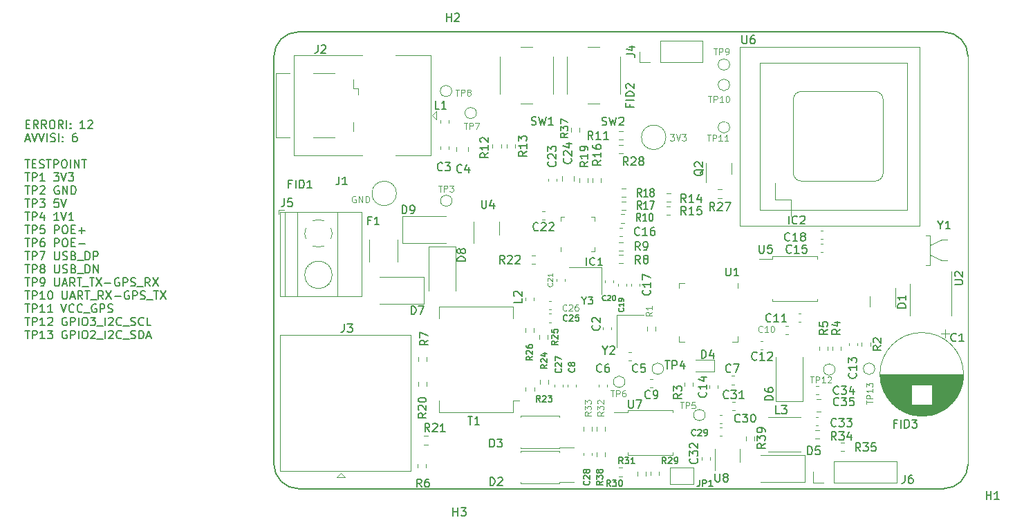
<source format=gto>
%TF.GenerationSoftware,KiCad,Pcbnew,(6.0.4)*%
%TF.CreationDate,2022-04-11T14:57:36+02:00*%
%TF.ProjectId,PSE_RP2040,5053455f-5250-4323-9034-302e6b696361,rev?*%
%TF.SameCoordinates,Original*%
%TF.FileFunction,Legend,Top*%
%TF.FilePolarity,Positive*%
%FSLAX46Y46*%
G04 Gerber Fmt 4.6, Leading zero omitted, Abs format (unit mm)*
G04 Created by KiCad (PCBNEW (6.0.4)) date 2022-04-11 14:57:36*
%MOMM*%
%LPD*%
G01*
G04 APERTURE LIST*
%TA.AperFunction,Profile*%
%ADD10C,0.150000*%
%TD*%
%TA.AperFunction,Profile*%
%ADD11C,0.100000*%
%TD*%
%ADD12C,0.150000*%
%ADD13C,0.120000*%
%ADD14C,0.114300*%
G04 APERTURE END LIST*
D10*
X182000000Y-158000000D02*
X103000000Y-158000000D01*
D11*
X185000000Y-105000000D02*
X185000000Y-155000000D01*
D10*
X100000000Y-155000000D02*
X100000000Y-105000000D01*
X100000000Y-155000000D02*
G75*
G03*
X103000000Y-158000000I3000000J0D01*
G01*
X182000000Y-158000000D02*
G75*
G03*
X185000000Y-155000000I0J3000000D01*
G01*
X103000000Y-102000000D02*
G75*
G03*
X100000000Y-105000000I0J-3000000D01*
G01*
X185000000Y-105000000D02*
G75*
G03*
X182000000Y-102000000I-3000000J0D01*
G01*
X103000000Y-102000000D02*
X182000000Y-102000000D01*
D12*
X69660595Y-113323571D02*
X69993928Y-113323571D01*
X70136785Y-113847380D02*
X69660595Y-113847380D01*
X69660595Y-112847380D01*
X70136785Y-112847380D01*
X71136785Y-113847380D02*
X70803452Y-113371190D01*
X70565357Y-113847380D02*
X70565357Y-112847380D01*
X70946309Y-112847380D01*
X71041547Y-112895000D01*
X71089166Y-112942619D01*
X71136785Y-113037857D01*
X71136785Y-113180714D01*
X71089166Y-113275952D01*
X71041547Y-113323571D01*
X70946309Y-113371190D01*
X70565357Y-113371190D01*
X72136785Y-113847380D02*
X71803452Y-113371190D01*
X71565357Y-113847380D02*
X71565357Y-112847380D01*
X71946309Y-112847380D01*
X72041547Y-112895000D01*
X72089166Y-112942619D01*
X72136785Y-113037857D01*
X72136785Y-113180714D01*
X72089166Y-113275952D01*
X72041547Y-113323571D01*
X71946309Y-113371190D01*
X71565357Y-113371190D01*
X72755833Y-112847380D02*
X72946309Y-112847380D01*
X73041547Y-112895000D01*
X73136785Y-112990238D01*
X73184404Y-113180714D01*
X73184404Y-113514047D01*
X73136785Y-113704523D01*
X73041547Y-113799761D01*
X72946309Y-113847380D01*
X72755833Y-113847380D01*
X72660595Y-113799761D01*
X72565357Y-113704523D01*
X72517738Y-113514047D01*
X72517738Y-113180714D01*
X72565357Y-112990238D01*
X72660595Y-112895000D01*
X72755833Y-112847380D01*
X74184404Y-113847380D02*
X73851071Y-113371190D01*
X73612976Y-113847380D02*
X73612976Y-112847380D01*
X73993928Y-112847380D01*
X74089166Y-112895000D01*
X74136785Y-112942619D01*
X74184404Y-113037857D01*
X74184404Y-113180714D01*
X74136785Y-113275952D01*
X74089166Y-113323571D01*
X73993928Y-113371190D01*
X73612976Y-113371190D01*
X74612976Y-113847380D02*
X74612976Y-112847380D01*
X75089166Y-113752142D02*
X75136785Y-113799761D01*
X75089166Y-113847380D01*
X75041547Y-113799761D01*
X75089166Y-113752142D01*
X75089166Y-113847380D01*
X75089166Y-113228333D02*
X75136785Y-113275952D01*
X75089166Y-113323571D01*
X75041547Y-113275952D01*
X75089166Y-113228333D01*
X75089166Y-113323571D01*
X76851071Y-113847380D02*
X76279642Y-113847380D01*
X76565357Y-113847380D02*
X76565357Y-112847380D01*
X76470119Y-112990238D01*
X76374880Y-113085476D01*
X76279642Y-113133095D01*
X77232023Y-112942619D02*
X77279642Y-112895000D01*
X77374880Y-112847380D01*
X77612976Y-112847380D01*
X77708214Y-112895000D01*
X77755833Y-112942619D01*
X77803452Y-113037857D01*
X77803452Y-113133095D01*
X77755833Y-113275952D01*
X77184404Y-113847380D01*
X77803452Y-113847380D01*
X69612976Y-115171666D02*
X70089166Y-115171666D01*
X69517738Y-115457380D02*
X69851071Y-114457380D01*
X70184404Y-115457380D01*
X70374880Y-114457380D02*
X70708214Y-115457380D01*
X71041547Y-114457380D01*
X71232023Y-114457380D02*
X71565357Y-115457380D01*
X71898690Y-114457380D01*
X72232023Y-115457380D02*
X72232023Y-114457380D01*
X72660595Y-115409761D02*
X72803452Y-115457380D01*
X73041547Y-115457380D01*
X73136785Y-115409761D01*
X73184404Y-115362142D01*
X73232023Y-115266904D01*
X73232023Y-115171666D01*
X73184404Y-115076428D01*
X73136785Y-115028809D01*
X73041547Y-114981190D01*
X72851071Y-114933571D01*
X72755833Y-114885952D01*
X72708214Y-114838333D01*
X72660595Y-114743095D01*
X72660595Y-114647857D01*
X72708214Y-114552619D01*
X72755833Y-114505000D01*
X72851071Y-114457380D01*
X73089166Y-114457380D01*
X73232023Y-114505000D01*
X73660595Y-115457380D02*
X73660595Y-114457380D01*
X74136785Y-115362142D02*
X74184404Y-115409761D01*
X74136785Y-115457380D01*
X74089166Y-115409761D01*
X74136785Y-115362142D01*
X74136785Y-115457380D01*
X74136785Y-114838333D02*
X74184404Y-114885952D01*
X74136785Y-114933571D01*
X74089166Y-114885952D01*
X74136785Y-114838333D01*
X74136785Y-114933571D01*
X75803452Y-114457380D02*
X75612976Y-114457380D01*
X75517738Y-114505000D01*
X75470119Y-114552619D01*
X75374880Y-114695476D01*
X75327261Y-114885952D01*
X75327261Y-115266904D01*
X75374880Y-115362142D01*
X75422500Y-115409761D01*
X75517738Y-115457380D01*
X75708214Y-115457380D01*
X75803452Y-115409761D01*
X75851071Y-115362142D01*
X75898690Y-115266904D01*
X75898690Y-115028809D01*
X75851071Y-114933571D01*
X75803452Y-114885952D01*
X75708214Y-114838333D01*
X75517738Y-114838333D01*
X75422500Y-114885952D01*
X75374880Y-114933571D01*
X75327261Y-115028809D01*
X69517738Y-117677380D02*
X70089166Y-117677380D01*
X69803452Y-118677380D02*
X69803452Y-117677380D01*
X70422500Y-118153571D02*
X70755833Y-118153571D01*
X70898690Y-118677380D02*
X70422500Y-118677380D01*
X70422500Y-117677380D01*
X70898690Y-117677380D01*
X71279642Y-118629761D02*
X71422500Y-118677380D01*
X71660595Y-118677380D01*
X71755833Y-118629761D01*
X71803452Y-118582142D01*
X71851071Y-118486904D01*
X71851071Y-118391666D01*
X71803452Y-118296428D01*
X71755833Y-118248809D01*
X71660595Y-118201190D01*
X71470119Y-118153571D01*
X71374880Y-118105952D01*
X71327261Y-118058333D01*
X71279642Y-117963095D01*
X71279642Y-117867857D01*
X71327261Y-117772619D01*
X71374880Y-117725000D01*
X71470119Y-117677380D01*
X71708214Y-117677380D01*
X71851071Y-117725000D01*
X72136785Y-117677380D02*
X72708214Y-117677380D01*
X72422500Y-118677380D02*
X72422500Y-117677380D01*
X73041547Y-118677380D02*
X73041547Y-117677380D01*
X73422500Y-117677380D01*
X73517738Y-117725000D01*
X73565357Y-117772619D01*
X73612976Y-117867857D01*
X73612976Y-118010714D01*
X73565357Y-118105952D01*
X73517738Y-118153571D01*
X73422500Y-118201190D01*
X73041547Y-118201190D01*
X74232023Y-117677380D02*
X74422500Y-117677380D01*
X74517738Y-117725000D01*
X74612976Y-117820238D01*
X74660595Y-118010714D01*
X74660595Y-118344047D01*
X74612976Y-118534523D01*
X74517738Y-118629761D01*
X74422500Y-118677380D01*
X74232023Y-118677380D01*
X74136785Y-118629761D01*
X74041547Y-118534523D01*
X73993928Y-118344047D01*
X73993928Y-118010714D01*
X74041547Y-117820238D01*
X74136785Y-117725000D01*
X74232023Y-117677380D01*
X75089166Y-118677380D02*
X75089166Y-117677380D01*
X75565357Y-118677380D02*
X75565357Y-117677380D01*
X76136785Y-118677380D01*
X76136785Y-117677380D01*
X76470119Y-117677380D02*
X77041547Y-117677380D01*
X76755833Y-118677380D02*
X76755833Y-117677380D01*
X69517738Y-119287380D02*
X70089166Y-119287380D01*
X69803452Y-120287380D02*
X69803452Y-119287380D01*
X70422500Y-120287380D02*
X70422500Y-119287380D01*
X70803452Y-119287380D01*
X70898690Y-119335000D01*
X70946309Y-119382619D01*
X70993928Y-119477857D01*
X70993928Y-119620714D01*
X70946309Y-119715952D01*
X70898690Y-119763571D01*
X70803452Y-119811190D01*
X70422500Y-119811190D01*
X71946309Y-120287380D02*
X71374880Y-120287380D01*
X71660595Y-120287380D02*
X71660595Y-119287380D01*
X71565357Y-119430238D01*
X71470119Y-119525476D01*
X71374880Y-119573095D01*
X73041547Y-119287380D02*
X73660595Y-119287380D01*
X73327261Y-119668333D01*
X73470119Y-119668333D01*
X73565357Y-119715952D01*
X73612976Y-119763571D01*
X73660595Y-119858809D01*
X73660595Y-120096904D01*
X73612976Y-120192142D01*
X73565357Y-120239761D01*
X73470119Y-120287380D01*
X73184404Y-120287380D01*
X73089166Y-120239761D01*
X73041547Y-120192142D01*
X73946309Y-119287380D02*
X74279642Y-120287380D01*
X74612976Y-119287380D01*
X74851071Y-119287380D02*
X75470119Y-119287380D01*
X75136785Y-119668333D01*
X75279642Y-119668333D01*
X75374880Y-119715952D01*
X75422500Y-119763571D01*
X75470119Y-119858809D01*
X75470119Y-120096904D01*
X75422500Y-120192142D01*
X75374880Y-120239761D01*
X75279642Y-120287380D01*
X74993928Y-120287380D01*
X74898690Y-120239761D01*
X74851071Y-120192142D01*
X69517738Y-120897380D02*
X70089166Y-120897380D01*
X69803452Y-121897380D02*
X69803452Y-120897380D01*
X70422500Y-121897380D02*
X70422500Y-120897380D01*
X70803452Y-120897380D01*
X70898690Y-120945000D01*
X70946309Y-120992619D01*
X70993928Y-121087857D01*
X70993928Y-121230714D01*
X70946309Y-121325952D01*
X70898690Y-121373571D01*
X70803452Y-121421190D01*
X70422500Y-121421190D01*
X71374880Y-120992619D02*
X71422500Y-120945000D01*
X71517738Y-120897380D01*
X71755833Y-120897380D01*
X71851071Y-120945000D01*
X71898690Y-120992619D01*
X71946309Y-121087857D01*
X71946309Y-121183095D01*
X71898690Y-121325952D01*
X71327261Y-121897380D01*
X71946309Y-121897380D01*
X73660595Y-120945000D02*
X73565357Y-120897380D01*
X73422500Y-120897380D01*
X73279642Y-120945000D01*
X73184404Y-121040238D01*
X73136785Y-121135476D01*
X73089166Y-121325952D01*
X73089166Y-121468809D01*
X73136785Y-121659285D01*
X73184404Y-121754523D01*
X73279642Y-121849761D01*
X73422500Y-121897380D01*
X73517738Y-121897380D01*
X73660595Y-121849761D01*
X73708214Y-121802142D01*
X73708214Y-121468809D01*
X73517738Y-121468809D01*
X74136785Y-121897380D02*
X74136785Y-120897380D01*
X74708214Y-121897380D01*
X74708214Y-120897380D01*
X75184404Y-121897380D02*
X75184404Y-120897380D01*
X75422500Y-120897380D01*
X75565357Y-120945000D01*
X75660595Y-121040238D01*
X75708214Y-121135476D01*
X75755833Y-121325952D01*
X75755833Y-121468809D01*
X75708214Y-121659285D01*
X75660595Y-121754523D01*
X75565357Y-121849761D01*
X75422500Y-121897380D01*
X75184404Y-121897380D01*
X69517738Y-122507380D02*
X70089166Y-122507380D01*
X69803452Y-123507380D02*
X69803452Y-122507380D01*
X70422500Y-123507380D02*
X70422500Y-122507380D01*
X70803452Y-122507380D01*
X70898690Y-122555000D01*
X70946309Y-122602619D01*
X70993928Y-122697857D01*
X70993928Y-122840714D01*
X70946309Y-122935952D01*
X70898690Y-122983571D01*
X70803452Y-123031190D01*
X70422500Y-123031190D01*
X71327261Y-122507380D02*
X71946309Y-122507380D01*
X71612976Y-122888333D01*
X71755833Y-122888333D01*
X71851071Y-122935952D01*
X71898690Y-122983571D01*
X71946309Y-123078809D01*
X71946309Y-123316904D01*
X71898690Y-123412142D01*
X71851071Y-123459761D01*
X71755833Y-123507380D01*
X71470119Y-123507380D01*
X71374880Y-123459761D01*
X71327261Y-123412142D01*
X73612976Y-122507380D02*
X73136785Y-122507380D01*
X73089166Y-122983571D01*
X73136785Y-122935952D01*
X73232023Y-122888333D01*
X73470119Y-122888333D01*
X73565357Y-122935952D01*
X73612976Y-122983571D01*
X73660595Y-123078809D01*
X73660595Y-123316904D01*
X73612976Y-123412142D01*
X73565357Y-123459761D01*
X73470119Y-123507380D01*
X73232023Y-123507380D01*
X73136785Y-123459761D01*
X73089166Y-123412142D01*
X73946309Y-122507380D02*
X74279642Y-123507380D01*
X74612976Y-122507380D01*
X69517738Y-124117380D02*
X70089166Y-124117380D01*
X69803452Y-125117380D02*
X69803452Y-124117380D01*
X70422500Y-125117380D02*
X70422500Y-124117380D01*
X70803452Y-124117380D01*
X70898690Y-124165000D01*
X70946309Y-124212619D01*
X70993928Y-124307857D01*
X70993928Y-124450714D01*
X70946309Y-124545952D01*
X70898690Y-124593571D01*
X70803452Y-124641190D01*
X70422500Y-124641190D01*
X71851071Y-124450714D02*
X71851071Y-125117380D01*
X71612976Y-124069761D02*
X71374880Y-124784047D01*
X71993928Y-124784047D01*
X73660595Y-125117380D02*
X73089166Y-125117380D01*
X73374880Y-125117380D02*
X73374880Y-124117380D01*
X73279642Y-124260238D01*
X73184404Y-124355476D01*
X73089166Y-124403095D01*
X73946309Y-124117380D02*
X74279642Y-125117380D01*
X74612976Y-124117380D01*
X75470119Y-125117380D02*
X74898690Y-125117380D01*
X75184404Y-125117380D02*
X75184404Y-124117380D01*
X75089166Y-124260238D01*
X74993928Y-124355476D01*
X74898690Y-124403095D01*
X69517738Y-125727380D02*
X70089166Y-125727380D01*
X69803452Y-126727380D02*
X69803452Y-125727380D01*
X70422500Y-126727380D02*
X70422500Y-125727380D01*
X70803452Y-125727380D01*
X70898690Y-125775000D01*
X70946309Y-125822619D01*
X70993928Y-125917857D01*
X70993928Y-126060714D01*
X70946309Y-126155952D01*
X70898690Y-126203571D01*
X70803452Y-126251190D01*
X70422500Y-126251190D01*
X71898690Y-125727380D02*
X71422500Y-125727380D01*
X71374880Y-126203571D01*
X71422500Y-126155952D01*
X71517738Y-126108333D01*
X71755833Y-126108333D01*
X71851071Y-126155952D01*
X71898690Y-126203571D01*
X71946309Y-126298809D01*
X71946309Y-126536904D01*
X71898690Y-126632142D01*
X71851071Y-126679761D01*
X71755833Y-126727380D01*
X71517738Y-126727380D01*
X71422500Y-126679761D01*
X71374880Y-126632142D01*
X73136785Y-126727380D02*
X73136785Y-125727380D01*
X73517738Y-125727380D01*
X73612976Y-125775000D01*
X73660595Y-125822619D01*
X73708214Y-125917857D01*
X73708214Y-126060714D01*
X73660595Y-126155952D01*
X73612976Y-126203571D01*
X73517738Y-126251190D01*
X73136785Y-126251190D01*
X74327261Y-125727380D02*
X74517738Y-125727380D01*
X74612976Y-125775000D01*
X74708214Y-125870238D01*
X74755833Y-126060714D01*
X74755833Y-126394047D01*
X74708214Y-126584523D01*
X74612976Y-126679761D01*
X74517738Y-126727380D01*
X74327261Y-126727380D01*
X74232023Y-126679761D01*
X74136785Y-126584523D01*
X74089166Y-126394047D01*
X74089166Y-126060714D01*
X74136785Y-125870238D01*
X74232023Y-125775000D01*
X74327261Y-125727380D01*
X75184404Y-126203571D02*
X75517738Y-126203571D01*
X75660595Y-126727380D02*
X75184404Y-126727380D01*
X75184404Y-125727380D01*
X75660595Y-125727380D01*
X76089166Y-126346428D02*
X76851071Y-126346428D01*
X76470119Y-126727380D02*
X76470119Y-125965476D01*
X69517738Y-127337380D02*
X70089166Y-127337380D01*
X69803452Y-128337380D02*
X69803452Y-127337380D01*
X70422500Y-128337380D02*
X70422500Y-127337380D01*
X70803452Y-127337380D01*
X70898690Y-127385000D01*
X70946309Y-127432619D01*
X70993928Y-127527857D01*
X70993928Y-127670714D01*
X70946309Y-127765952D01*
X70898690Y-127813571D01*
X70803452Y-127861190D01*
X70422500Y-127861190D01*
X71851071Y-127337380D02*
X71660595Y-127337380D01*
X71565357Y-127385000D01*
X71517738Y-127432619D01*
X71422500Y-127575476D01*
X71374880Y-127765952D01*
X71374880Y-128146904D01*
X71422500Y-128242142D01*
X71470119Y-128289761D01*
X71565357Y-128337380D01*
X71755833Y-128337380D01*
X71851071Y-128289761D01*
X71898690Y-128242142D01*
X71946309Y-128146904D01*
X71946309Y-127908809D01*
X71898690Y-127813571D01*
X71851071Y-127765952D01*
X71755833Y-127718333D01*
X71565357Y-127718333D01*
X71470119Y-127765952D01*
X71422500Y-127813571D01*
X71374880Y-127908809D01*
X73136785Y-128337380D02*
X73136785Y-127337380D01*
X73517738Y-127337380D01*
X73612976Y-127385000D01*
X73660595Y-127432619D01*
X73708214Y-127527857D01*
X73708214Y-127670714D01*
X73660595Y-127765952D01*
X73612976Y-127813571D01*
X73517738Y-127861190D01*
X73136785Y-127861190D01*
X74327261Y-127337380D02*
X74517738Y-127337380D01*
X74612976Y-127385000D01*
X74708214Y-127480238D01*
X74755833Y-127670714D01*
X74755833Y-128004047D01*
X74708214Y-128194523D01*
X74612976Y-128289761D01*
X74517738Y-128337380D01*
X74327261Y-128337380D01*
X74232023Y-128289761D01*
X74136785Y-128194523D01*
X74089166Y-128004047D01*
X74089166Y-127670714D01*
X74136785Y-127480238D01*
X74232023Y-127385000D01*
X74327261Y-127337380D01*
X75184404Y-127813571D02*
X75517738Y-127813571D01*
X75660595Y-128337380D02*
X75184404Y-128337380D01*
X75184404Y-127337380D01*
X75660595Y-127337380D01*
X76089166Y-127956428D02*
X76851071Y-127956428D01*
X69517738Y-128947380D02*
X70089166Y-128947380D01*
X69803452Y-129947380D02*
X69803452Y-128947380D01*
X70422500Y-129947380D02*
X70422500Y-128947380D01*
X70803452Y-128947380D01*
X70898690Y-128995000D01*
X70946309Y-129042619D01*
X70993928Y-129137857D01*
X70993928Y-129280714D01*
X70946309Y-129375952D01*
X70898690Y-129423571D01*
X70803452Y-129471190D01*
X70422500Y-129471190D01*
X71327261Y-128947380D02*
X71993928Y-128947380D01*
X71565357Y-129947380D01*
X73136785Y-128947380D02*
X73136785Y-129756904D01*
X73184404Y-129852142D01*
X73232023Y-129899761D01*
X73327261Y-129947380D01*
X73517738Y-129947380D01*
X73612976Y-129899761D01*
X73660595Y-129852142D01*
X73708214Y-129756904D01*
X73708214Y-128947380D01*
X74136785Y-129899761D02*
X74279642Y-129947380D01*
X74517738Y-129947380D01*
X74612976Y-129899761D01*
X74660595Y-129852142D01*
X74708214Y-129756904D01*
X74708214Y-129661666D01*
X74660595Y-129566428D01*
X74612976Y-129518809D01*
X74517738Y-129471190D01*
X74327261Y-129423571D01*
X74232023Y-129375952D01*
X74184404Y-129328333D01*
X74136785Y-129233095D01*
X74136785Y-129137857D01*
X74184404Y-129042619D01*
X74232023Y-128995000D01*
X74327261Y-128947380D01*
X74565357Y-128947380D01*
X74708214Y-128995000D01*
X75470119Y-129423571D02*
X75612976Y-129471190D01*
X75660595Y-129518809D01*
X75708214Y-129614047D01*
X75708214Y-129756904D01*
X75660595Y-129852142D01*
X75612976Y-129899761D01*
X75517738Y-129947380D01*
X75136785Y-129947380D01*
X75136785Y-128947380D01*
X75470119Y-128947380D01*
X75565357Y-128995000D01*
X75612976Y-129042619D01*
X75660595Y-129137857D01*
X75660595Y-129233095D01*
X75612976Y-129328333D01*
X75565357Y-129375952D01*
X75470119Y-129423571D01*
X75136785Y-129423571D01*
X75898690Y-130042619D02*
X76660595Y-130042619D01*
X76898690Y-129947380D02*
X76898690Y-128947380D01*
X77136785Y-128947380D01*
X77279642Y-128995000D01*
X77374880Y-129090238D01*
X77422500Y-129185476D01*
X77470119Y-129375952D01*
X77470119Y-129518809D01*
X77422500Y-129709285D01*
X77374880Y-129804523D01*
X77279642Y-129899761D01*
X77136785Y-129947380D01*
X76898690Y-129947380D01*
X77898690Y-129947380D02*
X77898690Y-128947380D01*
X78279642Y-128947380D01*
X78374880Y-128995000D01*
X78422500Y-129042619D01*
X78470119Y-129137857D01*
X78470119Y-129280714D01*
X78422500Y-129375952D01*
X78374880Y-129423571D01*
X78279642Y-129471190D01*
X77898690Y-129471190D01*
X69517738Y-130557380D02*
X70089166Y-130557380D01*
X69803452Y-131557380D02*
X69803452Y-130557380D01*
X70422500Y-131557380D02*
X70422500Y-130557380D01*
X70803452Y-130557380D01*
X70898690Y-130605000D01*
X70946309Y-130652619D01*
X70993928Y-130747857D01*
X70993928Y-130890714D01*
X70946309Y-130985952D01*
X70898690Y-131033571D01*
X70803452Y-131081190D01*
X70422500Y-131081190D01*
X71565357Y-130985952D02*
X71470119Y-130938333D01*
X71422500Y-130890714D01*
X71374880Y-130795476D01*
X71374880Y-130747857D01*
X71422500Y-130652619D01*
X71470119Y-130605000D01*
X71565357Y-130557380D01*
X71755833Y-130557380D01*
X71851071Y-130605000D01*
X71898690Y-130652619D01*
X71946309Y-130747857D01*
X71946309Y-130795476D01*
X71898690Y-130890714D01*
X71851071Y-130938333D01*
X71755833Y-130985952D01*
X71565357Y-130985952D01*
X71470119Y-131033571D01*
X71422500Y-131081190D01*
X71374880Y-131176428D01*
X71374880Y-131366904D01*
X71422500Y-131462142D01*
X71470119Y-131509761D01*
X71565357Y-131557380D01*
X71755833Y-131557380D01*
X71851071Y-131509761D01*
X71898690Y-131462142D01*
X71946309Y-131366904D01*
X71946309Y-131176428D01*
X71898690Y-131081190D01*
X71851071Y-131033571D01*
X71755833Y-130985952D01*
X73136785Y-130557380D02*
X73136785Y-131366904D01*
X73184404Y-131462142D01*
X73232023Y-131509761D01*
X73327261Y-131557380D01*
X73517738Y-131557380D01*
X73612976Y-131509761D01*
X73660595Y-131462142D01*
X73708214Y-131366904D01*
X73708214Y-130557380D01*
X74136785Y-131509761D02*
X74279642Y-131557380D01*
X74517738Y-131557380D01*
X74612976Y-131509761D01*
X74660595Y-131462142D01*
X74708214Y-131366904D01*
X74708214Y-131271666D01*
X74660595Y-131176428D01*
X74612976Y-131128809D01*
X74517738Y-131081190D01*
X74327261Y-131033571D01*
X74232023Y-130985952D01*
X74184404Y-130938333D01*
X74136785Y-130843095D01*
X74136785Y-130747857D01*
X74184404Y-130652619D01*
X74232023Y-130605000D01*
X74327261Y-130557380D01*
X74565357Y-130557380D01*
X74708214Y-130605000D01*
X75470119Y-131033571D02*
X75612976Y-131081190D01*
X75660595Y-131128809D01*
X75708214Y-131224047D01*
X75708214Y-131366904D01*
X75660595Y-131462142D01*
X75612976Y-131509761D01*
X75517738Y-131557380D01*
X75136785Y-131557380D01*
X75136785Y-130557380D01*
X75470119Y-130557380D01*
X75565357Y-130605000D01*
X75612976Y-130652619D01*
X75660595Y-130747857D01*
X75660595Y-130843095D01*
X75612976Y-130938333D01*
X75565357Y-130985952D01*
X75470119Y-131033571D01*
X75136785Y-131033571D01*
X75898690Y-131652619D02*
X76660595Y-131652619D01*
X76898690Y-131557380D02*
X76898690Y-130557380D01*
X77136785Y-130557380D01*
X77279642Y-130605000D01*
X77374880Y-130700238D01*
X77422500Y-130795476D01*
X77470119Y-130985952D01*
X77470119Y-131128809D01*
X77422500Y-131319285D01*
X77374880Y-131414523D01*
X77279642Y-131509761D01*
X77136785Y-131557380D01*
X76898690Y-131557380D01*
X77898690Y-131557380D02*
X77898690Y-130557380D01*
X78470119Y-131557380D01*
X78470119Y-130557380D01*
X69517738Y-132167380D02*
X70089166Y-132167380D01*
X69803452Y-133167380D02*
X69803452Y-132167380D01*
X70422500Y-133167380D02*
X70422500Y-132167380D01*
X70803452Y-132167380D01*
X70898690Y-132215000D01*
X70946309Y-132262619D01*
X70993928Y-132357857D01*
X70993928Y-132500714D01*
X70946309Y-132595952D01*
X70898690Y-132643571D01*
X70803452Y-132691190D01*
X70422500Y-132691190D01*
X71470119Y-133167380D02*
X71660595Y-133167380D01*
X71755833Y-133119761D01*
X71803452Y-133072142D01*
X71898690Y-132929285D01*
X71946309Y-132738809D01*
X71946309Y-132357857D01*
X71898690Y-132262619D01*
X71851071Y-132215000D01*
X71755833Y-132167380D01*
X71565357Y-132167380D01*
X71470119Y-132215000D01*
X71422500Y-132262619D01*
X71374880Y-132357857D01*
X71374880Y-132595952D01*
X71422500Y-132691190D01*
X71470119Y-132738809D01*
X71565357Y-132786428D01*
X71755833Y-132786428D01*
X71851071Y-132738809D01*
X71898690Y-132691190D01*
X71946309Y-132595952D01*
X73136785Y-132167380D02*
X73136785Y-132976904D01*
X73184404Y-133072142D01*
X73232023Y-133119761D01*
X73327261Y-133167380D01*
X73517738Y-133167380D01*
X73612976Y-133119761D01*
X73660595Y-133072142D01*
X73708214Y-132976904D01*
X73708214Y-132167380D01*
X74136785Y-132881666D02*
X74612976Y-132881666D01*
X74041547Y-133167380D02*
X74374880Y-132167380D01*
X74708214Y-133167380D01*
X75612976Y-133167380D02*
X75279642Y-132691190D01*
X75041547Y-133167380D02*
X75041547Y-132167380D01*
X75422500Y-132167380D01*
X75517738Y-132215000D01*
X75565357Y-132262619D01*
X75612976Y-132357857D01*
X75612976Y-132500714D01*
X75565357Y-132595952D01*
X75517738Y-132643571D01*
X75422500Y-132691190D01*
X75041547Y-132691190D01*
X75898690Y-132167380D02*
X76470119Y-132167380D01*
X76184404Y-133167380D02*
X76184404Y-132167380D01*
X76565357Y-133262619D02*
X77327261Y-133262619D01*
X77422500Y-132167380D02*
X77993928Y-132167380D01*
X77708214Y-133167380D02*
X77708214Y-132167380D01*
X78232023Y-132167380D02*
X78898690Y-133167380D01*
X78898690Y-132167380D02*
X78232023Y-133167380D01*
X79279642Y-132786428D02*
X80041547Y-132786428D01*
X81041547Y-132215000D02*
X80946309Y-132167380D01*
X80803452Y-132167380D01*
X80660595Y-132215000D01*
X80565357Y-132310238D01*
X80517738Y-132405476D01*
X80470119Y-132595952D01*
X80470119Y-132738809D01*
X80517738Y-132929285D01*
X80565357Y-133024523D01*
X80660595Y-133119761D01*
X80803452Y-133167380D01*
X80898690Y-133167380D01*
X81041547Y-133119761D01*
X81089166Y-133072142D01*
X81089166Y-132738809D01*
X80898690Y-132738809D01*
X81517738Y-133167380D02*
X81517738Y-132167380D01*
X81898690Y-132167380D01*
X81993928Y-132215000D01*
X82041547Y-132262619D01*
X82089166Y-132357857D01*
X82089166Y-132500714D01*
X82041547Y-132595952D01*
X81993928Y-132643571D01*
X81898690Y-132691190D01*
X81517738Y-132691190D01*
X82470119Y-133119761D02*
X82612976Y-133167380D01*
X82851071Y-133167380D01*
X82946309Y-133119761D01*
X82993928Y-133072142D01*
X83041547Y-132976904D01*
X83041547Y-132881666D01*
X82993928Y-132786428D01*
X82946309Y-132738809D01*
X82851071Y-132691190D01*
X82660595Y-132643571D01*
X82565357Y-132595952D01*
X82517738Y-132548333D01*
X82470119Y-132453095D01*
X82470119Y-132357857D01*
X82517738Y-132262619D01*
X82565357Y-132215000D01*
X82660595Y-132167380D01*
X82898690Y-132167380D01*
X83041547Y-132215000D01*
X83232023Y-133262619D02*
X83993928Y-133262619D01*
X84803452Y-133167380D02*
X84470119Y-132691190D01*
X84232023Y-133167380D02*
X84232023Y-132167380D01*
X84612976Y-132167380D01*
X84708214Y-132215000D01*
X84755833Y-132262619D01*
X84803452Y-132357857D01*
X84803452Y-132500714D01*
X84755833Y-132595952D01*
X84708214Y-132643571D01*
X84612976Y-132691190D01*
X84232023Y-132691190D01*
X85136785Y-132167380D02*
X85803452Y-133167380D01*
X85803452Y-132167380D02*
X85136785Y-133167380D01*
X69517738Y-133777380D02*
X70089166Y-133777380D01*
X69803452Y-134777380D02*
X69803452Y-133777380D01*
X70422500Y-134777380D02*
X70422500Y-133777380D01*
X70803452Y-133777380D01*
X70898690Y-133825000D01*
X70946309Y-133872619D01*
X70993928Y-133967857D01*
X70993928Y-134110714D01*
X70946309Y-134205952D01*
X70898690Y-134253571D01*
X70803452Y-134301190D01*
X70422500Y-134301190D01*
X71946309Y-134777380D02*
X71374880Y-134777380D01*
X71660595Y-134777380D02*
X71660595Y-133777380D01*
X71565357Y-133920238D01*
X71470119Y-134015476D01*
X71374880Y-134063095D01*
X72565357Y-133777380D02*
X72660595Y-133777380D01*
X72755833Y-133825000D01*
X72803452Y-133872619D01*
X72851071Y-133967857D01*
X72898690Y-134158333D01*
X72898690Y-134396428D01*
X72851071Y-134586904D01*
X72803452Y-134682142D01*
X72755833Y-134729761D01*
X72660595Y-134777380D01*
X72565357Y-134777380D01*
X72470119Y-134729761D01*
X72422500Y-134682142D01*
X72374880Y-134586904D01*
X72327261Y-134396428D01*
X72327261Y-134158333D01*
X72374880Y-133967857D01*
X72422500Y-133872619D01*
X72470119Y-133825000D01*
X72565357Y-133777380D01*
X74089166Y-133777380D02*
X74089166Y-134586904D01*
X74136785Y-134682142D01*
X74184404Y-134729761D01*
X74279642Y-134777380D01*
X74470119Y-134777380D01*
X74565357Y-134729761D01*
X74612976Y-134682142D01*
X74660595Y-134586904D01*
X74660595Y-133777380D01*
X75089166Y-134491666D02*
X75565357Y-134491666D01*
X74993928Y-134777380D02*
X75327261Y-133777380D01*
X75660595Y-134777380D01*
X76565357Y-134777380D02*
X76232023Y-134301190D01*
X75993928Y-134777380D02*
X75993928Y-133777380D01*
X76374880Y-133777380D01*
X76470119Y-133825000D01*
X76517738Y-133872619D01*
X76565357Y-133967857D01*
X76565357Y-134110714D01*
X76517738Y-134205952D01*
X76470119Y-134253571D01*
X76374880Y-134301190D01*
X75993928Y-134301190D01*
X76851071Y-133777380D02*
X77422500Y-133777380D01*
X77136785Y-134777380D02*
X77136785Y-133777380D01*
X77517738Y-134872619D02*
X78279642Y-134872619D01*
X79089166Y-134777380D02*
X78755833Y-134301190D01*
X78517738Y-134777380D02*
X78517738Y-133777380D01*
X78898690Y-133777380D01*
X78993928Y-133825000D01*
X79041547Y-133872619D01*
X79089166Y-133967857D01*
X79089166Y-134110714D01*
X79041547Y-134205952D01*
X78993928Y-134253571D01*
X78898690Y-134301190D01*
X78517738Y-134301190D01*
X79422500Y-133777380D02*
X80089166Y-134777380D01*
X80089166Y-133777380D02*
X79422500Y-134777380D01*
X80470119Y-134396428D02*
X81232023Y-134396428D01*
X82232023Y-133825000D02*
X82136785Y-133777380D01*
X81993928Y-133777380D01*
X81851071Y-133825000D01*
X81755833Y-133920238D01*
X81708214Y-134015476D01*
X81660595Y-134205952D01*
X81660595Y-134348809D01*
X81708214Y-134539285D01*
X81755833Y-134634523D01*
X81851071Y-134729761D01*
X81993928Y-134777380D01*
X82089166Y-134777380D01*
X82232023Y-134729761D01*
X82279642Y-134682142D01*
X82279642Y-134348809D01*
X82089166Y-134348809D01*
X82708214Y-134777380D02*
X82708214Y-133777380D01*
X83089166Y-133777380D01*
X83184404Y-133825000D01*
X83232023Y-133872619D01*
X83279642Y-133967857D01*
X83279642Y-134110714D01*
X83232023Y-134205952D01*
X83184404Y-134253571D01*
X83089166Y-134301190D01*
X82708214Y-134301190D01*
X83660595Y-134729761D02*
X83803452Y-134777380D01*
X84041547Y-134777380D01*
X84136785Y-134729761D01*
X84184404Y-134682142D01*
X84232023Y-134586904D01*
X84232023Y-134491666D01*
X84184404Y-134396428D01*
X84136785Y-134348809D01*
X84041547Y-134301190D01*
X83851071Y-134253571D01*
X83755833Y-134205952D01*
X83708214Y-134158333D01*
X83660595Y-134063095D01*
X83660595Y-133967857D01*
X83708214Y-133872619D01*
X83755833Y-133825000D01*
X83851071Y-133777380D01*
X84089166Y-133777380D01*
X84232023Y-133825000D01*
X84422500Y-134872619D02*
X85184404Y-134872619D01*
X85279642Y-133777380D02*
X85851071Y-133777380D01*
X85565357Y-134777380D02*
X85565357Y-133777380D01*
X86089166Y-133777380D02*
X86755833Y-134777380D01*
X86755833Y-133777380D02*
X86089166Y-134777380D01*
X69517738Y-135387380D02*
X70089166Y-135387380D01*
X69803452Y-136387380D02*
X69803452Y-135387380D01*
X70422500Y-136387380D02*
X70422500Y-135387380D01*
X70803452Y-135387380D01*
X70898690Y-135435000D01*
X70946309Y-135482619D01*
X70993928Y-135577857D01*
X70993928Y-135720714D01*
X70946309Y-135815952D01*
X70898690Y-135863571D01*
X70803452Y-135911190D01*
X70422500Y-135911190D01*
X71946309Y-136387380D02*
X71374880Y-136387380D01*
X71660595Y-136387380D02*
X71660595Y-135387380D01*
X71565357Y-135530238D01*
X71470119Y-135625476D01*
X71374880Y-135673095D01*
X72898690Y-136387380D02*
X72327261Y-136387380D01*
X72612976Y-136387380D02*
X72612976Y-135387380D01*
X72517738Y-135530238D01*
X72422500Y-135625476D01*
X72327261Y-135673095D01*
X73946309Y-135387380D02*
X74279642Y-136387380D01*
X74612976Y-135387380D01*
X75517738Y-136292142D02*
X75470119Y-136339761D01*
X75327261Y-136387380D01*
X75232023Y-136387380D01*
X75089166Y-136339761D01*
X74993928Y-136244523D01*
X74946309Y-136149285D01*
X74898690Y-135958809D01*
X74898690Y-135815952D01*
X74946309Y-135625476D01*
X74993928Y-135530238D01*
X75089166Y-135435000D01*
X75232023Y-135387380D01*
X75327261Y-135387380D01*
X75470119Y-135435000D01*
X75517738Y-135482619D01*
X76517738Y-136292142D02*
X76470119Y-136339761D01*
X76327261Y-136387380D01*
X76232023Y-136387380D01*
X76089166Y-136339761D01*
X75993928Y-136244523D01*
X75946309Y-136149285D01*
X75898690Y-135958809D01*
X75898690Y-135815952D01*
X75946309Y-135625476D01*
X75993928Y-135530238D01*
X76089166Y-135435000D01*
X76232023Y-135387380D01*
X76327261Y-135387380D01*
X76470119Y-135435000D01*
X76517738Y-135482619D01*
X76708214Y-136482619D02*
X77470119Y-136482619D01*
X78232023Y-135435000D02*
X78136785Y-135387380D01*
X77993928Y-135387380D01*
X77851071Y-135435000D01*
X77755833Y-135530238D01*
X77708214Y-135625476D01*
X77660595Y-135815952D01*
X77660595Y-135958809D01*
X77708214Y-136149285D01*
X77755833Y-136244523D01*
X77851071Y-136339761D01*
X77993928Y-136387380D01*
X78089166Y-136387380D01*
X78232023Y-136339761D01*
X78279642Y-136292142D01*
X78279642Y-135958809D01*
X78089166Y-135958809D01*
X78708214Y-136387380D02*
X78708214Y-135387380D01*
X79089166Y-135387380D01*
X79184404Y-135435000D01*
X79232023Y-135482619D01*
X79279642Y-135577857D01*
X79279642Y-135720714D01*
X79232023Y-135815952D01*
X79184404Y-135863571D01*
X79089166Y-135911190D01*
X78708214Y-135911190D01*
X79660595Y-136339761D02*
X79803452Y-136387380D01*
X80041547Y-136387380D01*
X80136785Y-136339761D01*
X80184404Y-136292142D01*
X80232023Y-136196904D01*
X80232023Y-136101666D01*
X80184404Y-136006428D01*
X80136785Y-135958809D01*
X80041547Y-135911190D01*
X79851071Y-135863571D01*
X79755833Y-135815952D01*
X79708214Y-135768333D01*
X79660595Y-135673095D01*
X79660595Y-135577857D01*
X79708214Y-135482619D01*
X79755833Y-135435000D01*
X79851071Y-135387380D01*
X80089166Y-135387380D01*
X80232023Y-135435000D01*
X69517738Y-136997380D02*
X70089166Y-136997380D01*
X69803452Y-137997380D02*
X69803452Y-136997380D01*
X70422500Y-137997380D02*
X70422500Y-136997380D01*
X70803452Y-136997380D01*
X70898690Y-137045000D01*
X70946309Y-137092619D01*
X70993928Y-137187857D01*
X70993928Y-137330714D01*
X70946309Y-137425952D01*
X70898690Y-137473571D01*
X70803452Y-137521190D01*
X70422500Y-137521190D01*
X71946309Y-137997380D02*
X71374880Y-137997380D01*
X71660595Y-137997380D02*
X71660595Y-136997380D01*
X71565357Y-137140238D01*
X71470119Y-137235476D01*
X71374880Y-137283095D01*
X72327261Y-137092619D02*
X72374880Y-137045000D01*
X72470119Y-136997380D01*
X72708214Y-136997380D01*
X72803452Y-137045000D01*
X72851071Y-137092619D01*
X72898690Y-137187857D01*
X72898690Y-137283095D01*
X72851071Y-137425952D01*
X72279642Y-137997380D01*
X72898690Y-137997380D01*
X74612976Y-137045000D02*
X74517738Y-136997380D01*
X74374880Y-136997380D01*
X74232023Y-137045000D01*
X74136785Y-137140238D01*
X74089166Y-137235476D01*
X74041547Y-137425952D01*
X74041547Y-137568809D01*
X74089166Y-137759285D01*
X74136785Y-137854523D01*
X74232023Y-137949761D01*
X74374880Y-137997380D01*
X74470119Y-137997380D01*
X74612976Y-137949761D01*
X74660595Y-137902142D01*
X74660595Y-137568809D01*
X74470119Y-137568809D01*
X75089166Y-137997380D02*
X75089166Y-136997380D01*
X75470119Y-136997380D01*
X75565357Y-137045000D01*
X75612976Y-137092619D01*
X75660595Y-137187857D01*
X75660595Y-137330714D01*
X75612976Y-137425952D01*
X75565357Y-137473571D01*
X75470119Y-137521190D01*
X75089166Y-137521190D01*
X76089166Y-137997380D02*
X76089166Y-136997380D01*
X76755833Y-136997380D02*
X76946309Y-136997380D01*
X77041547Y-137045000D01*
X77136785Y-137140238D01*
X77184404Y-137330714D01*
X77184404Y-137664047D01*
X77136785Y-137854523D01*
X77041547Y-137949761D01*
X76946309Y-137997380D01*
X76755833Y-137997380D01*
X76660595Y-137949761D01*
X76565357Y-137854523D01*
X76517738Y-137664047D01*
X76517738Y-137330714D01*
X76565357Y-137140238D01*
X76660595Y-137045000D01*
X76755833Y-136997380D01*
X77517738Y-136997380D02*
X78136785Y-136997380D01*
X77803452Y-137378333D01*
X77946309Y-137378333D01*
X78041547Y-137425952D01*
X78089166Y-137473571D01*
X78136785Y-137568809D01*
X78136785Y-137806904D01*
X78089166Y-137902142D01*
X78041547Y-137949761D01*
X77946309Y-137997380D01*
X77660595Y-137997380D01*
X77565357Y-137949761D01*
X77517738Y-137902142D01*
X78327261Y-138092619D02*
X79089166Y-138092619D01*
X79327261Y-137997380D02*
X79327261Y-136997380D01*
X79755833Y-137092619D02*
X79803452Y-137045000D01*
X79898690Y-136997380D01*
X80136785Y-136997380D01*
X80232023Y-137045000D01*
X80279642Y-137092619D01*
X80327261Y-137187857D01*
X80327261Y-137283095D01*
X80279642Y-137425952D01*
X79708214Y-137997380D01*
X80327261Y-137997380D01*
X81327261Y-137902142D02*
X81279642Y-137949761D01*
X81136785Y-137997380D01*
X81041547Y-137997380D01*
X80898690Y-137949761D01*
X80803452Y-137854523D01*
X80755833Y-137759285D01*
X80708214Y-137568809D01*
X80708214Y-137425952D01*
X80755833Y-137235476D01*
X80803452Y-137140238D01*
X80898690Y-137045000D01*
X81041547Y-136997380D01*
X81136785Y-136997380D01*
X81279642Y-137045000D01*
X81327261Y-137092619D01*
X81517738Y-138092619D02*
X82279642Y-138092619D01*
X82470119Y-137949761D02*
X82612976Y-137997380D01*
X82851071Y-137997380D01*
X82946309Y-137949761D01*
X82993928Y-137902142D01*
X83041547Y-137806904D01*
X83041547Y-137711666D01*
X82993928Y-137616428D01*
X82946309Y-137568809D01*
X82851071Y-137521190D01*
X82660595Y-137473571D01*
X82565357Y-137425952D01*
X82517738Y-137378333D01*
X82470119Y-137283095D01*
X82470119Y-137187857D01*
X82517738Y-137092619D01*
X82565357Y-137045000D01*
X82660595Y-136997380D01*
X82898690Y-136997380D01*
X83041547Y-137045000D01*
X84041547Y-137902142D02*
X83993928Y-137949761D01*
X83851071Y-137997380D01*
X83755833Y-137997380D01*
X83612976Y-137949761D01*
X83517738Y-137854523D01*
X83470119Y-137759285D01*
X83422500Y-137568809D01*
X83422500Y-137425952D01*
X83470119Y-137235476D01*
X83517738Y-137140238D01*
X83612976Y-137045000D01*
X83755833Y-136997380D01*
X83851071Y-136997380D01*
X83993928Y-137045000D01*
X84041547Y-137092619D01*
X84946309Y-137997380D02*
X84470119Y-137997380D01*
X84470119Y-136997380D01*
X69517738Y-138607380D02*
X70089166Y-138607380D01*
X69803452Y-139607380D02*
X69803452Y-138607380D01*
X70422500Y-139607380D02*
X70422500Y-138607380D01*
X70803452Y-138607380D01*
X70898690Y-138655000D01*
X70946309Y-138702619D01*
X70993928Y-138797857D01*
X70993928Y-138940714D01*
X70946309Y-139035952D01*
X70898690Y-139083571D01*
X70803452Y-139131190D01*
X70422500Y-139131190D01*
X71946309Y-139607380D02*
X71374880Y-139607380D01*
X71660595Y-139607380D02*
X71660595Y-138607380D01*
X71565357Y-138750238D01*
X71470119Y-138845476D01*
X71374880Y-138893095D01*
X72279642Y-138607380D02*
X72898690Y-138607380D01*
X72565357Y-138988333D01*
X72708214Y-138988333D01*
X72803452Y-139035952D01*
X72851071Y-139083571D01*
X72898690Y-139178809D01*
X72898690Y-139416904D01*
X72851071Y-139512142D01*
X72803452Y-139559761D01*
X72708214Y-139607380D01*
X72422500Y-139607380D01*
X72327261Y-139559761D01*
X72279642Y-139512142D01*
X74612976Y-138655000D02*
X74517738Y-138607380D01*
X74374880Y-138607380D01*
X74232023Y-138655000D01*
X74136785Y-138750238D01*
X74089166Y-138845476D01*
X74041547Y-139035952D01*
X74041547Y-139178809D01*
X74089166Y-139369285D01*
X74136785Y-139464523D01*
X74232023Y-139559761D01*
X74374880Y-139607380D01*
X74470119Y-139607380D01*
X74612976Y-139559761D01*
X74660595Y-139512142D01*
X74660595Y-139178809D01*
X74470119Y-139178809D01*
X75089166Y-139607380D02*
X75089166Y-138607380D01*
X75470119Y-138607380D01*
X75565357Y-138655000D01*
X75612976Y-138702619D01*
X75660595Y-138797857D01*
X75660595Y-138940714D01*
X75612976Y-139035952D01*
X75565357Y-139083571D01*
X75470119Y-139131190D01*
X75089166Y-139131190D01*
X76089166Y-139607380D02*
X76089166Y-138607380D01*
X76755833Y-138607380D02*
X76946309Y-138607380D01*
X77041547Y-138655000D01*
X77136785Y-138750238D01*
X77184404Y-138940714D01*
X77184404Y-139274047D01*
X77136785Y-139464523D01*
X77041547Y-139559761D01*
X76946309Y-139607380D01*
X76755833Y-139607380D01*
X76660595Y-139559761D01*
X76565357Y-139464523D01*
X76517738Y-139274047D01*
X76517738Y-138940714D01*
X76565357Y-138750238D01*
X76660595Y-138655000D01*
X76755833Y-138607380D01*
X77565357Y-138702619D02*
X77612976Y-138655000D01*
X77708214Y-138607380D01*
X77946309Y-138607380D01*
X78041547Y-138655000D01*
X78089166Y-138702619D01*
X78136785Y-138797857D01*
X78136785Y-138893095D01*
X78089166Y-139035952D01*
X77517738Y-139607380D01*
X78136785Y-139607380D01*
X78327261Y-139702619D02*
X79089166Y-139702619D01*
X79327261Y-139607380D02*
X79327261Y-138607380D01*
X79755833Y-138702619D02*
X79803452Y-138655000D01*
X79898690Y-138607380D01*
X80136785Y-138607380D01*
X80232023Y-138655000D01*
X80279642Y-138702619D01*
X80327261Y-138797857D01*
X80327261Y-138893095D01*
X80279642Y-139035952D01*
X79708214Y-139607380D01*
X80327261Y-139607380D01*
X81327261Y-139512142D02*
X81279642Y-139559761D01*
X81136785Y-139607380D01*
X81041547Y-139607380D01*
X80898690Y-139559761D01*
X80803452Y-139464523D01*
X80755833Y-139369285D01*
X80708214Y-139178809D01*
X80708214Y-139035952D01*
X80755833Y-138845476D01*
X80803452Y-138750238D01*
X80898690Y-138655000D01*
X81041547Y-138607380D01*
X81136785Y-138607380D01*
X81279642Y-138655000D01*
X81327261Y-138702619D01*
X81517738Y-139702619D02*
X82279642Y-139702619D01*
X82470119Y-139559761D02*
X82612976Y-139607380D01*
X82851071Y-139607380D01*
X82946309Y-139559761D01*
X82993928Y-139512142D01*
X83041547Y-139416904D01*
X83041547Y-139321666D01*
X82993928Y-139226428D01*
X82946309Y-139178809D01*
X82851071Y-139131190D01*
X82660595Y-139083571D01*
X82565357Y-139035952D01*
X82517738Y-138988333D01*
X82470119Y-138893095D01*
X82470119Y-138797857D01*
X82517738Y-138702619D01*
X82565357Y-138655000D01*
X82660595Y-138607380D01*
X82898690Y-138607380D01*
X83041547Y-138655000D01*
X83470119Y-139607380D02*
X83470119Y-138607380D01*
X83708214Y-138607380D01*
X83851071Y-138655000D01*
X83946309Y-138750238D01*
X83993928Y-138845476D01*
X84041547Y-139035952D01*
X84041547Y-139178809D01*
X83993928Y-139369285D01*
X83946309Y-139464523D01*
X83851071Y-139559761D01*
X83708214Y-139607380D01*
X83470119Y-139607380D01*
X84422500Y-139321666D02*
X84898690Y-139321666D01*
X84327261Y-139607380D02*
X84660595Y-138607380D01*
X84993928Y-139607380D01*
D13*
X109990476Y-122175000D02*
X109914285Y-122136904D01*
X109800000Y-122136904D01*
X109685714Y-122175000D01*
X109609523Y-122251190D01*
X109571428Y-122327380D01*
X109533333Y-122479761D01*
X109533333Y-122594047D01*
X109571428Y-122746428D01*
X109609523Y-122822619D01*
X109685714Y-122898809D01*
X109800000Y-122936904D01*
X109876190Y-122936904D01*
X109990476Y-122898809D01*
X110028571Y-122860714D01*
X110028571Y-122594047D01*
X109876190Y-122594047D01*
X110371428Y-122936904D02*
X110371428Y-122136904D01*
X110828571Y-122936904D01*
X110828571Y-122136904D01*
X111209523Y-122936904D02*
X111209523Y-122136904D01*
X111400000Y-122136904D01*
X111514285Y-122175000D01*
X111590476Y-122251190D01*
X111628571Y-122327380D01*
X111666666Y-122479761D01*
X111666666Y-122594047D01*
X111628571Y-122746428D01*
X111590476Y-122822619D01*
X111514285Y-122898809D01*
X111400000Y-122936904D01*
X111209523Y-122936904D01*
X148509523Y-114536904D02*
X149004761Y-114536904D01*
X148738095Y-114841666D01*
X148852380Y-114841666D01*
X148928571Y-114879761D01*
X148966666Y-114917857D01*
X149004761Y-114994047D01*
X149004761Y-115184523D01*
X148966666Y-115260714D01*
X148928571Y-115298809D01*
X148852380Y-115336904D01*
X148623809Y-115336904D01*
X148547619Y-115298809D01*
X148509523Y-115260714D01*
X149233333Y-114536904D02*
X149500000Y-115336904D01*
X149766666Y-114536904D01*
X149957142Y-114536904D02*
X150452380Y-114536904D01*
X150185714Y-114841666D01*
X150300000Y-114841666D01*
X150376190Y-114879761D01*
X150414285Y-114917857D01*
X150452380Y-114994047D01*
X150452380Y-115184523D01*
X150414285Y-115260714D01*
X150376190Y-115298809D01*
X150300000Y-115336904D01*
X150071428Y-115336904D01*
X149995238Y-115298809D01*
X149957142Y-115260714D01*
D12*
%TO.C,C5*%
X144533333Y-143632142D02*
X144485714Y-143679761D01*
X144342857Y-143727380D01*
X144247619Y-143727380D01*
X144104761Y-143679761D01*
X144009523Y-143584523D01*
X143961904Y-143489285D01*
X143914285Y-143298809D01*
X143914285Y-143155952D01*
X143961904Y-142965476D01*
X144009523Y-142870238D01*
X144104761Y-142775000D01*
X144247619Y-142727380D01*
X144342857Y-142727380D01*
X144485714Y-142775000D01*
X144533333Y-142822619D01*
X145438095Y-142727380D02*
X144961904Y-142727380D01*
X144914285Y-143203571D01*
X144961904Y-143155952D01*
X145057142Y-143108333D01*
X145295238Y-143108333D01*
X145390476Y-143155952D01*
X145438095Y-143203571D01*
X145485714Y-143298809D01*
X145485714Y-143536904D01*
X145438095Y-143632142D01*
X145390476Y-143679761D01*
X145295238Y-143727380D01*
X145057142Y-143727380D01*
X144961904Y-143679761D01*
X144914285Y-143632142D01*
%TO.C,R19*%
X138452380Y-117917857D02*
X137976190Y-118251190D01*
X138452380Y-118489285D02*
X137452380Y-118489285D01*
X137452380Y-118108333D01*
X137500000Y-118013095D01*
X137547619Y-117965476D01*
X137642857Y-117917857D01*
X137785714Y-117917857D01*
X137880952Y-117965476D01*
X137928571Y-118013095D01*
X137976190Y-118108333D01*
X137976190Y-118489285D01*
X138452380Y-116965476D02*
X138452380Y-117536904D01*
X138452380Y-117251190D02*
X137452380Y-117251190D01*
X137595238Y-117346428D01*
X137690476Y-117441666D01*
X137738095Y-117536904D01*
X138452380Y-116489285D02*
X138452380Y-116298809D01*
X138404761Y-116203571D01*
X138357142Y-116155952D01*
X138214285Y-116060714D01*
X138023809Y-116013095D01*
X137642857Y-116013095D01*
X137547619Y-116060714D01*
X137500000Y-116108333D01*
X137452380Y-116203571D01*
X137452380Y-116394047D01*
X137500000Y-116489285D01*
X137547619Y-116536904D01*
X137642857Y-116584523D01*
X137880952Y-116584523D01*
X137976190Y-116536904D01*
X138023809Y-116489285D01*
X138071428Y-116394047D01*
X138071428Y-116203571D01*
X138023809Y-116108333D01*
X137976190Y-116060714D01*
X137880952Y-116013095D01*
%TO.C,R17*%
X144985714Y-123752380D02*
X144719047Y-123276190D01*
X144528571Y-123752380D02*
X144528571Y-122752380D01*
X144833333Y-122752380D01*
X144909523Y-122800000D01*
X144947619Y-122847619D01*
X144985714Y-122942857D01*
X144985714Y-123085714D01*
X144947619Y-123180952D01*
X144909523Y-123228571D01*
X144833333Y-123276190D01*
X144528571Y-123276190D01*
X145747619Y-123752380D02*
X145290476Y-123752380D01*
X145519047Y-123752380D02*
X145519047Y-122752380D01*
X145442857Y-122895238D01*
X145366666Y-122990476D01*
X145290476Y-123038095D01*
X146014285Y-122752380D02*
X146547619Y-122752380D01*
X146204761Y-123752380D01*
%TO.C,U7*%
X143438095Y-147127380D02*
X143438095Y-147936904D01*
X143485714Y-148032142D01*
X143533333Y-148079761D01*
X143628571Y-148127380D01*
X143819047Y-148127380D01*
X143914285Y-148079761D01*
X143961904Y-148032142D01*
X144009523Y-147936904D01*
X144009523Y-147127380D01*
X144390476Y-147127380D02*
X145057142Y-147127380D01*
X144628571Y-148127380D01*
%TO.C,D7*%
X116813104Y-136621780D02*
X116813104Y-135621780D01*
X117051200Y-135621780D01*
X117194057Y-135669400D01*
X117289295Y-135764638D01*
X117336914Y-135859876D01*
X117384533Y-136050352D01*
X117384533Y-136193209D01*
X117336914Y-136383685D01*
X117289295Y-136478923D01*
X117194057Y-136574161D01*
X117051200Y-136621780D01*
X116813104Y-136621780D01*
X117717866Y-135621780D02*
X118384533Y-135621780D01*
X117955961Y-136621780D01*
%TO.C,R37*%
X136002174Y-114421488D02*
X135578841Y-114717821D01*
X136002174Y-114929488D02*
X135113174Y-114929488D01*
X135113174Y-114590821D01*
X135155508Y-114506154D01*
X135197841Y-114463821D01*
X135282508Y-114421488D01*
X135409508Y-114421488D01*
X135494174Y-114463821D01*
X135536508Y-114506154D01*
X135578841Y-114590821D01*
X135578841Y-114929488D01*
X135113174Y-114125154D02*
X135113174Y-113574821D01*
X135451841Y-113871154D01*
X135451841Y-113744154D01*
X135494174Y-113659488D01*
X135536508Y-113617154D01*
X135621174Y-113574821D01*
X135832841Y-113574821D01*
X135917508Y-113617154D01*
X135959841Y-113659488D01*
X136002174Y-113744154D01*
X136002174Y-113998154D01*
X135959841Y-114082821D01*
X135917508Y-114125154D01*
X135113174Y-113278488D02*
X135113174Y-112685821D01*
X136002174Y-113066821D01*
%TO.C,R23*%
X132610142Y-147344714D02*
X132356142Y-146981857D01*
X132174714Y-147344714D02*
X132174714Y-146582714D01*
X132465000Y-146582714D01*
X132537571Y-146619000D01*
X132573857Y-146655285D01*
X132610142Y-146727857D01*
X132610142Y-146836714D01*
X132573857Y-146909285D01*
X132537571Y-146945571D01*
X132465000Y-146981857D01*
X132174714Y-146981857D01*
X132900428Y-146655285D02*
X132936714Y-146619000D01*
X133009285Y-146582714D01*
X133190714Y-146582714D01*
X133263285Y-146619000D01*
X133299571Y-146655285D01*
X133335857Y-146727857D01*
X133335857Y-146800428D01*
X133299571Y-146909285D01*
X132864142Y-147344714D01*
X133335857Y-147344714D01*
X133589857Y-146582714D02*
X134061571Y-146582714D01*
X133807571Y-146873000D01*
X133916428Y-146873000D01*
X133989000Y-146909285D01*
X134025285Y-146945571D01*
X134061571Y-147018142D01*
X134061571Y-147199571D01*
X134025285Y-147272142D01*
X133989000Y-147308428D01*
X133916428Y-147344714D01*
X133698714Y-147344714D01*
X133626142Y-147308428D01*
X133589857Y-147272142D01*
%TO.C,D2*%
X126465104Y-157627580D02*
X126465104Y-156627580D01*
X126703200Y-156627580D01*
X126846057Y-156675200D01*
X126941295Y-156770438D01*
X126988914Y-156865676D01*
X127036533Y-157056152D01*
X127036533Y-157199009D01*
X126988914Y-157389485D01*
X126941295Y-157484723D01*
X126846057Y-157579961D01*
X126703200Y-157627580D01*
X126465104Y-157627580D01*
X127417485Y-156722819D02*
X127465104Y-156675200D01*
X127560342Y-156627580D01*
X127798438Y-156627580D01*
X127893676Y-156675200D01*
X127941295Y-156722819D01*
X127988914Y-156818057D01*
X127988914Y-156913295D01*
X127941295Y-157056152D01*
X127369866Y-157627580D01*
X127988914Y-157627580D01*
D14*
%TO.C,TP6*%
X141238428Y-145957714D02*
X141673857Y-145957714D01*
X141456142Y-146719714D02*
X141456142Y-145957714D01*
X141927857Y-146719714D02*
X141927857Y-145957714D01*
X142218142Y-145957714D01*
X142290714Y-145994000D01*
X142327000Y-146030285D01*
X142363285Y-146102857D01*
X142363285Y-146211714D01*
X142327000Y-146284285D01*
X142290714Y-146320571D01*
X142218142Y-146356857D01*
X141927857Y-146356857D01*
X143016428Y-145957714D02*
X142871285Y-145957714D01*
X142798714Y-145994000D01*
X142762428Y-146030285D01*
X142689857Y-146139142D01*
X142653571Y-146284285D01*
X142653571Y-146574571D01*
X142689857Y-146647142D01*
X142726142Y-146683428D01*
X142798714Y-146719714D01*
X142943857Y-146719714D01*
X143016428Y-146683428D01*
X143052714Y-146647142D01*
X143089000Y-146574571D01*
X143089000Y-146393142D01*
X143052714Y-146320571D01*
X143016428Y-146284285D01*
X142943857Y-146248000D01*
X142798714Y-146248000D01*
X142726142Y-146284285D01*
X142689857Y-146320571D01*
X142653571Y-146393142D01*
%TO.C,TP7*%
X123263427Y-113132703D02*
X123698856Y-113132703D01*
X123481141Y-113894703D02*
X123481141Y-113132703D01*
X123952856Y-113894703D02*
X123952856Y-113132703D01*
X124243141Y-113132703D01*
X124315713Y-113168989D01*
X124351999Y-113205274D01*
X124388284Y-113277846D01*
X124388284Y-113386703D01*
X124351999Y-113459274D01*
X124315713Y-113495560D01*
X124243141Y-113531846D01*
X123952856Y-113531846D01*
X124642284Y-113132703D02*
X125150284Y-113132703D01*
X124823713Y-113894703D01*
D12*
%TO.C,U4*%
X125438095Y-122627380D02*
X125438095Y-123436904D01*
X125485714Y-123532142D01*
X125533333Y-123579761D01*
X125628571Y-123627380D01*
X125819047Y-123627380D01*
X125914285Y-123579761D01*
X125961904Y-123532142D01*
X126009523Y-123436904D01*
X126009523Y-122627380D01*
X126914285Y-122960714D02*
X126914285Y-123627380D01*
X126676190Y-122579761D02*
X126438095Y-123294047D01*
X127057142Y-123294047D01*
%TO.C,SW1*%
X131541666Y-113354761D02*
X131684523Y-113402380D01*
X131922619Y-113402380D01*
X132017857Y-113354761D01*
X132065476Y-113307142D01*
X132113095Y-113211904D01*
X132113095Y-113116666D01*
X132065476Y-113021428D01*
X132017857Y-112973809D01*
X131922619Y-112926190D01*
X131732142Y-112878571D01*
X131636904Y-112830952D01*
X131589285Y-112783333D01*
X131541666Y-112688095D01*
X131541666Y-112592857D01*
X131589285Y-112497619D01*
X131636904Y-112450000D01*
X131732142Y-112402380D01*
X131970238Y-112402380D01*
X132113095Y-112450000D01*
X132446428Y-112402380D02*
X132684523Y-113402380D01*
X132875000Y-112688095D01*
X133065476Y-113402380D01*
X133303571Y-112402380D01*
X134208333Y-113402380D02*
X133636904Y-113402380D01*
X133922619Y-113402380D02*
X133922619Y-112402380D01*
X133827380Y-112545238D01*
X133732142Y-112640476D01*
X133636904Y-112688095D01*
%TO.C,R34*%
X168851942Y-152039580D02*
X168518609Y-151563390D01*
X168280514Y-152039580D02*
X168280514Y-151039580D01*
X168661466Y-151039580D01*
X168756704Y-151087200D01*
X168804323Y-151134819D01*
X168851942Y-151230057D01*
X168851942Y-151372914D01*
X168804323Y-151468152D01*
X168756704Y-151515771D01*
X168661466Y-151563390D01*
X168280514Y-151563390D01*
X169185276Y-151039580D02*
X169804323Y-151039580D01*
X169470990Y-151420533D01*
X169613847Y-151420533D01*
X169709085Y-151468152D01*
X169756704Y-151515771D01*
X169804323Y-151611009D01*
X169804323Y-151849104D01*
X169756704Y-151944342D01*
X169709085Y-151991961D01*
X169613847Y-152039580D01*
X169328133Y-152039580D01*
X169232895Y-151991961D01*
X169185276Y-151944342D01*
X170661466Y-151372914D02*
X170661466Y-152039580D01*
X170423371Y-150991961D02*
X170185276Y-151706247D01*
X170804323Y-151706247D01*
%TO.C,C20*%
X140616785Y-134876785D02*
X140586547Y-134907023D01*
X140495833Y-134937261D01*
X140435357Y-134937261D01*
X140344642Y-134907023D01*
X140284166Y-134846547D01*
X140253928Y-134786071D01*
X140223690Y-134665119D01*
X140223690Y-134574404D01*
X140253928Y-134453452D01*
X140284166Y-134392976D01*
X140344642Y-134332500D01*
X140435357Y-134302261D01*
X140495833Y-134302261D01*
X140586547Y-134332500D01*
X140616785Y-134362738D01*
X140858690Y-134362738D02*
X140888928Y-134332500D01*
X140949404Y-134302261D01*
X141100595Y-134302261D01*
X141161071Y-134332500D01*
X141191309Y-134362738D01*
X141221547Y-134423214D01*
X141221547Y-134483690D01*
X141191309Y-134574404D01*
X140828452Y-134937261D01*
X141221547Y-134937261D01*
X141614642Y-134302261D02*
X141675119Y-134302261D01*
X141735595Y-134332500D01*
X141765833Y-134362738D01*
X141796071Y-134423214D01*
X141826309Y-134544166D01*
X141826309Y-134695357D01*
X141796071Y-134816309D01*
X141765833Y-134876785D01*
X141735595Y-134907023D01*
X141675119Y-134937261D01*
X141614642Y-134937261D01*
X141554166Y-134907023D01*
X141523928Y-134876785D01*
X141493690Y-134816309D01*
X141463452Y-134695357D01*
X141463452Y-134544166D01*
X141493690Y-134423214D01*
X141523928Y-134362738D01*
X141554166Y-134332500D01*
X141614642Y-134302261D01*
%TO.C,L2*%
X130352380Y-134666666D02*
X130352380Y-135142857D01*
X129352380Y-135142857D01*
X129447619Y-134380952D02*
X129400000Y-134333333D01*
X129352380Y-134238095D01*
X129352380Y-134000000D01*
X129400000Y-133904761D01*
X129447619Y-133857142D01*
X129542857Y-133809523D01*
X129638095Y-133809523D01*
X129780952Y-133857142D01*
X130352380Y-134428571D01*
X130352380Y-133809523D01*
%TO.C,C3*%
X120633333Y-118932142D02*
X120585714Y-118979761D01*
X120442857Y-119027380D01*
X120347619Y-119027380D01*
X120204761Y-118979761D01*
X120109523Y-118884523D01*
X120061904Y-118789285D01*
X120014285Y-118598809D01*
X120014285Y-118455952D01*
X120061904Y-118265476D01*
X120109523Y-118170238D01*
X120204761Y-118075000D01*
X120347619Y-118027380D01*
X120442857Y-118027380D01*
X120585714Y-118075000D01*
X120633333Y-118122619D01*
X120966666Y-118027380D02*
X121585714Y-118027380D01*
X121252380Y-118408333D01*
X121395238Y-118408333D01*
X121490476Y-118455952D01*
X121538095Y-118503571D01*
X121585714Y-118598809D01*
X121585714Y-118836904D01*
X121538095Y-118932142D01*
X121490476Y-118979761D01*
X121395238Y-119027380D01*
X121109523Y-119027380D01*
X121014285Y-118979761D01*
X120966666Y-118932142D01*
%TO.C,R27*%
X153957142Y-123902380D02*
X153623809Y-123426190D01*
X153385714Y-123902380D02*
X153385714Y-122902380D01*
X153766666Y-122902380D01*
X153861904Y-122950000D01*
X153909523Y-122997619D01*
X153957142Y-123092857D01*
X153957142Y-123235714D01*
X153909523Y-123330952D01*
X153861904Y-123378571D01*
X153766666Y-123426190D01*
X153385714Y-123426190D01*
X154338095Y-122997619D02*
X154385714Y-122950000D01*
X154480952Y-122902380D01*
X154719047Y-122902380D01*
X154814285Y-122950000D01*
X154861904Y-122997619D01*
X154909523Y-123092857D01*
X154909523Y-123188095D01*
X154861904Y-123330952D01*
X154290476Y-123902380D01*
X154909523Y-123902380D01*
X155242857Y-122902380D02*
X155909523Y-122902380D01*
X155480952Y-123902380D01*
%TO.C,C1*%
X183533333Y-139857142D02*
X183485714Y-139904761D01*
X183342857Y-139952380D01*
X183247619Y-139952380D01*
X183104761Y-139904761D01*
X183009523Y-139809523D01*
X182961904Y-139714285D01*
X182914285Y-139523809D01*
X182914285Y-139380952D01*
X182961904Y-139190476D01*
X183009523Y-139095238D01*
X183104761Y-139000000D01*
X183247619Y-138952380D01*
X183342857Y-138952380D01*
X183485714Y-139000000D01*
X183533333Y-139047619D01*
X184485714Y-139952380D02*
X183914285Y-139952380D01*
X184200000Y-139952380D02*
X184200000Y-138952380D01*
X184104761Y-139095238D01*
X184009523Y-139190476D01*
X183914285Y-139238095D01*
D14*
%TO.C,C26*%
X135835142Y-136122142D02*
X135798857Y-136158428D01*
X135690000Y-136194714D01*
X135617428Y-136194714D01*
X135508571Y-136158428D01*
X135436000Y-136085857D01*
X135399714Y-136013285D01*
X135363428Y-135868142D01*
X135363428Y-135759285D01*
X135399714Y-135614142D01*
X135436000Y-135541571D01*
X135508571Y-135469000D01*
X135617428Y-135432714D01*
X135690000Y-135432714D01*
X135798857Y-135469000D01*
X135835142Y-135505285D01*
X136125428Y-135505285D02*
X136161714Y-135469000D01*
X136234285Y-135432714D01*
X136415714Y-135432714D01*
X136488285Y-135469000D01*
X136524571Y-135505285D01*
X136560857Y-135577857D01*
X136560857Y-135650428D01*
X136524571Y-135759285D01*
X136089142Y-136194714D01*
X136560857Y-136194714D01*
X137214000Y-135432714D02*
X137068857Y-135432714D01*
X136996285Y-135469000D01*
X136960000Y-135505285D01*
X136887428Y-135614142D01*
X136851142Y-135759285D01*
X136851142Y-136049571D01*
X136887428Y-136122142D01*
X136923714Y-136158428D01*
X136996285Y-136194714D01*
X137141428Y-136194714D01*
X137214000Y-136158428D01*
X137250285Y-136122142D01*
X137286571Y-136049571D01*
X137286571Y-135868142D01*
X137250285Y-135795571D01*
X137214000Y-135759285D01*
X137141428Y-135723000D01*
X136996285Y-135723000D01*
X136923714Y-135759285D01*
X136887428Y-135795571D01*
X136851142Y-135868142D01*
D12*
%TO.C,R18*%
X144985714Y-122202380D02*
X144719047Y-121726190D01*
X144528571Y-122202380D02*
X144528571Y-121202380D01*
X144833333Y-121202380D01*
X144909523Y-121250000D01*
X144947619Y-121297619D01*
X144985714Y-121392857D01*
X144985714Y-121535714D01*
X144947619Y-121630952D01*
X144909523Y-121678571D01*
X144833333Y-121726190D01*
X144528571Y-121726190D01*
X145747619Y-122202380D02*
X145290476Y-122202380D01*
X145519047Y-122202380D02*
X145519047Y-121202380D01*
X145442857Y-121345238D01*
X145366666Y-121440476D01*
X145290476Y-121488095D01*
X146204761Y-121630952D02*
X146128571Y-121583333D01*
X146090476Y-121535714D01*
X146052380Y-121440476D01*
X146052380Y-121392857D01*
X146090476Y-121297619D01*
X146128571Y-121250000D01*
X146204761Y-121202380D01*
X146357142Y-121202380D01*
X146433333Y-121250000D01*
X146471428Y-121297619D01*
X146509523Y-121392857D01*
X146509523Y-121440476D01*
X146471428Y-121535714D01*
X146433333Y-121583333D01*
X146357142Y-121630952D01*
X146204761Y-121630952D01*
X146128571Y-121678571D01*
X146090476Y-121726190D01*
X146052380Y-121821428D01*
X146052380Y-122011904D01*
X146090476Y-122107142D01*
X146128571Y-122154761D01*
X146204761Y-122202380D01*
X146357142Y-122202380D01*
X146433333Y-122154761D01*
X146471428Y-122107142D01*
X146509523Y-122011904D01*
X146509523Y-121821428D01*
X146471428Y-121726190D01*
X146433333Y-121678571D01*
X146357142Y-121630952D01*
D14*
%TO.C,R32*%
X140369714Y-148589857D02*
X140006857Y-148843857D01*
X140369714Y-149025285D02*
X139607714Y-149025285D01*
X139607714Y-148735000D01*
X139644000Y-148662428D01*
X139680285Y-148626142D01*
X139752857Y-148589857D01*
X139861714Y-148589857D01*
X139934285Y-148626142D01*
X139970571Y-148662428D01*
X140006857Y-148735000D01*
X140006857Y-149025285D01*
X139607714Y-148335857D02*
X139607714Y-147864142D01*
X139898000Y-148118142D01*
X139898000Y-148009285D01*
X139934285Y-147936714D01*
X139970571Y-147900428D01*
X140043142Y-147864142D01*
X140224571Y-147864142D01*
X140297142Y-147900428D01*
X140333428Y-147936714D01*
X140369714Y-148009285D01*
X140369714Y-148227000D01*
X140333428Y-148299571D01*
X140297142Y-148335857D01*
X139680285Y-147573857D02*
X139644000Y-147537571D01*
X139607714Y-147465000D01*
X139607714Y-147283571D01*
X139644000Y-147211000D01*
X139680285Y-147174714D01*
X139752857Y-147138428D01*
X139825428Y-147138428D01*
X139934285Y-147174714D01*
X140369714Y-147610142D01*
X140369714Y-147138428D01*
D12*
%TO.C,R7*%
X118877380Y-139791666D02*
X118401190Y-140125000D01*
X118877380Y-140363095D02*
X117877380Y-140363095D01*
X117877380Y-139982142D01*
X117925000Y-139886904D01*
X117972619Y-139839285D01*
X118067857Y-139791666D01*
X118210714Y-139791666D01*
X118305952Y-139839285D01*
X118353571Y-139886904D01*
X118401190Y-139982142D01*
X118401190Y-140363095D01*
X117877380Y-139458333D02*
X117877380Y-138791666D01*
X118877380Y-139220238D01*
%TO.C,FID1*%
X102128571Y-120628571D02*
X101795238Y-120628571D01*
X101795238Y-121152380D02*
X101795238Y-120152380D01*
X102271428Y-120152380D01*
X102652380Y-121152380D02*
X102652380Y-120152380D01*
X103128571Y-121152380D02*
X103128571Y-120152380D01*
X103366666Y-120152380D01*
X103509523Y-120200000D01*
X103604761Y-120295238D01*
X103652380Y-120390476D01*
X103700000Y-120580952D01*
X103700000Y-120723809D01*
X103652380Y-120914285D01*
X103604761Y-121009523D01*
X103509523Y-121104761D01*
X103366666Y-121152380D01*
X103128571Y-121152380D01*
X104652380Y-121152380D02*
X104080952Y-121152380D01*
X104366666Y-121152380D02*
X104366666Y-120152380D01*
X104271428Y-120295238D01*
X104176190Y-120390476D01*
X104080952Y-120438095D01*
D14*
%TO.C,TP12*%
X165675571Y-144257714D02*
X166111000Y-144257714D01*
X165893285Y-145019714D02*
X165893285Y-144257714D01*
X166365000Y-145019714D02*
X166365000Y-144257714D01*
X166655285Y-144257714D01*
X166727857Y-144294000D01*
X166764142Y-144330285D01*
X166800428Y-144402857D01*
X166800428Y-144511714D01*
X166764142Y-144584285D01*
X166727857Y-144620571D01*
X166655285Y-144656857D01*
X166365000Y-144656857D01*
X167526142Y-145019714D02*
X167090714Y-145019714D01*
X167308428Y-145019714D02*
X167308428Y-144257714D01*
X167235857Y-144366571D01*
X167163285Y-144439142D01*
X167090714Y-144475428D01*
X167816428Y-144330285D02*
X167852714Y-144294000D01*
X167925285Y-144257714D01*
X168106714Y-144257714D01*
X168179285Y-144294000D01*
X168215571Y-144330285D01*
X168251857Y-144402857D01*
X168251857Y-144475428D01*
X168215571Y-144584285D01*
X167780142Y-145019714D01*
X168251857Y-145019714D01*
D12*
%TO.C,R26*%
X131644714Y-141789857D02*
X131281857Y-142043857D01*
X131644714Y-142225285D02*
X130882714Y-142225285D01*
X130882714Y-141935000D01*
X130919000Y-141862428D01*
X130955285Y-141826142D01*
X131027857Y-141789857D01*
X131136714Y-141789857D01*
X131209285Y-141826142D01*
X131245571Y-141862428D01*
X131281857Y-141935000D01*
X131281857Y-142225285D01*
X130955285Y-141499571D02*
X130919000Y-141463285D01*
X130882714Y-141390714D01*
X130882714Y-141209285D01*
X130919000Y-141136714D01*
X130955285Y-141100428D01*
X131027857Y-141064142D01*
X131100428Y-141064142D01*
X131209285Y-141100428D01*
X131644714Y-141535857D01*
X131644714Y-141064142D01*
X130882714Y-140411000D02*
X130882714Y-140556142D01*
X130919000Y-140628714D01*
X130955285Y-140665000D01*
X131064142Y-140737571D01*
X131209285Y-140773857D01*
X131499571Y-140773857D01*
X131572142Y-140737571D01*
X131608428Y-140701285D01*
X131644714Y-140628714D01*
X131644714Y-140483571D01*
X131608428Y-140411000D01*
X131572142Y-140374714D01*
X131499571Y-140338428D01*
X131318142Y-140338428D01*
X131245571Y-140374714D01*
X131209285Y-140411000D01*
X131173000Y-140483571D01*
X131173000Y-140628714D01*
X131209285Y-140701285D01*
X131245571Y-140737571D01*
X131318142Y-140773857D01*
%TO.C,R16*%
X140052380Y-117717857D02*
X139576190Y-118051190D01*
X140052380Y-118289285D02*
X139052380Y-118289285D01*
X139052380Y-117908333D01*
X139100000Y-117813095D01*
X139147619Y-117765476D01*
X139242857Y-117717857D01*
X139385714Y-117717857D01*
X139480952Y-117765476D01*
X139528571Y-117813095D01*
X139576190Y-117908333D01*
X139576190Y-118289285D01*
X140052380Y-116765476D02*
X140052380Y-117336904D01*
X140052380Y-117051190D02*
X139052380Y-117051190D01*
X139195238Y-117146428D01*
X139290476Y-117241666D01*
X139338095Y-117336904D01*
X139052380Y-115908333D02*
X139052380Y-116098809D01*
X139100000Y-116194047D01*
X139147619Y-116241666D01*
X139290476Y-116336904D01*
X139480952Y-116384523D01*
X139861904Y-116384523D01*
X139957142Y-116336904D01*
X140004761Y-116289285D01*
X140052380Y-116194047D01*
X140052380Y-116003571D01*
X140004761Y-115908333D01*
X139957142Y-115860714D01*
X139861904Y-115813095D01*
X139623809Y-115813095D01*
X139528571Y-115860714D01*
X139480952Y-115908333D01*
X139433333Y-116003571D01*
X139433333Y-116194047D01*
X139480952Y-116289285D01*
X139528571Y-116336904D01*
X139623809Y-116384523D01*
%TO.C,D6*%
X161102380Y-147138095D02*
X160102380Y-147138095D01*
X160102380Y-146900000D01*
X160150000Y-146757142D01*
X160245238Y-146661904D01*
X160340476Y-146614285D01*
X160530952Y-146566666D01*
X160673809Y-146566666D01*
X160864285Y-146614285D01*
X160959523Y-146661904D01*
X161054761Y-146757142D01*
X161102380Y-146900000D01*
X161102380Y-147138095D01*
X160102380Y-145709523D02*
X160102380Y-145900000D01*
X160150000Y-145995238D01*
X160197619Y-146042857D01*
X160340476Y-146138095D01*
X160530952Y-146185714D01*
X160911904Y-146185714D01*
X161007142Y-146138095D01*
X161054761Y-146090476D01*
X161102380Y-145995238D01*
X161102380Y-145804761D01*
X161054761Y-145709523D01*
X161007142Y-145661904D01*
X160911904Y-145614285D01*
X160673809Y-145614285D01*
X160578571Y-145661904D01*
X160530952Y-145709523D01*
X160483333Y-145804761D01*
X160483333Y-145995238D01*
X160530952Y-146090476D01*
X160578571Y-146138095D01*
X160673809Y-146185714D01*
%TO.C,R39*%
X160152380Y-152442857D02*
X159676190Y-152776190D01*
X160152380Y-153014285D02*
X159152380Y-153014285D01*
X159152380Y-152633333D01*
X159200000Y-152538095D01*
X159247619Y-152490476D01*
X159342857Y-152442857D01*
X159485714Y-152442857D01*
X159580952Y-152490476D01*
X159628571Y-152538095D01*
X159676190Y-152633333D01*
X159676190Y-153014285D01*
X159152380Y-152109523D02*
X159152380Y-151490476D01*
X159533333Y-151823809D01*
X159533333Y-151680952D01*
X159580952Y-151585714D01*
X159628571Y-151538095D01*
X159723809Y-151490476D01*
X159961904Y-151490476D01*
X160057142Y-151538095D01*
X160104761Y-151585714D01*
X160152380Y-151680952D01*
X160152380Y-151966666D01*
X160104761Y-152061904D01*
X160057142Y-152109523D01*
X160152380Y-151014285D02*
X160152380Y-150823809D01*
X160104761Y-150728571D01*
X160057142Y-150680952D01*
X159914285Y-150585714D01*
X159723809Y-150538095D01*
X159342857Y-150538095D01*
X159247619Y-150585714D01*
X159200000Y-150633333D01*
X159152380Y-150728571D01*
X159152380Y-150919047D01*
X159200000Y-151014285D01*
X159247619Y-151061904D01*
X159342857Y-151109523D01*
X159580952Y-151109523D01*
X159676190Y-151061904D01*
X159723809Y-151014285D01*
X159771428Y-150919047D01*
X159771428Y-150728571D01*
X159723809Y-150633333D01*
X159676190Y-150585714D01*
X159580952Y-150538095D01*
%TO.C,J5*%
X101266666Y-122413780D02*
X101266666Y-123128066D01*
X101219047Y-123270923D01*
X101123809Y-123366161D01*
X100980952Y-123413780D01*
X100885714Y-123413780D01*
X102219047Y-122413780D02*
X101742857Y-122413780D01*
X101695238Y-122889971D01*
X101742857Y-122842352D01*
X101838095Y-122794733D01*
X102076190Y-122794733D01*
X102171428Y-122842352D01*
X102219047Y-122889971D01*
X102266666Y-122985209D01*
X102266666Y-123223304D01*
X102219047Y-123318542D01*
X102171428Y-123366161D01*
X102076190Y-123413780D01*
X101838095Y-123413780D01*
X101742857Y-123366161D01*
X101695238Y-123318542D01*
%TO.C,C11*%
X160857142Y-137457142D02*
X160809523Y-137504761D01*
X160666666Y-137552380D01*
X160571428Y-137552380D01*
X160428571Y-137504761D01*
X160333333Y-137409523D01*
X160285714Y-137314285D01*
X160238095Y-137123809D01*
X160238095Y-136980952D01*
X160285714Y-136790476D01*
X160333333Y-136695238D01*
X160428571Y-136600000D01*
X160571428Y-136552380D01*
X160666666Y-136552380D01*
X160809523Y-136600000D01*
X160857142Y-136647619D01*
X161809523Y-137552380D02*
X161238095Y-137552380D01*
X161523809Y-137552380D02*
X161523809Y-136552380D01*
X161428571Y-136695238D01*
X161333333Y-136790476D01*
X161238095Y-136838095D01*
X162761904Y-137552380D02*
X162190476Y-137552380D01*
X162476190Y-137552380D02*
X162476190Y-136552380D01*
X162380952Y-136695238D01*
X162285714Y-136790476D01*
X162190476Y-136838095D01*
%TO.C,R21*%
X119057142Y-151012380D02*
X118723809Y-150536190D01*
X118485714Y-151012380D02*
X118485714Y-150012380D01*
X118866666Y-150012380D01*
X118961904Y-150060000D01*
X119009523Y-150107619D01*
X119057142Y-150202857D01*
X119057142Y-150345714D01*
X119009523Y-150440952D01*
X118961904Y-150488571D01*
X118866666Y-150536190D01*
X118485714Y-150536190D01*
X119438095Y-150107619D02*
X119485714Y-150060000D01*
X119580952Y-150012380D01*
X119819047Y-150012380D01*
X119914285Y-150060000D01*
X119961904Y-150107619D01*
X120009523Y-150202857D01*
X120009523Y-150298095D01*
X119961904Y-150440952D01*
X119390476Y-151012380D01*
X120009523Y-151012380D01*
X120961904Y-151012380D02*
X120390476Y-151012380D01*
X120676190Y-151012380D02*
X120676190Y-150012380D01*
X120580952Y-150155238D01*
X120485714Y-150250476D01*
X120390476Y-150298095D01*
%TO.C,R5*%
X167802380Y-138491666D02*
X167326190Y-138825000D01*
X167802380Y-139063095D02*
X166802380Y-139063095D01*
X166802380Y-138682142D01*
X166850000Y-138586904D01*
X166897619Y-138539285D01*
X166992857Y-138491666D01*
X167135714Y-138491666D01*
X167230952Y-138539285D01*
X167278571Y-138586904D01*
X167326190Y-138682142D01*
X167326190Y-139063095D01*
X166802380Y-137586904D02*
X166802380Y-138063095D01*
X167278571Y-138110714D01*
X167230952Y-138063095D01*
X167183333Y-137967857D01*
X167183333Y-137729761D01*
X167230952Y-137634523D01*
X167278571Y-137586904D01*
X167373809Y-137539285D01*
X167611904Y-137539285D01*
X167707142Y-137586904D01*
X167754761Y-137634523D01*
X167802380Y-137729761D01*
X167802380Y-137967857D01*
X167754761Y-138063095D01*
X167707142Y-138110714D01*
%TO.C,JP1*%
X152133333Y-156914904D02*
X152133333Y-157486333D01*
X152095238Y-157600619D01*
X152019047Y-157676809D01*
X151904761Y-157714904D01*
X151828571Y-157714904D01*
X152514285Y-157714904D02*
X152514285Y-156914904D01*
X152819047Y-156914904D01*
X152895238Y-156953000D01*
X152933333Y-156991095D01*
X152971428Y-157067285D01*
X152971428Y-157181571D01*
X152933333Y-157257761D01*
X152895238Y-157295857D01*
X152819047Y-157333952D01*
X152514285Y-157333952D01*
X153733333Y-157714904D02*
X153276190Y-157714904D01*
X153504761Y-157714904D02*
X153504761Y-156914904D01*
X153428571Y-157029190D01*
X153352380Y-157105380D01*
X153276190Y-157143476D01*
D14*
%TO.C,TP5*%
X149738428Y-147407714D02*
X150173857Y-147407714D01*
X149956142Y-148169714D02*
X149956142Y-147407714D01*
X150427857Y-148169714D02*
X150427857Y-147407714D01*
X150718142Y-147407714D01*
X150790714Y-147444000D01*
X150827000Y-147480285D01*
X150863285Y-147552857D01*
X150863285Y-147661714D01*
X150827000Y-147734285D01*
X150790714Y-147770571D01*
X150718142Y-147806857D01*
X150427857Y-147806857D01*
X151552714Y-147407714D02*
X151189857Y-147407714D01*
X151153571Y-147770571D01*
X151189857Y-147734285D01*
X151262428Y-147698000D01*
X151443857Y-147698000D01*
X151516428Y-147734285D01*
X151552714Y-147770571D01*
X151589000Y-147843142D01*
X151589000Y-148024571D01*
X151552714Y-148097142D01*
X151516428Y-148133428D01*
X151443857Y-148169714D01*
X151262428Y-148169714D01*
X151189857Y-148133428D01*
X151153571Y-148097142D01*
D12*
%TO.C,C35*%
X169143742Y-147727942D02*
X169096123Y-147775561D01*
X168953266Y-147823180D01*
X168858028Y-147823180D01*
X168715171Y-147775561D01*
X168619933Y-147680323D01*
X168572314Y-147585085D01*
X168524695Y-147394609D01*
X168524695Y-147251752D01*
X168572314Y-147061276D01*
X168619933Y-146966038D01*
X168715171Y-146870800D01*
X168858028Y-146823180D01*
X168953266Y-146823180D01*
X169096123Y-146870800D01*
X169143742Y-146918419D01*
X169477076Y-146823180D02*
X170096123Y-146823180D01*
X169762790Y-147204133D01*
X169905647Y-147204133D01*
X170000885Y-147251752D01*
X170048504Y-147299371D01*
X170096123Y-147394609D01*
X170096123Y-147632704D01*
X170048504Y-147727942D01*
X170000885Y-147775561D01*
X169905647Y-147823180D01*
X169619933Y-147823180D01*
X169524695Y-147775561D01*
X169477076Y-147727942D01*
X171000885Y-146823180D02*
X170524695Y-146823180D01*
X170477076Y-147299371D01*
X170524695Y-147251752D01*
X170619933Y-147204133D01*
X170858028Y-147204133D01*
X170953266Y-147251752D01*
X171000885Y-147299371D01*
X171048504Y-147394609D01*
X171048504Y-147632704D01*
X171000885Y-147727942D01*
X170953266Y-147775561D01*
X170858028Y-147823180D01*
X170619933Y-147823180D01*
X170524695Y-147775561D01*
X170477076Y-147727942D01*
%TO.C,D5*%
X165361904Y-153827380D02*
X165361904Y-152827380D01*
X165600000Y-152827380D01*
X165742857Y-152875000D01*
X165838095Y-152970238D01*
X165885714Y-153065476D01*
X165933333Y-153255952D01*
X165933333Y-153398809D01*
X165885714Y-153589285D01*
X165838095Y-153684523D01*
X165742857Y-153779761D01*
X165600000Y-153827380D01*
X165361904Y-153827380D01*
X166838095Y-152827380D02*
X166361904Y-152827380D01*
X166314285Y-153303571D01*
X166361904Y-153255952D01*
X166457142Y-153208333D01*
X166695238Y-153208333D01*
X166790476Y-153255952D01*
X166838095Y-153303571D01*
X166885714Y-153398809D01*
X166885714Y-153636904D01*
X166838095Y-153732142D01*
X166790476Y-153779761D01*
X166695238Y-153827380D01*
X166457142Y-153827380D01*
X166361904Y-153779761D01*
X166314285Y-153732142D01*
%TO.C,C4*%
X122997933Y-119178342D02*
X122950314Y-119225961D01*
X122807457Y-119273580D01*
X122712219Y-119273580D01*
X122569361Y-119225961D01*
X122474123Y-119130723D01*
X122426504Y-119035485D01*
X122378885Y-118845009D01*
X122378885Y-118702152D01*
X122426504Y-118511676D01*
X122474123Y-118416438D01*
X122569361Y-118321200D01*
X122712219Y-118273580D01*
X122807457Y-118273580D01*
X122950314Y-118321200D01*
X122997933Y-118368819D01*
X123855076Y-118606914D02*
X123855076Y-119273580D01*
X123616980Y-118225961D02*
X123378885Y-118940247D01*
X123997933Y-118940247D01*
%TO.C,C29*%
X151635142Y-151422142D02*
X151598857Y-151458428D01*
X151490000Y-151494714D01*
X151417428Y-151494714D01*
X151308571Y-151458428D01*
X151236000Y-151385857D01*
X151199714Y-151313285D01*
X151163428Y-151168142D01*
X151163428Y-151059285D01*
X151199714Y-150914142D01*
X151236000Y-150841571D01*
X151308571Y-150769000D01*
X151417428Y-150732714D01*
X151490000Y-150732714D01*
X151598857Y-150769000D01*
X151635142Y-150805285D01*
X151925428Y-150805285D02*
X151961714Y-150769000D01*
X152034285Y-150732714D01*
X152215714Y-150732714D01*
X152288285Y-150769000D01*
X152324571Y-150805285D01*
X152360857Y-150877857D01*
X152360857Y-150950428D01*
X152324571Y-151059285D01*
X151889142Y-151494714D01*
X152360857Y-151494714D01*
X152723714Y-151494714D02*
X152868857Y-151494714D01*
X152941428Y-151458428D01*
X152977714Y-151422142D01*
X153050285Y-151313285D01*
X153086571Y-151168142D01*
X153086571Y-150877857D01*
X153050285Y-150805285D01*
X153014000Y-150769000D01*
X152941428Y-150732714D01*
X152796285Y-150732714D01*
X152723714Y-150769000D01*
X152687428Y-150805285D01*
X152651142Y-150877857D01*
X152651142Y-151059285D01*
X152687428Y-151131857D01*
X152723714Y-151168142D01*
X152796285Y-151204428D01*
X152941428Y-151204428D01*
X153014000Y-151168142D01*
X153050285Y-151131857D01*
X153086571Y-151059285D01*
%TO.C,R28*%
X143357142Y-118352380D02*
X143023809Y-117876190D01*
X142785714Y-118352380D02*
X142785714Y-117352380D01*
X143166666Y-117352380D01*
X143261904Y-117400000D01*
X143309523Y-117447619D01*
X143357142Y-117542857D01*
X143357142Y-117685714D01*
X143309523Y-117780952D01*
X143261904Y-117828571D01*
X143166666Y-117876190D01*
X142785714Y-117876190D01*
X143738095Y-117447619D02*
X143785714Y-117400000D01*
X143880952Y-117352380D01*
X144119047Y-117352380D01*
X144214285Y-117400000D01*
X144261904Y-117447619D01*
X144309523Y-117542857D01*
X144309523Y-117638095D01*
X144261904Y-117780952D01*
X143690476Y-118352380D01*
X144309523Y-118352380D01*
X144880952Y-117780952D02*
X144785714Y-117733333D01*
X144738095Y-117685714D01*
X144690476Y-117590476D01*
X144690476Y-117542857D01*
X144738095Y-117447619D01*
X144785714Y-117400000D01*
X144880952Y-117352380D01*
X145071428Y-117352380D01*
X145166666Y-117400000D01*
X145214285Y-117447619D01*
X145261904Y-117542857D01*
X145261904Y-117590476D01*
X145214285Y-117685714D01*
X145166666Y-117733333D01*
X145071428Y-117780952D01*
X144880952Y-117780952D01*
X144785714Y-117828571D01*
X144738095Y-117876190D01*
X144690476Y-117971428D01*
X144690476Y-118161904D01*
X144738095Y-118257142D01*
X144785714Y-118304761D01*
X144880952Y-118352380D01*
X145071428Y-118352380D01*
X145166666Y-118304761D01*
X145214285Y-118257142D01*
X145261904Y-118161904D01*
X145261904Y-117971428D01*
X145214285Y-117876190D01*
X145166666Y-117828571D01*
X145071428Y-117780952D01*
%TO.C,D4*%
X152361904Y-142002380D02*
X152361904Y-141002380D01*
X152600000Y-141002380D01*
X152742857Y-141050000D01*
X152838095Y-141145238D01*
X152885714Y-141240476D01*
X152933333Y-141430952D01*
X152933333Y-141573809D01*
X152885714Y-141764285D01*
X152838095Y-141859523D01*
X152742857Y-141954761D01*
X152600000Y-142002380D01*
X152361904Y-142002380D01*
X153790476Y-141335714D02*
X153790476Y-142002380D01*
X153552380Y-140954761D02*
X153314285Y-141669047D01*
X153933333Y-141669047D01*
%TO.C,D1*%
X177352380Y-135813095D02*
X176352380Y-135813095D01*
X176352380Y-135575000D01*
X176400000Y-135432142D01*
X176495238Y-135336904D01*
X176590476Y-135289285D01*
X176780952Y-135241666D01*
X176923809Y-135241666D01*
X177114285Y-135289285D01*
X177209523Y-135336904D01*
X177304761Y-135432142D01*
X177352380Y-135575000D01*
X177352380Y-135813095D01*
X177352380Y-134289285D02*
X177352380Y-134860714D01*
X177352380Y-134575000D02*
X176352380Y-134575000D01*
X176495238Y-134670238D01*
X176590476Y-134765476D01*
X176638095Y-134860714D01*
%TO.C,SW2*%
X140166666Y-113404761D02*
X140309523Y-113452380D01*
X140547619Y-113452380D01*
X140642857Y-113404761D01*
X140690476Y-113357142D01*
X140738095Y-113261904D01*
X140738095Y-113166666D01*
X140690476Y-113071428D01*
X140642857Y-113023809D01*
X140547619Y-112976190D01*
X140357142Y-112928571D01*
X140261904Y-112880952D01*
X140214285Y-112833333D01*
X140166666Y-112738095D01*
X140166666Y-112642857D01*
X140214285Y-112547619D01*
X140261904Y-112500000D01*
X140357142Y-112452380D01*
X140595238Y-112452380D01*
X140738095Y-112500000D01*
X141071428Y-112452380D02*
X141309523Y-113452380D01*
X141500000Y-112738095D01*
X141690476Y-113452380D01*
X141928571Y-112452380D01*
X142261904Y-112547619D02*
X142309523Y-112500000D01*
X142404761Y-112452380D01*
X142642857Y-112452380D01*
X142738095Y-112500000D01*
X142785714Y-112547619D01*
X142833333Y-112642857D01*
X142833333Y-112738095D01*
X142785714Y-112880952D01*
X142214285Y-113452380D01*
X142833333Y-113452380D01*
%TO.C,C7*%
X155933333Y-143657142D02*
X155885714Y-143704761D01*
X155742857Y-143752380D01*
X155647619Y-143752380D01*
X155504761Y-143704761D01*
X155409523Y-143609523D01*
X155361904Y-143514285D01*
X155314285Y-143323809D01*
X155314285Y-143180952D01*
X155361904Y-142990476D01*
X155409523Y-142895238D01*
X155504761Y-142800000D01*
X155647619Y-142752380D01*
X155742857Y-142752380D01*
X155885714Y-142800000D01*
X155933333Y-142847619D01*
X156266666Y-142752380D02*
X156933333Y-142752380D01*
X156504761Y-143752380D01*
%TO.C,R11*%
X139057142Y-115177780D02*
X138723809Y-114701590D01*
X138485714Y-115177780D02*
X138485714Y-114177780D01*
X138866666Y-114177780D01*
X138961904Y-114225400D01*
X139009523Y-114273019D01*
X139057142Y-114368257D01*
X139057142Y-114511114D01*
X139009523Y-114606352D01*
X138961904Y-114653971D01*
X138866666Y-114701590D01*
X138485714Y-114701590D01*
X140009523Y-115177780D02*
X139438095Y-115177780D01*
X139723809Y-115177780D02*
X139723809Y-114177780D01*
X139628571Y-114320638D01*
X139533333Y-114415876D01*
X139438095Y-114463495D01*
X140961904Y-115177780D02*
X140390476Y-115177780D01*
X140676190Y-115177780D02*
X140676190Y-114177780D01*
X140580952Y-114320638D01*
X140485714Y-114415876D01*
X140390476Y-114463495D01*
D14*
%TO.C,C21*%
X134051785Y-132808214D02*
X134082023Y-132838452D01*
X134112261Y-132929166D01*
X134112261Y-132989642D01*
X134082023Y-133080357D01*
X134021547Y-133140833D01*
X133961071Y-133171071D01*
X133840119Y-133201309D01*
X133749404Y-133201309D01*
X133628452Y-133171071D01*
X133567976Y-133140833D01*
X133507500Y-133080357D01*
X133477261Y-132989642D01*
X133477261Y-132929166D01*
X133507500Y-132838452D01*
X133537738Y-132808214D01*
X133537738Y-132566309D02*
X133507500Y-132536071D01*
X133477261Y-132475595D01*
X133477261Y-132324404D01*
X133507500Y-132263928D01*
X133537738Y-132233690D01*
X133598214Y-132203452D01*
X133658690Y-132203452D01*
X133749404Y-132233690D01*
X134112261Y-132596547D01*
X134112261Y-132203452D01*
X134112261Y-131598690D02*
X134112261Y-131961547D01*
X134112261Y-131780119D02*
X133477261Y-131780119D01*
X133567976Y-131840595D01*
X133628452Y-131901071D01*
X133658690Y-131961547D01*
D12*
%TO.C,C32*%
X151809742Y-154312857D02*
X151857361Y-154360476D01*
X151904980Y-154503333D01*
X151904980Y-154598571D01*
X151857361Y-154741428D01*
X151762123Y-154836666D01*
X151666885Y-154884285D01*
X151476409Y-154931904D01*
X151333552Y-154931904D01*
X151143076Y-154884285D01*
X151047838Y-154836666D01*
X150952600Y-154741428D01*
X150904980Y-154598571D01*
X150904980Y-154503333D01*
X150952600Y-154360476D01*
X151000219Y-154312857D01*
X150904980Y-153979523D02*
X150904980Y-153360476D01*
X151285933Y-153693809D01*
X151285933Y-153550952D01*
X151333552Y-153455714D01*
X151381171Y-153408095D01*
X151476409Y-153360476D01*
X151714504Y-153360476D01*
X151809742Y-153408095D01*
X151857361Y-153455714D01*
X151904980Y-153550952D01*
X151904980Y-153836666D01*
X151857361Y-153931904D01*
X151809742Y-153979523D01*
X151000219Y-152979523D02*
X150952600Y-152931904D01*
X150904980Y-152836666D01*
X150904980Y-152598571D01*
X150952600Y-152503333D01*
X151000219Y-152455714D01*
X151095457Y-152408095D01*
X151190695Y-152408095D01*
X151333552Y-152455714D01*
X151904980Y-153027142D01*
X151904980Y-152408095D01*
%TO.C,D8*%
X123452380Y-130113095D02*
X122452380Y-130113095D01*
X122452380Y-129875000D01*
X122500000Y-129732142D01*
X122595238Y-129636904D01*
X122690476Y-129589285D01*
X122880952Y-129541666D01*
X123023809Y-129541666D01*
X123214285Y-129589285D01*
X123309523Y-129636904D01*
X123404761Y-129732142D01*
X123452380Y-129875000D01*
X123452380Y-130113095D01*
X122880952Y-128970238D02*
X122833333Y-129065476D01*
X122785714Y-129113095D01*
X122690476Y-129160714D01*
X122642857Y-129160714D01*
X122547619Y-129113095D01*
X122500000Y-129065476D01*
X122452380Y-128970238D01*
X122452380Y-128779761D01*
X122500000Y-128684523D01*
X122547619Y-128636904D01*
X122642857Y-128589285D01*
X122690476Y-128589285D01*
X122785714Y-128636904D01*
X122833333Y-128684523D01*
X122880952Y-128779761D01*
X122880952Y-128970238D01*
X122928571Y-129065476D01*
X122976190Y-129113095D01*
X123071428Y-129160714D01*
X123261904Y-129160714D01*
X123357142Y-129113095D01*
X123404761Y-129065476D01*
X123452380Y-128970238D01*
X123452380Y-128779761D01*
X123404761Y-128684523D01*
X123357142Y-128636904D01*
X123261904Y-128589285D01*
X123071428Y-128589285D01*
X122976190Y-128636904D01*
X122928571Y-128684523D01*
X122880952Y-128779761D01*
%TO.C,L3*%
X161933333Y-148827380D02*
X161457142Y-148827380D01*
X161457142Y-147827380D01*
X162171428Y-147827380D02*
X162790476Y-147827380D01*
X162457142Y-148208333D01*
X162600000Y-148208333D01*
X162695238Y-148255952D01*
X162742857Y-148303571D01*
X162790476Y-148398809D01*
X162790476Y-148636904D01*
X162742857Y-148732142D01*
X162695238Y-148779761D01*
X162600000Y-148827380D01*
X162314285Y-148827380D01*
X162219047Y-148779761D01*
X162171428Y-148732142D01*
D14*
%TO.C,TP11*%
X153050571Y-114632714D02*
X153486000Y-114632714D01*
X153268285Y-115394714D02*
X153268285Y-114632714D01*
X153740000Y-115394714D02*
X153740000Y-114632714D01*
X154030285Y-114632714D01*
X154102857Y-114669000D01*
X154139142Y-114705285D01*
X154175428Y-114777857D01*
X154175428Y-114886714D01*
X154139142Y-114959285D01*
X154102857Y-114995571D01*
X154030285Y-115031857D01*
X153740000Y-115031857D01*
X154901142Y-115394714D02*
X154465714Y-115394714D01*
X154683428Y-115394714D02*
X154683428Y-114632714D01*
X154610857Y-114741571D01*
X154538285Y-114814142D01*
X154465714Y-114850428D01*
X155626857Y-115394714D02*
X155191428Y-115394714D01*
X155409142Y-115394714D02*
X155409142Y-114632714D01*
X155336571Y-114741571D01*
X155264000Y-114814142D01*
X155191428Y-114850428D01*
D12*
%TO.C,R35*%
X171807142Y-153402380D02*
X171473809Y-152926190D01*
X171235714Y-153402380D02*
X171235714Y-152402380D01*
X171616666Y-152402380D01*
X171711904Y-152450000D01*
X171759523Y-152497619D01*
X171807142Y-152592857D01*
X171807142Y-152735714D01*
X171759523Y-152830952D01*
X171711904Y-152878571D01*
X171616666Y-152926190D01*
X171235714Y-152926190D01*
X172140476Y-152402380D02*
X172759523Y-152402380D01*
X172426190Y-152783333D01*
X172569047Y-152783333D01*
X172664285Y-152830952D01*
X172711904Y-152878571D01*
X172759523Y-152973809D01*
X172759523Y-153211904D01*
X172711904Y-153307142D01*
X172664285Y-153354761D01*
X172569047Y-153402380D01*
X172283333Y-153402380D01*
X172188095Y-153354761D01*
X172140476Y-153307142D01*
X173664285Y-152402380D02*
X173188095Y-152402380D01*
X173140476Y-152878571D01*
X173188095Y-152830952D01*
X173283333Y-152783333D01*
X173521428Y-152783333D01*
X173616666Y-152830952D01*
X173664285Y-152878571D01*
X173711904Y-152973809D01*
X173711904Y-153211904D01*
X173664285Y-153307142D01*
X173616666Y-153354761D01*
X173521428Y-153402380D01*
X173283333Y-153402380D01*
X173188095Y-153354761D01*
X173140476Y-153307142D01*
%TO.C,R31*%
X142710142Y-154944714D02*
X142456142Y-154581857D01*
X142274714Y-154944714D02*
X142274714Y-154182714D01*
X142565000Y-154182714D01*
X142637571Y-154219000D01*
X142673857Y-154255285D01*
X142710142Y-154327857D01*
X142710142Y-154436714D01*
X142673857Y-154509285D01*
X142637571Y-154545571D01*
X142565000Y-154581857D01*
X142274714Y-154581857D01*
X142964142Y-154182714D02*
X143435857Y-154182714D01*
X143181857Y-154473000D01*
X143290714Y-154473000D01*
X143363285Y-154509285D01*
X143399571Y-154545571D01*
X143435857Y-154618142D01*
X143435857Y-154799571D01*
X143399571Y-154872142D01*
X143363285Y-154908428D01*
X143290714Y-154944714D01*
X143073000Y-154944714D01*
X143000428Y-154908428D01*
X142964142Y-154872142D01*
X144161571Y-154944714D02*
X143726142Y-154944714D01*
X143943857Y-154944714D02*
X143943857Y-154182714D01*
X143871285Y-154291571D01*
X143798714Y-154364142D01*
X143726142Y-154400428D01*
%TO.C,C33*%
X168851942Y-150293342D02*
X168804323Y-150340961D01*
X168661466Y-150388580D01*
X168566228Y-150388580D01*
X168423371Y-150340961D01*
X168328133Y-150245723D01*
X168280514Y-150150485D01*
X168232895Y-149960009D01*
X168232895Y-149817152D01*
X168280514Y-149626676D01*
X168328133Y-149531438D01*
X168423371Y-149436200D01*
X168566228Y-149388580D01*
X168661466Y-149388580D01*
X168804323Y-149436200D01*
X168851942Y-149483819D01*
X169185276Y-149388580D02*
X169804323Y-149388580D01*
X169470990Y-149769533D01*
X169613847Y-149769533D01*
X169709085Y-149817152D01*
X169756704Y-149864771D01*
X169804323Y-149960009D01*
X169804323Y-150198104D01*
X169756704Y-150293342D01*
X169709085Y-150340961D01*
X169613847Y-150388580D01*
X169328133Y-150388580D01*
X169232895Y-150340961D01*
X169185276Y-150293342D01*
X170137657Y-149388580D02*
X170756704Y-149388580D01*
X170423371Y-149769533D01*
X170566228Y-149769533D01*
X170661466Y-149817152D01*
X170709085Y-149864771D01*
X170756704Y-149960009D01*
X170756704Y-150198104D01*
X170709085Y-150293342D01*
X170661466Y-150340961D01*
X170566228Y-150388580D01*
X170280514Y-150388580D01*
X170185276Y-150340961D01*
X170137657Y-150293342D01*
%TO.C,R24*%
X133444714Y-142789857D02*
X133081857Y-143043857D01*
X133444714Y-143225285D02*
X132682714Y-143225285D01*
X132682714Y-142935000D01*
X132719000Y-142862428D01*
X132755285Y-142826142D01*
X132827857Y-142789857D01*
X132936714Y-142789857D01*
X133009285Y-142826142D01*
X133045571Y-142862428D01*
X133081857Y-142935000D01*
X133081857Y-143225285D01*
X132755285Y-142499571D02*
X132719000Y-142463285D01*
X132682714Y-142390714D01*
X132682714Y-142209285D01*
X132719000Y-142136714D01*
X132755285Y-142100428D01*
X132827857Y-142064142D01*
X132900428Y-142064142D01*
X133009285Y-142100428D01*
X133444714Y-142535857D01*
X133444714Y-142064142D01*
X132936714Y-141411000D02*
X133444714Y-141411000D01*
X132646428Y-141592428D02*
X133190714Y-141773857D01*
X133190714Y-141302142D01*
%TO.C,R29*%
X148010142Y-154944714D02*
X147756142Y-154581857D01*
X147574714Y-154944714D02*
X147574714Y-154182714D01*
X147865000Y-154182714D01*
X147937571Y-154219000D01*
X147973857Y-154255285D01*
X148010142Y-154327857D01*
X148010142Y-154436714D01*
X147973857Y-154509285D01*
X147937571Y-154545571D01*
X147865000Y-154581857D01*
X147574714Y-154581857D01*
X148300428Y-154255285D02*
X148336714Y-154219000D01*
X148409285Y-154182714D01*
X148590714Y-154182714D01*
X148663285Y-154219000D01*
X148699571Y-154255285D01*
X148735857Y-154327857D01*
X148735857Y-154400428D01*
X148699571Y-154509285D01*
X148264142Y-154944714D01*
X148735857Y-154944714D01*
X149098714Y-154944714D02*
X149243857Y-154944714D01*
X149316428Y-154908428D01*
X149352714Y-154872142D01*
X149425285Y-154763285D01*
X149461571Y-154618142D01*
X149461571Y-154327857D01*
X149425285Y-154255285D01*
X149389000Y-154219000D01*
X149316428Y-154182714D01*
X149171285Y-154182714D01*
X149098714Y-154219000D01*
X149062428Y-154255285D01*
X149026142Y-154327857D01*
X149026142Y-154509285D01*
X149062428Y-154581857D01*
X149098714Y-154618142D01*
X149171285Y-154654428D01*
X149316428Y-154654428D01*
X149389000Y-154618142D01*
X149425285Y-154581857D01*
X149461571Y-154509285D01*
%TO.C,C6*%
X140133333Y-143632142D02*
X140085714Y-143679761D01*
X139942857Y-143727380D01*
X139847619Y-143727380D01*
X139704761Y-143679761D01*
X139609523Y-143584523D01*
X139561904Y-143489285D01*
X139514285Y-143298809D01*
X139514285Y-143155952D01*
X139561904Y-142965476D01*
X139609523Y-142870238D01*
X139704761Y-142775000D01*
X139847619Y-142727380D01*
X139942857Y-142727380D01*
X140085714Y-142775000D01*
X140133333Y-142822619D01*
X140990476Y-142727380D02*
X140800000Y-142727380D01*
X140704761Y-142775000D01*
X140657142Y-142822619D01*
X140561904Y-142965476D01*
X140514285Y-143155952D01*
X140514285Y-143536904D01*
X140561904Y-143632142D01*
X140609523Y-143679761D01*
X140704761Y-143727380D01*
X140895238Y-143727380D01*
X140990476Y-143679761D01*
X141038095Y-143632142D01*
X141085714Y-143536904D01*
X141085714Y-143298809D01*
X141038095Y-143203571D01*
X140990476Y-143155952D01*
X140895238Y-143108333D01*
X140704761Y-143108333D01*
X140609523Y-143155952D01*
X140561904Y-143203571D01*
X140514285Y-143298809D01*
%TO.C,Y2*%
X140523809Y-141051190D02*
X140523809Y-141527380D01*
X140190476Y-140527380D02*
X140523809Y-141051190D01*
X140857142Y-140527380D01*
X141142857Y-140622619D02*
X141190476Y-140575000D01*
X141285714Y-140527380D01*
X141523809Y-140527380D01*
X141619047Y-140575000D01*
X141666666Y-140622619D01*
X141714285Y-140717857D01*
X141714285Y-140813095D01*
X141666666Y-140955952D01*
X141095238Y-141527380D01*
X141714285Y-141527380D01*
%TO.C,U6*%
X157338095Y-102452380D02*
X157338095Y-103261904D01*
X157385714Y-103357142D01*
X157433333Y-103404761D01*
X157528571Y-103452380D01*
X157719047Y-103452380D01*
X157814285Y-103404761D01*
X157861904Y-103357142D01*
X157909523Y-103261904D01*
X157909523Y-102452380D01*
X158814285Y-102452380D02*
X158623809Y-102452380D01*
X158528571Y-102500000D01*
X158480952Y-102547619D01*
X158385714Y-102690476D01*
X158338095Y-102880952D01*
X158338095Y-103261904D01*
X158385714Y-103357142D01*
X158433333Y-103404761D01*
X158528571Y-103452380D01*
X158719047Y-103452380D01*
X158814285Y-103404761D01*
X158861904Y-103357142D01*
X158909523Y-103261904D01*
X158909523Y-103023809D01*
X158861904Y-102928571D01*
X158814285Y-102880952D01*
X158719047Y-102833333D01*
X158528571Y-102833333D01*
X158433333Y-102880952D01*
X158385714Y-102928571D01*
X158338095Y-103023809D01*
%TO.C,C12*%
X159132142Y-142157142D02*
X159084523Y-142204761D01*
X158941666Y-142252380D01*
X158846428Y-142252380D01*
X158703571Y-142204761D01*
X158608333Y-142109523D01*
X158560714Y-142014285D01*
X158513095Y-141823809D01*
X158513095Y-141680952D01*
X158560714Y-141490476D01*
X158608333Y-141395238D01*
X158703571Y-141300000D01*
X158846428Y-141252380D01*
X158941666Y-141252380D01*
X159084523Y-141300000D01*
X159132142Y-141347619D01*
X160084523Y-142252380D02*
X159513095Y-142252380D01*
X159798809Y-142252380D02*
X159798809Y-141252380D01*
X159703571Y-141395238D01*
X159608333Y-141490476D01*
X159513095Y-141538095D01*
X160465476Y-141347619D02*
X160513095Y-141300000D01*
X160608333Y-141252380D01*
X160846428Y-141252380D01*
X160941666Y-141300000D01*
X160989285Y-141347619D01*
X161036904Y-141442857D01*
X161036904Y-141538095D01*
X160989285Y-141680952D01*
X160417857Y-142252380D01*
X161036904Y-142252380D01*
%TO.C,C30*%
X157057142Y-149757142D02*
X157009523Y-149804761D01*
X156866666Y-149852380D01*
X156771428Y-149852380D01*
X156628571Y-149804761D01*
X156533333Y-149709523D01*
X156485714Y-149614285D01*
X156438095Y-149423809D01*
X156438095Y-149280952D01*
X156485714Y-149090476D01*
X156533333Y-148995238D01*
X156628571Y-148900000D01*
X156771428Y-148852380D01*
X156866666Y-148852380D01*
X157009523Y-148900000D01*
X157057142Y-148947619D01*
X157390476Y-148852380D02*
X158009523Y-148852380D01*
X157676190Y-149233333D01*
X157819047Y-149233333D01*
X157914285Y-149280952D01*
X157961904Y-149328571D01*
X158009523Y-149423809D01*
X158009523Y-149661904D01*
X157961904Y-149757142D01*
X157914285Y-149804761D01*
X157819047Y-149852380D01*
X157533333Y-149852380D01*
X157438095Y-149804761D01*
X157390476Y-149757142D01*
X158628571Y-148852380D02*
X158723809Y-148852380D01*
X158819047Y-148900000D01*
X158866666Y-148947619D01*
X158914285Y-149042857D01*
X158961904Y-149233333D01*
X158961904Y-149471428D01*
X158914285Y-149661904D01*
X158866666Y-149757142D01*
X158819047Y-149804761D01*
X158723809Y-149852380D01*
X158628571Y-149852380D01*
X158533333Y-149804761D01*
X158485714Y-149757142D01*
X158438095Y-149661904D01*
X158390476Y-149471428D01*
X158390476Y-149233333D01*
X158438095Y-149042857D01*
X158485714Y-148947619D01*
X158533333Y-148900000D01*
X158628571Y-148852380D01*
%TO.C,C25*%
X135910142Y-137372142D02*
X135873857Y-137408428D01*
X135765000Y-137444714D01*
X135692428Y-137444714D01*
X135583571Y-137408428D01*
X135511000Y-137335857D01*
X135474714Y-137263285D01*
X135438428Y-137118142D01*
X135438428Y-137009285D01*
X135474714Y-136864142D01*
X135511000Y-136791571D01*
X135583571Y-136719000D01*
X135692428Y-136682714D01*
X135765000Y-136682714D01*
X135873857Y-136719000D01*
X135910142Y-136755285D01*
X136200428Y-136755285D02*
X136236714Y-136719000D01*
X136309285Y-136682714D01*
X136490714Y-136682714D01*
X136563285Y-136719000D01*
X136599571Y-136755285D01*
X136635857Y-136827857D01*
X136635857Y-136900428D01*
X136599571Y-137009285D01*
X136164142Y-137444714D01*
X136635857Y-137444714D01*
X137325285Y-136682714D02*
X136962428Y-136682714D01*
X136926142Y-137045571D01*
X136962428Y-137009285D01*
X137035000Y-136973000D01*
X137216428Y-136973000D01*
X137289000Y-137009285D01*
X137325285Y-137045571D01*
X137361571Y-137118142D01*
X137361571Y-137299571D01*
X137325285Y-137372142D01*
X137289000Y-137408428D01*
X137216428Y-137444714D01*
X137035000Y-137444714D01*
X136962428Y-137408428D01*
X136926142Y-137372142D01*
%TO.C,C14*%
X152882142Y-146167857D02*
X152929761Y-146215476D01*
X152977380Y-146358333D01*
X152977380Y-146453571D01*
X152929761Y-146596428D01*
X152834523Y-146691666D01*
X152739285Y-146739285D01*
X152548809Y-146786904D01*
X152405952Y-146786904D01*
X152215476Y-146739285D01*
X152120238Y-146691666D01*
X152025000Y-146596428D01*
X151977380Y-146453571D01*
X151977380Y-146358333D01*
X152025000Y-146215476D01*
X152072619Y-146167857D01*
X152977380Y-145215476D02*
X152977380Y-145786904D01*
X152977380Y-145501190D02*
X151977380Y-145501190D01*
X152120238Y-145596428D01*
X152215476Y-145691666D01*
X152263095Y-145786904D01*
X152310714Y-144358333D02*
X152977380Y-144358333D01*
X151929761Y-144596428D02*
X152644047Y-144834523D01*
X152644047Y-144215476D01*
%TO.C,R8*%
X144858333Y-130402380D02*
X144525000Y-129926190D01*
X144286904Y-130402380D02*
X144286904Y-129402380D01*
X144667857Y-129402380D01*
X144763095Y-129450000D01*
X144810714Y-129497619D01*
X144858333Y-129592857D01*
X144858333Y-129735714D01*
X144810714Y-129830952D01*
X144763095Y-129878571D01*
X144667857Y-129926190D01*
X144286904Y-129926190D01*
X145429761Y-129830952D02*
X145334523Y-129783333D01*
X145286904Y-129735714D01*
X145239285Y-129640476D01*
X145239285Y-129592857D01*
X145286904Y-129497619D01*
X145334523Y-129450000D01*
X145429761Y-129402380D01*
X145620238Y-129402380D01*
X145715476Y-129450000D01*
X145763095Y-129497619D01*
X145810714Y-129592857D01*
X145810714Y-129640476D01*
X145763095Y-129735714D01*
X145715476Y-129783333D01*
X145620238Y-129830952D01*
X145429761Y-129830952D01*
X145334523Y-129878571D01*
X145286904Y-129926190D01*
X145239285Y-130021428D01*
X145239285Y-130211904D01*
X145286904Y-130307142D01*
X145334523Y-130354761D01*
X145429761Y-130402380D01*
X145620238Y-130402380D01*
X145715476Y-130354761D01*
X145763095Y-130307142D01*
X145810714Y-130211904D01*
X145810714Y-130021428D01*
X145763095Y-129926190D01*
X145715476Y-129878571D01*
X145620238Y-129830952D01*
%TO.C,IC1*%
X138223809Y-130582142D02*
X138223809Y-129682142D01*
X139271428Y-130496428D02*
X139223809Y-130539285D01*
X139080952Y-130582142D01*
X138985714Y-130582142D01*
X138842857Y-130539285D01*
X138747619Y-130453571D01*
X138700000Y-130367857D01*
X138652380Y-130196428D01*
X138652380Y-130067857D01*
X138700000Y-129896428D01*
X138747619Y-129810714D01*
X138842857Y-129725000D01*
X138985714Y-129682142D01*
X139080952Y-129682142D01*
X139223809Y-129725000D01*
X139271428Y-129767857D01*
X140223809Y-130582142D02*
X139652380Y-130582142D01*
X139938095Y-130582142D02*
X139938095Y-129682142D01*
X139842857Y-129810714D01*
X139747619Y-129896428D01*
X139652380Y-129939285D01*
%TO.C,IC2*%
X163023809Y-125552380D02*
X163023809Y-124552380D01*
X164071428Y-125457142D02*
X164023809Y-125504761D01*
X163880952Y-125552380D01*
X163785714Y-125552380D01*
X163642857Y-125504761D01*
X163547619Y-125409523D01*
X163500000Y-125314285D01*
X163452380Y-125123809D01*
X163452380Y-124980952D01*
X163500000Y-124790476D01*
X163547619Y-124695238D01*
X163642857Y-124600000D01*
X163785714Y-124552380D01*
X163880952Y-124552380D01*
X164023809Y-124600000D01*
X164071428Y-124647619D01*
X164452380Y-124647619D02*
X164500000Y-124600000D01*
X164595238Y-124552380D01*
X164833333Y-124552380D01*
X164928571Y-124600000D01*
X164976190Y-124647619D01*
X165023809Y-124742857D01*
X165023809Y-124838095D01*
X164976190Y-124980952D01*
X164404761Y-125552380D01*
X165023809Y-125552380D01*
%TO.C,H2*%
X121138095Y-100727380D02*
X121138095Y-99727380D01*
X121138095Y-100203571D02*
X121709523Y-100203571D01*
X121709523Y-100727380D02*
X121709523Y-99727380D01*
X122138095Y-99822619D02*
X122185714Y-99775000D01*
X122280952Y-99727380D01*
X122519047Y-99727380D01*
X122614285Y-99775000D01*
X122661904Y-99822619D01*
X122709523Y-99917857D01*
X122709523Y-100013095D01*
X122661904Y-100155952D01*
X122090476Y-100727380D01*
X122709523Y-100727380D01*
D14*
%TO.C,TP10*%
X153175571Y-109857714D02*
X153611000Y-109857714D01*
X153393285Y-110619714D02*
X153393285Y-109857714D01*
X153865000Y-110619714D02*
X153865000Y-109857714D01*
X154155285Y-109857714D01*
X154227857Y-109894000D01*
X154264142Y-109930285D01*
X154300428Y-110002857D01*
X154300428Y-110111714D01*
X154264142Y-110184285D01*
X154227857Y-110220571D01*
X154155285Y-110256857D01*
X153865000Y-110256857D01*
X155026142Y-110619714D02*
X154590714Y-110619714D01*
X154808428Y-110619714D02*
X154808428Y-109857714D01*
X154735857Y-109966571D01*
X154663285Y-110039142D01*
X154590714Y-110075428D01*
X155497857Y-109857714D02*
X155570428Y-109857714D01*
X155643000Y-109894000D01*
X155679285Y-109930285D01*
X155715571Y-110002857D01*
X155751857Y-110148000D01*
X155751857Y-110329428D01*
X155715571Y-110474571D01*
X155679285Y-110547142D01*
X155643000Y-110583428D01*
X155570428Y-110619714D01*
X155497857Y-110619714D01*
X155425285Y-110583428D01*
X155389000Y-110547142D01*
X155352714Y-110474571D01*
X155316428Y-110329428D01*
X155316428Y-110148000D01*
X155352714Y-110002857D01*
X155389000Y-109930285D01*
X155425285Y-109894000D01*
X155497857Y-109857714D01*
D12*
%TO.C,C18*%
X163157142Y-127532142D02*
X163109523Y-127579761D01*
X162966666Y-127627380D01*
X162871428Y-127627380D01*
X162728571Y-127579761D01*
X162633333Y-127484523D01*
X162585714Y-127389285D01*
X162538095Y-127198809D01*
X162538095Y-127055952D01*
X162585714Y-126865476D01*
X162633333Y-126770238D01*
X162728571Y-126675000D01*
X162871428Y-126627380D01*
X162966666Y-126627380D01*
X163109523Y-126675000D01*
X163157142Y-126722619D01*
X164109523Y-127627380D02*
X163538095Y-127627380D01*
X163823809Y-127627380D02*
X163823809Y-126627380D01*
X163728571Y-126770238D01*
X163633333Y-126865476D01*
X163538095Y-126913095D01*
X164680952Y-127055952D02*
X164585714Y-127008333D01*
X164538095Y-126960714D01*
X164490476Y-126865476D01*
X164490476Y-126817857D01*
X164538095Y-126722619D01*
X164585714Y-126675000D01*
X164680952Y-126627380D01*
X164871428Y-126627380D01*
X164966666Y-126675000D01*
X165014285Y-126722619D01*
X165061904Y-126817857D01*
X165061904Y-126865476D01*
X165014285Y-126960714D01*
X164966666Y-127008333D01*
X164871428Y-127055952D01*
X164680952Y-127055952D01*
X164585714Y-127103571D01*
X164538095Y-127151190D01*
X164490476Y-127246428D01*
X164490476Y-127436904D01*
X164538095Y-127532142D01*
X164585714Y-127579761D01*
X164680952Y-127627380D01*
X164871428Y-127627380D01*
X164966666Y-127579761D01*
X165014285Y-127532142D01*
X165061904Y-127436904D01*
X165061904Y-127246428D01*
X165014285Y-127151190D01*
X164966666Y-127103571D01*
X164871428Y-127055952D01*
%TO.C,TP4*%
X147888095Y-142327380D02*
X148459523Y-142327380D01*
X148173809Y-143327380D02*
X148173809Y-142327380D01*
X148792857Y-143327380D02*
X148792857Y-142327380D01*
X149173809Y-142327380D01*
X149269047Y-142375000D01*
X149316666Y-142422619D01*
X149364285Y-142517857D01*
X149364285Y-142660714D01*
X149316666Y-142755952D01*
X149269047Y-142803571D01*
X149173809Y-142851190D01*
X148792857Y-142851190D01*
X150221428Y-142660714D02*
X150221428Y-143327380D01*
X149983333Y-142279761D02*
X149745238Y-142994047D01*
X150364285Y-142994047D01*
%TO.C,C34*%
X169137142Y-146337142D02*
X169089523Y-146384761D01*
X168946666Y-146432380D01*
X168851428Y-146432380D01*
X168708571Y-146384761D01*
X168613333Y-146289523D01*
X168565714Y-146194285D01*
X168518095Y-146003809D01*
X168518095Y-145860952D01*
X168565714Y-145670476D01*
X168613333Y-145575238D01*
X168708571Y-145480000D01*
X168851428Y-145432380D01*
X168946666Y-145432380D01*
X169089523Y-145480000D01*
X169137142Y-145527619D01*
X169470476Y-145432380D02*
X170089523Y-145432380D01*
X169756190Y-145813333D01*
X169899047Y-145813333D01*
X169994285Y-145860952D01*
X170041904Y-145908571D01*
X170089523Y-146003809D01*
X170089523Y-146241904D01*
X170041904Y-146337142D01*
X169994285Y-146384761D01*
X169899047Y-146432380D01*
X169613333Y-146432380D01*
X169518095Y-146384761D01*
X169470476Y-146337142D01*
X170946666Y-145765714D02*
X170946666Y-146432380D01*
X170708571Y-145384761D02*
X170470476Y-146099047D01*
X171089523Y-146099047D01*
%TO.C,R3*%
X149927380Y-146366666D02*
X149451190Y-146700000D01*
X149927380Y-146938095D02*
X148927380Y-146938095D01*
X148927380Y-146557142D01*
X148975000Y-146461904D01*
X149022619Y-146414285D01*
X149117857Y-146366666D01*
X149260714Y-146366666D01*
X149355952Y-146414285D01*
X149403571Y-146461904D01*
X149451190Y-146557142D01*
X149451190Y-146938095D01*
X148927380Y-146033333D02*
X148927380Y-145414285D01*
X149308333Y-145747619D01*
X149308333Y-145604761D01*
X149355952Y-145509523D01*
X149403571Y-145461904D01*
X149498809Y-145414285D01*
X149736904Y-145414285D01*
X149832142Y-145461904D01*
X149879761Y-145509523D01*
X149927380Y-145604761D01*
X149927380Y-145890476D01*
X149879761Y-145985714D01*
X149832142Y-146033333D01*
%TO.C,D9*%
X115695504Y-124277380D02*
X115695504Y-123277380D01*
X115933600Y-123277380D01*
X116076457Y-123325000D01*
X116171695Y-123420238D01*
X116219314Y-123515476D01*
X116266933Y-123705952D01*
X116266933Y-123848809D01*
X116219314Y-124039285D01*
X116171695Y-124134523D01*
X116076457Y-124229761D01*
X115933600Y-124277380D01*
X115695504Y-124277380D01*
X116743123Y-124277380D02*
X116933600Y-124277380D01*
X117028838Y-124229761D01*
X117076457Y-124182142D01*
X117171695Y-124039285D01*
X117219314Y-123848809D01*
X117219314Y-123467857D01*
X117171695Y-123372619D01*
X117124076Y-123325000D01*
X117028838Y-123277380D01*
X116838361Y-123277380D01*
X116743123Y-123325000D01*
X116695504Y-123372619D01*
X116647885Y-123467857D01*
X116647885Y-123705952D01*
X116695504Y-123801190D01*
X116743123Y-123848809D01*
X116838361Y-123896428D01*
X117028838Y-123896428D01*
X117124076Y-123848809D01*
X117171695Y-123801190D01*
X117219314Y-123705952D01*
%TO.C,J3*%
X108616666Y-137802380D02*
X108616666Y-138516666D01*
X108569047Y-138659523D01*
X108473809Y-138754761D01*
X108330952Y-138802380D01*
X108235714Y-138802380D01*
X108997619Y-137802380D02*
X109616666Y-137802380D01*
X109283333Y-138183333D01*
X109426190Y-138183333D01*
X109521428Y-138230952D01*
X109569047Y-138278571D01*
X109616666Y-138373809D01*
X109616666Y-138611904D01*
X109569047Y-138707142D01*
X109521428Y-138754761D01*
X109426190Y-138802380D01*
X109140476Y-138802380D01*
X109045238Y-138754761D01*
X108997619Y-138707142D01*
%TO.C,R14*%
X150462142Y-122902380D02*
X150128809Y-122426190D01*
X149890714Y-122902380D02*
X149890714Y-121902380D01*
X150271666Y-121902380D01*
X150366904Y-121950000D01*
X150414523Y-121997619D01*
X150462142Y-122092857D01*
X150462142Y-122235714D01*
X150414523Y-122330952D01*
X150366904Y-122378571D01*
X150271666Y-122426190D01*
X149890714Y-122426190D01*
X151414523Y-122902380D02*
X150843095Y-122902380D01*
X151128809Y-122902380D02*
X151128809Y-121902380D01*
X151033571Y-122045238D01*
X150938333Y-122140476D01*
X150843095Y-122188095D01*
X152271666Y-122235714D02*
X152271666Y-122902380D01*
X152033571Y-121854761D02*
X151795476Y-122569047D01*
X152414523Y-122569047D01*
%TO.C,C22*%
X132357142Y-126287142D02*
X132309523Y-126334761D01*
X132166666Y-126382380D01*
X132071428Y-126382380D01*
X131928571Y-126334761D01*
X131833333Y-126239523D01*
X131785714Y-126144285D01*
X131738095Y-125953809D01*
X131738095Y-125810952D01*
X131785714Y-125620476D01*
X131833333Y-125525238D01*
X131928571Y-125430000D01*
X132071428Y-125382380D01*
X132166666Y-125382380D01*
X132309523Y-125430000D01*
X132357142Y-125477619D01*
X132738095Y-125477619D02*
X132785714Y-125430000D01*
X132880952Y-125382380D01*
X133119047Y-125382380D01*
X133214285Y-125430000D01*
X133261904Y-125477619D01*
X133309523Y-125572857D01*
X133309523Y-125668095D01*
X133261904Y-125810952D01*
X132690476Y-126382380D01*
X133309523Y-126382380D01*
X133690476Y-125477619D02*
X133738095Y-125430000D01*
X133833333Y-125382380D01*
X134071428Y-125382380D01*
X134166666Y-125430000D01*
X134214285Y-125477619D01*
X134261904Y-125572857D01*
X134261904Y-125668095D01*
X134214285Y-125810952D01*
X133642857Y-126382380D01*
X134261904Y-126382380D01*
%TO.C,J1*%
X107966666Y-119727380D02*
X107966666Y-120441666D01*
X107919047Y-120584523D01*
X107823809Y-120679761D01*
X107680952Y-120727380D01*
X107585714Y-120727380D01*
X108966666Y-120727380D02*
X108395238Y-120727380D01*
X108680952Y-120727380D02*
X108680952Y-119727380D01*
X108585714Y-119870238D01*
X108490476Y-119965476D01*
X108395238Y-120013095D01*
D14*
%TO.C,TP13*%
X172557714Y-147624428D02*
X172557714Y-147189000D01*
X173319714Y-147406714D02*
X172557714Y-147406714D01*
X173319714Y-146935000D02*
X172557714Y-146935000D01*
X172557714Y-146644714D01*
X172594000Y-146572142D01*
X172630285Y-146535857D01*
X172702857Y-146499571D01*
X172811714Y-146499571D01*
X172884285Y-146535857D01*
X172920571Y-146572142D01*
X172956857Y-146644714D01*
X172956857Y-146935000D01*
X173319714Y-145773857D02*
X173319714Y-146209285D01*
X173319714Y-145991571D02*
X172557714Y-145991571D01*
X172666571Y-146064142D01*
X172739142Y-146136714D01*
X172775428Y-146209285D01*
X172557714Y-145519857D02*
X172557714Y-145048142D01*
X172848000Y-145302142D01*
X172848000Y-145193285D01*
X172884285Y-145120714D01*
X172920571Y-145084428D01*
X172993142Y-145048142D01*
X173174571Y-145048142D01*
X173247142Y-145084428D01*
X173283428Y-145120714D01*
X173319714Y-145193285D01*
X173319714Y-145411000D01*
X173283428Y-145483571D01*
X173247142Y-145519857D01*
D12*
%TO.C,L1*%
X120233333Y-111427380D02*
X119757142Y-111427380D01*
X119757142Y-110427380D01*
X121090476Y-111427380D02*
X120519047Y-111427380D01*
X120804761Y-111427380D02*
X120804761Y-110427380D01*
X120709523Y-110570238D01*
X120614285Y-110665476D01*
X120519047Y-110713095D01*
%TO.C,R15*%
X150462142Y-124402380D02*
X150128809Y-123926190D01*
X149890714Y-124402380D02*
X149890714Y-123402380D01*
X150271666Y-123402380D01*
X150366904Y-123450000D01*
X150414523Y-123497619D01*
X150462142Y-123592857D01*
X150462142Y-123735714D01*
X150414523Y-123830952D01*
X150366904Y-123878571D01*
X150271666Y-123926190D01*
X149890714Y-123926190D01*
X151414523Y-124402380D02*
X150843095Y-124402380D01*
X151128809Y-124402380D02*
X151128809Y-123402380D01*
X151033571Y-123545238D01*
X150938333Y-123640476D01*
X150843095Y-123688095D01*
X152319285Y-123402380D02*
X151843095Y-123402380D01*
X151795476Y-123878571D01*
X151843095Y-123830952D01*
X151938333Y-123783333D01*
X152176428Y-123783333D01*
X152271666Y-123830952D01*
X152319285Y-123878571D01*
X152366904Y-123973809D01*
X152366904Y-124211904D01*
X152319285Y-124307142D01*
X152271666Y-124354761D01*
X152176428Y-124402380D01*
X151938333Y-124402380D01*
X151843095Y-124354761D01*
X151795476Y-124307142D01*
%TO.C,C15*%
X163357142Y-129032142D02*
X163309523Y-129079761D01*
X163166666Y-129127380D01*
X163071428Y-129127380D01*
X162928571Y-129079761D01*
X162833333Y-128984523D01*
X162785714Y-128889285D01*
X162738095Y-128698809D01*
X162738095Y-128555952D01*
X162785714Y-128365476D01*
X162833333Y-128270238D01*
X162928571Y-128175000D01*
X163071428Y-128127380D01*
X163166666Y-128127380D01*
X163309523Y-128175000D01*
X163357142Y-128222619D01*
X164309523Y-129127380D02*
X163738095Y-129127380D01*
X164023809Y-129127380D02*
X164023809Y-128127380D01*
X163928571Y-128270238D01*
X163833333Y-128365476D01*
X163738095Y-128413095D01*
X165214285Y-128127380D02*
X164738095Y-128127380D01*
X164690476Y-128603571D01*
X164738095Y-128555952D01*
X164833333Y-128508333D01*
X165071428Y-128508333D01*
X165166666Y-128555952D01*
X165214285Y-128603571D01*
X165261904Y-128698809D01*
X165261904Y-128936904D01*
X165214285Y-129032142D01*
X165166666Y-129079761D01*
X165071428Y-129127380D01*
X164833333Y-129127380D01*
X164738095Y-129079761D01*
X164690476Y-129032142D01*
%TO.C,R2*%
X174352380Y-140466666D02*
X173876190Y-140800000D01*
X174352380Y-141038095D02*
X173352380Y-141038095D01*
X173352380Y-140657142D01*
X173400000Y-140561904D01*
X173447619Y-140514285D01*
X173542857Y-140466666D01*
X173685714Y-140466666D01*
X173780952Y-140514285D01*
X173828571Y-140561904D01*
X173876190Y-140657142D01*
X173876190Y-141038095D01*
X173447619Y-140085714D02*
X173400000Y-140038095D01*
X173352380Y-139942857D01*
X173352380Y-139704761D01*
X173400000Y-139609523D01*
X173447619Y-139561904D01*
X173542857Y-139514285D01*
X173638095Y-139514285D01*
X173780952Y-139561904D01*
X174352380Y-140133333D01*
X174352380Y-139514285D01*
D14*
%TO.C,TP9*%
X153838428Y-104007714D02*
X154273857Y-104007714D01*
X154056142Y-104769714D02*
X154056142Y-104007714D01*
X154527857Y-104769714D02*
X154527857Y-104007714D01*
X154818142Y-104007714D01*
X154890714Y-104044000D01*
X154927000Y-104080285D01*
X154963285Y-104152857D01*
X154963285Y-104261714D01*
X154927000Y-104334285D01*
X154890714Y-104370571D01*
X154818142Y-104406857D01*
X154527857Y-104406857D01*
X155326142Y-104769714D02*
X155471285Y-104769714D01*
X155543857Y-104733428D01*
X155580142Y-104697142D01*
X155652714Y-104588285D01*
X155689000Y-104443142D01*
X155689000Y-104152857D01*
X155652714Y-104080285D01*
X155616428Y-104044000D01*
X155543857Y-104007714D01*
X155398714Y-104007714D01*
X155326142Y-104044000D01*
X155289857Y-104080285D01*
X155253571Y-104152857D01*
X155253571Y-104334285D01*
X155289857Y-104406857D01*
X155326142Y-104443142D01*
X155398714Y-104479428D01*
X155543857Y-104479428D01*
X155616428Y-104443142D01*
X155652714Y-104406857D01*
X155689000Y-104334285D01*
%TO.C,R33*%
X138819714Y-148589857D02*
X138456857Y-148843857D01*
X138819714Y-149025285D02*
X138057714Y-149025285D01*
X138057714Y-148735000D01*
X138094000Y-148662428D01*
X138130285Y-148626142D01*
X138202857Y-148589857D01*
X138311714Y-148589857D01*
X138384285Y-148626142D01*
X138420571Y-148662428D01*
X138456857Y-148735000D01*
X138456857Y-149025285D01*
X138057714Y-148335857D02*
X138057714Y-147864142D01*
X138348000Y-148118142D01*
X138348000Y-148009285D01*
X138384285Y-147936714D01*
X138420571Y-147900428D01*
X138493142Y-147864142D01*
X138674571Y-147864142D01*
X138747142Y-147900428D01*
X138783428Y-147936714D01*
X138819714Y-148009285D01*
X138819714Y-148227000D01*
X138783428Y-148299571D01*
X138747142Y-148335857D01*
X138057714Y-147610142D02*
X138057714Y-147138428D01*
X138348000Y-147392428D01*
X138348000Y-147283571D01*
X138384285Y-147211000D01*
X138420571Y-147174714D01*
X138493142Y-147138428D01*
X138674571Y-147138428D01*
X138747142Y-147174714D01*
X138783428Y-147211000D01*
X138819714Y-147283571D01*
X138819714Y-147501285D01*
X138783428Y-147573857D01*
X138747142Y-147610142D01*
D12*
%TO.C,R9*%
X144833333Y-128752380D02*
X144500000Y-128276190D01*
X144261904Y-128752380D02*
X144261904Y-127752380D01*
X144642857Y-127752380D01*
X144738095Y-127800000D01*
X144785714Y-127847619D01*
X144833333Y-127942857D01*
X144833333Y-128085714D01*
X144785714Y-128180952D01*
X144738095Y-128228571D01*
X144642857Y-128276190D01*
X144261904Y-128276190D01*
X145309523Y-128752380D02*
X145500000Y-128752380D01*
X145595238Y-128704761D01*
X145642857Y-128657142D01*
X145738095Y-128514285D01*
X145785714Y-128323809D01*
X145785714Y-127942857D01*
X145738095Y-127847619D01*
X145690476Y-127800000D01*
X145595238Y-127752380D01*
X145404761Y-127752380D01*
X145309523Y-127800000D01*
X145261904Y-127847619D01*
X145214285Y-127942857D01*
X145214285Y-128180952D01*
X145261904Y-128276190D01*
X145309523Y-128323809D01*
X145404761Y-128371428D01*
X145595238Y-128371428D01*
X145690476Y-128323809D01*
X145738095Y-128276190D01*
X145785714Y-128180952D01*
%TO.C,Y1*%
X181623809Y-125676190D02*
X181623809Y-126152380D01*
X181290476Y-125152380D02*
X181623809Y-125676190D01*
X181957142Y-125152380D01*
X182814285Y-126152380D02*
X182242857Y-126152380D01*
X182528571Y-126152380D02*
X182528571Y-125152380D01*
X182433333Y-125295238D01*
X182338095Y-125390476D01*
X182242857Y-125438095D01*
D14*
%TO.C,C10*%
X159810142Y-138747142D02*
X159773857Y-138783428D01*
X159665000Y-138819714D01*
X159592428Y-138819714D01*
X159483571Y-138783428D01*
X159411000Y-138710857D01*
X159374714Y-138638285D01*
X159338428Y-138493142D01*
X159338428Y-138384285D01*
X159374714Y-138239142D01*
X159411000Y-138166571D01*
X159483571Y-138094000D01*
X159592428Y-138057714D01*
X159665000Y-138057714D01*
X159773857Y-138094000D01*
X159810142Y-138130285D01*
X160535857Y-138819714D02*
X160100428Y-138819714D01*
X160318142Y-138819714D02*
X160318142Y-138057714D01*
X160245571Y-138166571D01*
X160173000Y-138239142D01*
X160100428Y-138275428D01*
X161007571Y-138057714D02*
X161080142Y-138057714D01*
X161152714Y-138094000D01*
X161189000Y-138130285D01*
X161225285Y-138202857D01*
X161261571Y-138348000D01*
X161261571Y-138529428D01*
X161225285Y-138674571D01*
X161189000Y-138747142D01*
X161152714Y-138783428D01*
X161080142Y-138819714D01*
X161007571Y-138819714D01*
X160935000Y-138783428D01*
X160898714Y-138747142D01*
X160862428Y-138674571D01*
X160826142Y-138529428D01*
X160826142Y-138348000D01*
X160862428Y-138202857D01*
X160898714Y-138130285D01*
X160935000Y-138094000D01*
X161007571Y-138057714D01*
D12*
%TO.C,T1*%
X123738095Y-149127380D02*
X124309523Y-149127380D01*
X124023809Y-150127380D02*
X124023809Y-149127380D01*
X125166666Y-150127380D02*
X124595238Y-150127380D01*
X124880952Y-150127380D02*
X124880952Y-149127380D01*
X124785714Y-149270238D01*
X124690476Y-149365476D01*
X124595238Y-149413095D01*
%TO.C,C28*%
X138575142Y-157080857D02*
X138611428Y-157117142D01*
X138647714Y-157226000D01*
X138647714Y-157298571D01*
X138611428Y-157407428D01*
X138538857Y-157480000D01*
X138466285Y-157516285D01*
X138321142Y-157552571D01*
X138212285Y-157552571D01*
X138067142Y-157516285D01*
X137994571Y-157480000D01*
X137922000Y-157407428D01*
X137885714Y-157298571D01*
X137885714Y-157226000D01*
X137922000Y-157117142D01*
X137958285Y-157080857D01*
X137958285Y-156790571D02*
X137922000Y-156754285D01*
X137885714Y-156681714D01*
X137885714Y-156500285D01*
X137922000Y-156427714D01*
X137958285Y-156391428D01*
X138030857Y-156355142D01*
X138103428Y-156355142D01*
X138212285Y-156391428D01*
X138647714Y-156826857D01*
X138647714Y-156355142D01*
X138212285Y-155919714D02*
X138176000Y-155992285D01*
X138139714Y-156028571D01*
X138067142Y-156064857D01*
X138030857Y-156064857D01*
X137958285Y-156028571D01*
X137922000Y-155992285D01*
X137885714Y-155919714D01*
X137885714Y-155774571D01*
X137922000Y-155702000D01*
X137958285Y-155665714D01*
X138030857Y-155629428D01*
X138067142Y-155629428D01*
X138139714Y-155665714D01*
X138176000Y-155702000D01*
X138212285Y-155774571D01*
X138212285Y-155919714D01*
X138248571Y-155992285D01*
X138284857Y-156028571D01*
X138357428Y-156064857D01*
X138502571Y-156064857D01*
X138575142Y-156028571D01*
X138611428Y-155992285D01*
X138647714Y-155919714D01*
X138647714Y-155774571D01*
X138611428Y-155702000D01*
X138575142Y-155665714D01*
X138502571Y-155629428D01*
X138357428Y-155629428D01*
X138284857Y-155665714D01*
X138248571Y-155702000D01*
X138212285Y-155774571D01*
%TO.C,C24*%
X136357142Y-117517857D02*
X136404761Y-117565476D01*
X136452380Y-117708333D01*
X136452380Y-117803571D01*
X136404761Y-117946428D01*
X136309523Y-118041666D01*
X136214285Y-118089285D01*
X136023809Y-118136904D01*
X135880952Y-118136904D01*
X135690476Y-118089285D01*
X135595238Y-118041666D01*
X135500000Y-117946428D01*
X135452380Y-117803571D01*
X135452380Y-117708333D01*
X135500000Y-117565476D01*
X135547619Y-117517857D01*
X135547619Y-117136904D02*
X135500000Y-117089285D01*
X135452380Y-116994047D01*
X135452380Y-116755952D01*
X135500000Y-116660714D01*
X135547619Y-116613095D01*
X135642857Y-116565476D01*
X135738095Y-116565476D01*
X135880952Y-116613095D01*
X136452380Y-117184523D01*
X136452380Y-116565476D01*
X135785714Y-115708333D02*
X136452380Y-115708333D01*
X135404761Y-115946428D02*
X136119047Y-116184523D01*
X136119047Y-115565476D01*
%TO.C,R30*%
X141210142Y-157697714D02*
X140956142Y-157334857D01*
X140774714Y-157697714D02*
X140774714Y-156935714D01*
X141065000Y-156935714D01*
X141137571Y-156972000D01*
X141173857Y-157008285D01*
X141210142Y-157080857D01*
X141210142Y-157189714D01*
X141173857Y-157262285D01*
X141137571Y-157298571D01*
X141065000Y-157334857D01*
X140774714Y-157334857D01*
X141464142Y-156935714D02*
X141935857Y-156935714D01*
X141681857Y-157226000D01*
X141790714Y-157226000D01*
X141863285Y-157262285D01*
X141899571Y-157298571D01*
X141935857Y-157371142D01*
X141935857Y-157552571D01*
X141899571Y-157625142D01*
X141863285Y-157661428D01*
X141790714Y-157697714D01*
X141573000Y-157697714D01*
X141500428Y-157661428D01*
X141464142Y-157625142D01*
X142407571Y-156935714D02*
X142480142Y-156935714D01*
X142552714Y-156972000D01*
X142589000Y-157008285D01*
X142625285Y-157080857D01*
X142661571Y-157226000D01*
X142661571Y-157407428D01*
X142625285Y-157552571D01*
X142589000Y-157625142D01*
X142552714Y-157661428D01*
X142480142Y-157697714D01*
X142407571Y-157697714D01*
X142335000Y-157661428D01*
X142298714Y-157625142D01*
X142262428Y-157552571D01*
X142226142Y-157407428D01*
X142226142Y-157226000D01*
X142262428Y-157080857D01*
X142298714Y-157008285D01*
X142335000Y-156972000D01*
X142407571Y-156935714D01*
%TO.C,C2*%
X139837142Y-137961666D02*
X139884761Y-138009285D01*
X139932380Y-138152142D01*
X139932380Y-138247380D01*
X139884761Y-138390238D01*
X139789523Y-138485476D01*
X139694285Y-138533095D01*
X139503809Y-138580714D01*
X139360952Y-138580714D01*
X139170476Y-138533095D01*
X139075238Y-138485476D01*
X138980000Y-138390238D01*
X138932380Y-138247380D01*
X138932380Y-138152142D01*
X138980000Y-138009285D01*
X139027619Y-137961666D01*
X139027619Y-137580714D02*
X138980000Y-137533095D01*
X138932380Y-137437857D01*
X138932380Y-137199761D01*
X138980000Y-137104523D01*
X139027619Y-137056904D01*
X139122857Y-137009285D01*
X139218095Y-137009285D01*
X139360952Y-137056904D01*
X139932380Y-137628333D01*
X139932380Y-137009285D01*
%TO.C,R13*%
X130952380Y-116642857D02*
X130476190Y-116976190D01*
X130952380Y-117214285D02*
X129952380Y-117214285D01*
X129952380Y-116833333D01*
X130000000Y-116738095D01*
X130047619Y-116690476D01*
X130142857Y-116642857D01*
X130285714Y-116642857D01*
X130380952Y-116690476D01*
X130428571Y-116738095D01*
X130476190Y-116833333D01*
X130476190Y-117214285D01*
X130952380Y-115690476D02*
X130952380Y-116261904D01*
X130952380Y-115976190D02*
X129952380Y-115976190D01*
X130095238Y-116071428D01*
X130190476Y-116166666D01*
X130238095Y-116261904D01*
X129952380Y-115357142D02*
X129952380Y-114738095D01*
X130333333Y-115071428D01*
X130333333Y-114928571D01*
X130380952Y-114833333D01*
X130428571Y-114785714D01*
X130523809Y-114738095D01*
X130761904Y-114738095D01*
X130857142Y-114785714D01*
X130904761Y-114833333D01*
X130952380Y-114928571D01*
X130952380Y-115214285D01*
X130904761Y-115309523D01*
X130857142Y-115357142D01*
%TO.C,C19*%
X142776775Y-135883214D02*
X142807013Y-135913452D01*
X142837251Y-136004166D01*
X142837251Y-136064642D01*
X142807013Y-136155357D01*
X142746537Y-136215833D01*
X142686061Y-136246071D01*
X142565109Y-136276309D01*
X142474394Y-136276309D01*
X142353442Y-136246071D01*
X142292966Y-136215833D01*
X142232490Y-136155357D01*
X142202251Y-136064642D01*
X142202251Y-136004166D01*
X142232490Y-135913452D01*
X142262728Y-135883214D01*
X142837251Y-135278452D02*
X142837251Y-135641309D01*
X142837251Y-135459880D02*
X142202251Y-135459880D01*
X142292966Y-135520357D01*
X142353442Y-135580833D01*
X142383680Y-135641309D01*
X142837251Y-134976071D02*
X142837251Y-134855119D01*
X142807013Y-134794642D01*
X142776775Y-134764404D01*
X142686061Y-134703928D01*
X142565109Y-134673690D01*
X142323204Y-134673690D01*
X142262728Y-134703928D01*
X142232490Y-134734166D01*
X142202251Y-134794642D01*
X142202251Y-134915595D01*
X142232490Y-134976071D01*
X142262728Y-135006309D01*
X142323204Y-135036547D01*
X142474394Y-135036547D01*
X142534870Y-135006309D01*
X142565109Y-134976071D01*
X142595347Y-134915595D01*
X142595347Y-134794642D01*
X142565109Y-134734166D01*
X142534870Y-134703928D01*
X142474394Y-134673690D01*
%TO.C,C31*%
X155657142Y-146857142D02*
X155609523Y-146904761D01*
X155466666Y-146952380D01*
X155371428Y-146952380D01*
X155228571Y-146904761D01*
X155133333Y-146809523D01*
X155085714Y-146714285D01*
X155038095Y-146523809D01*
X155038095Y-146380952D01*
X155085714Y-146190476D01*
X155133333Y-146095238D01*
X155228571Y-146000000D01*
X155371428Y-145952380D01*
X155466666Y-145952380D01*
X155609523Y-146000000D01*
X155657142Y-146047619D01*
X155990476Y-145952380D02*
X156609523Y-145952380D01*
X156276190Y-146333333D01*
X156419047Y-146333333D01*
X156514285Y-146380952D01*
X156561904Y-146428571D01*
X156609523Y-146523809D01*
X156609523Y-146761904D01*
X156561904Y-146857142D01*
X156514285Y-146904761D01*
X156419047Y-146952380D01*
X156133333Y-146952380D01*
X156038095Y-146904761D01*
X155990476Y-146857142D01*
X157561904Y-146952380D02*
X156990476Y-146952380D01*
X157276190Y-146952380D02*
X157276190Y-145952380D01*
X157180952Y-146095238D01*
X157085714Y-146190476D01*
X156990476Y-146238095D01*
%TO.C,J6*%
X177266666Y-156327380D02*
X177266666Y-157041666D01*
X177219047Y-157184523D01*
X177123809Y-157279761D01*
X176980952Y-157327380D01*
X176885714Y-157327380D01*
X178171428Y-156327380D02*
X177980952Y-156327380D01*
X177885714Y-156375000D01*
X177838095Y-156422619D01*
X177742857Y-156565476D01*
X177695238Y-156755952D01*
X177695238Y-157136904D01*
X177742857Y-157232142D01*
X177790476Y-157279761D01*
X177885714Y-157327380D01*
X178076190Y-157327380D01*
X178171428Y-157279761D01*
X178219047Y-157232142D01*
X178266666Y-157136904D01*
X178266666Y-156898809D01*
X178219047Y-156803571D01*
X178171428Y-156755952D01*
X178076190Y-156708333D01*
X177885714Y-156708333D01*
X177790476Y-156755952D01*
X177742857Y-156803571D01*
X177695238Y-156898809D01*
%TO.C,H1*%
X187238095Y-159327380D02*
X187238095Y-158327380D01*
X187238095Y-158803571D02*
X187809523Y-158803571D01*
X187809523Y-159327380D02*
X187809523Y-158327380D01*
X188809523Y-159327380D02*
X188238095Y-159327380D01*
X188523809Y-159327380D02*
X188523809Y-158327380D01*
X188428571Y-158470238D01*
X188333333Y-158565476D01*
X188238095Y-158613095D01*
D14*
%TO.C,TP8*%
X122238428Y-109057714D02*
X122673857Y-109057714D01*
X122456142Y-109819714D02*
X122456142Y-109057714D01*
X122927857Y-109819714D02*
X122927857Y-109057714D01*
X123218142Y-109057714D01*
X123290714Y-109094000D01*
X123327000Y-109130285D01*
X123363285Y-109202857D01*
X123363285Y-109311714D01*
X123327000Y-109384285D01*
X123290714Y-109420571D01*
X123218142Y-109456857D01*
X122927857Y-109456857D01*
X123798714Y-109384285D02*
X123726142Y-109348000D01*
X123689857Y-109311714D01*
X123653571Y-109239142D01*
X123653571Y-109202857D01*
X123689857Y-109130285D01*
X123726142Y-109094000D01*
X123798714Y-109057714D01*
X123943857Y-109057714D01*
X124016428Y-109094000D01*
X124052714Y-109130285D01*
X124089000Y-109202857D01*
X124089000Y-109239142D01*
X124052714Y-109311714D01*
X124016428Y-109348000D01*
X123943857Y-109384285D01*
X123798714Y-109384285D01*
X123726142Y-109420571D01*
X123689857Y-109456857D01*
X123653571Y-109529428D01*
X123653571Y-109674571D01*
X123689857Y-109747142D01*
X123726142Y-109783428D01*
X123798714Y-109819714D01*
X123943857Y-109819714D01*
X124016428Y-109783428D01*
X124052714Y-109747142D01*
X124089000Y-109674571D01*
X124089000Y-109529428D01*
X124052714Y-109456857D01*
X124016428Y-109420571D01*
X123943857Y-109384285D01*
D12*
%TO.C,R38*%
X140247914Y-157080857D02*
X139885057Y-157334857D01*
X140247914Y-157516285D02*
X139485914Y-157516285D01*
X139485914Y-157226000D01*
X139522200Y-157153428D01*
X139558485Y-157117142D01*
X139631057Y-157080857D01*
X139739914Y-157080857D01*
X139812485Y-157117142D01*
X139848771Y-157153428D01*
X139885057Y-157226000D01*
X139885057Y-157516285D01*
X139485914Y-156826857D02*
X139485914Y-156355142D01*
X139776200Y-156609142D01*
X139776200Y-156500285D01*
X139812485Y-156427714D01*
X139848771Y-156391428D01*
X139921342Y-156355142D01*
X140102771Y-156355142D01*
X140175342Y-156391428D01*
X140211628Y-156427714D01*
X140247914Y-156500285D01*
X140247914Y-156718000D01*
X140211628Y-156790571D01*
X140175342Y-156826857D01*
X139812485Y-155919714D02*
X139776200Y-155992285D01*
X139739914Y-156028571D01*
X139667342Y-156064857D01*
X139631057Y-156064857D01*
X139558485Y-156028571D01*
X139522200Y-155992285D01*
X139485914Y-155919714D01*
X139485914Y-155774571D01*
X139522200Y-155702000D01*
X139558485Y-155665714D01*
X139631057Y-155629428D01*
X139667342Y-155629428D01*
X139739914Y-155665714D01*
X139776200Y-155702000D01*
X139812485Y-155774571D01*
X139812485Y-155919714D01*
X139848771Y-155992285D01*
X139885057Y-156028571D01*
X139957628Y-156064857D01*
X140102771Y-156064857D01*
X140175342Y-156028571D01*
X140211628Y-155992285D01*
X140247914Y-155919714D01*
X140247914Y-155774571D01*
X140211628Y-155702000D01*
X140175342Y-155665714D01*
X140102771Y-155629428D01*
X139957628Y-155629428D01*
X139885057Y-155665714D01*
X139848771Y-155702000D01*
X139812485Y-155774571D01*
%TO.C,Q2*%
X152597619Y-118845238D02*
X152550000Y-118940476D01*
X152454761Y-119035714D01*
X152311904Y-119178571D01*
X152264285Y-119273809D01*
X152264285Y-119369047D01*
X152502380Y-119321428D02*
X152454761Y-119416666D01*
X152359523Y-119511904D01*
X152169047Y-119559523D01*
X151835714Y-119559523D01*
X151645238Y-119511904D01*
X151550000Y-119416666D01*
X151502380Y-119321428D01*
X151502380Y-119130952D01*
X151550000Y-119035714D01*
X151645238Y-118940476D01*
X151835714Y-118892857D01*
X152169047Y-118892857D01*
X152359523Y-118940476D01*
X152454761Y-119035714D01*
X152502380Y-119130952D01*
X152502380Y-119321428D01*
X151597619Y-118511904D02*
X151550000Y-118464285D01*
X151502380Y-118369047D01*
X151502380Y-118130952D01*
X151550000Y-118035714D01*
X151597619Y-117988095D01*
X151692857Y-117940476D01*
X151788095Y-117940476D01*
X151930952Y-117988095D01*
X152502380Y-118559523D01*
X152502380Y-117940476D01*
%TO.C,U1*%
X155338095Y-130902380D02*
X155338095Y-131711904D01*
X155385714Y-131807142D01*
X155433333Y-131854761D01*
X155528571Y-131902380D01*
X155719047Y-131902380D01*
X155814285Y-131854761D01*
X155861904Y-131807142D01*
X155909523Y-131711904D01*
X155909523Y-130902380D01*
X156909523Y-131902380D02*
X156338095Y-131902380D01*
X156623809Y-131902380D02*
X156623809Y-130902380D01*
X156528571Y-131045238D01*
X156433333Y-131140476D01*
X156338095Y-131188095D01*
%TO.C,R25*%
X134744714Y-139889857D02*
X134381857Y-140143857D01*
X134744714Y-140325285D02*
X133982714Y-140325285D01*
X133982714Y-140035000D01*
X134019000Y-139962428D01*
X134055285Y-139926142D01*
X134127857Y-139889857D01*
X134236714Y-139889857D01*
X134309285Y-139926142D01*
X134345571Y-139962428D01*
X134381857Y-140035000D01*
X134381857Y-140325285D01*
X134055285Y-139599571D02*
X134019000Y-139563285D01*
X133982714Y-139490714D01*
X133982714Y-139309285D01*
X134019000Y-139236714D01*
X134055285Y-139200428D01*
X134127857Y-139164142D01*
X134200428Y-139164142D01*
X134309285Y-139200428D01*
X134744714Y-139635857D01*
X134744714Y-139164142D01*
X133982714Y-138474714D02*
X133982714Y-138837571D01*
X134345571Y-138873857D01*
X134309285Y-138837571D01*
X134273000Y-138765000D01*
X134273000Y-138583571D01*
X134309285Y-138511000D01*
X134345571Y-138474714D01*
X134418142Y-138438428D01*
X134599571Y-138438428D01*
X134672142Y-138474714D01*
X134708428Y-138511000D01*
X134744714Y-138583571D01*
X134744714Y-138765000D01*
X134708428Y-138837571D01*
X134672142Y-138873857D01*
%TO.C,FID2*%
X143578576Y-110871437D02*
X143578576Y-111204770D01*
X144102385Y-111204770D02*
X143102385Y-111204770D01*
X143102385Y-110728580D01*
X144102385Y-110347628D02*
X143102385Y-110347628D01*
X144102385Y-109871437D02*
X143102385Y-109871437D01*
X143102385Y-109633342D01*
X143150005Y-109490485D01*
X143245243Y-109395247D01*
X143340481Y-109347628D01*
X143530957Y-109300009D01*
X143673814Y-109300009D01*
X143864290Y-109347628D01*
X143959528Y-109395247D01*
X144054766Y-109490485D01*
X144102385Y-109633342D01*
X144102385Y-109871437D01*
X143197624Y-108919056D02*
X143150005Y-108871437D01*
X143102385Y-108776199D01*
X143102385Y-108538104D01*
X143150005Y-108442866D01*
X143197624Y-108395247D01*
X143292862Y-108347628D01*
X143388100Y-108347628D01*
X143530957Y-108395247D01*
X144102385Y-108966675D01*
X144102385Y-108347628D01*
%TO.C,R20*%
X118652380Y-148732857D02*
X118176190Y-149066190D01*
X118652380Y-149304285D02*
X117652380Y-149304285D01*
X117652380Y-148923333D01*
X117700000Y-148828095D01*
X117747619Y-148780476D01*
X117842857Y-148732857D01*
X117985714Y-148732857D01*
X118080952Y-148780476D01*
X118128571Y-148828095D01*
X118176190Y-148923333D01*
X118176190Y-149304285D01*
X117747619Y-148351904D02*
X117700000Y-148304285D01*
X117652380Y-148209047D01*
X117652380Y-147970952D01*
X117700000Y-147875714D01*
X117747619Y-147828095D01*
X117842857Y-147780476D01*
X117938095Y-147780476D01*
X118080952Y-147828095D01*
X118652380Y-148399523D01*
X118652380Y-147780476D01*
X117652380Y-147161428D02*
X117652380Y-147066190D01*
X117700000Y-146970952D01*
X117747619Y-146923333D01*
X117842857Y-146875714D01*
X118033333Y-146828095D01*
X118271428Y-146828095D01*
X118461904Y-146875714D01*
X118557142Y-146923333D01*
X118604761Y-146970952D01*
X118652380Y-147066190D01*
X118652380Y-147161428D01*
X118604761Y-147256666D01*
X118557142Y-147304285D01*
X118461904Y-147351904D01*
X118271428Y-147399523D01*
X118033333Y-147399523D01*
X117842857Y-147351904D01*
X117747619Y-147304285D01*
X117700000Y-147256666D01*
X117652380Y-147161428D01*
D14*
%TO.C,R1*%
X146294714Y-136352000D02*
X145931857Y-136606000D01*
X146294714Y-136787428D02*
X145532714Y-136787428D01*
X145532714Y-136497142D01*
X145569000Y-136424571D01*
X145605285Y-136388285D01*
X145677857Y-136352000D01*
X145786714Y-136352000D01*
X145859285Y-136388285D01*
X145895571Y-136424571D01*
X145931857Y-136497142D01*
X145931857Y-136787428D01*
X146294714Y-135626285D02*
X146294714Y-136061714D01*
X146294714Y-135844000D02*
X145532714Y-135844000D01*
X145641571Y-135916571D01*
X145714142Y-135989142D01*
X145750428Y-136061714D01*
D12*
%TO.C,FID3*%
X176228572Y-150028576D02*
X175895239Y-150028576D01*
X175895239Y-150552385D02*
X175895239Y-149552385D01*
X176371429Y-149552385D01*
X176752381Y-150552385D02*
X176752381Y-149552385D01*
X177228572Y-150552385D02*
X177228572Y-149552385D01*
X177466667Y-149552385D01*
X177609524Y-149600005D01*
X177704762Y-149695243D01*
X177752381Y-149790481D01*
X177800001Y-149980957D01*
X177800001Y-150123814D01*
X177752381Y-150314290D01*
X177704762Y-150409528D01*
X177609524Y-150504766D01*
X177466667Y-150552385D01*
X177228572Y-150552385D01*
X178133334Y-149552385D02*
X178752381Y-149552385D01*
X178419048Y-149933338D01*
X178561905Y-149933338D01*
X178657143Y-149980957D01*
X178704762Y-150028576D01*
X178752381Y-150123814D01*
X178752381Y-150361909D01*
X178704762Y-150457147D01*
X178657143Y-150504766D01*
X178561905Y-150552385D01*
X178276191Y-150552385D01*
X178180953Y-150504766D01*
X178133334Y-150457147D01*
%TO.C,H3*%
X121938095Y-161327380D02*
X121938095Y-160327380D01*
X121938095Y-160803571D02*
X122509523Y-160803571D01*
X122509523Y-161327380D02*
X122509523Y-160327380D01*
X122890476Y-160327380D02*
X123509523Y-160327380D01*
X123176190Y-160708333D01*
X123319047Y-160708333D01*
X123414285Y-160755952D01*
X123461904Y-160803571D01*
X123509523Y-160898809D01*
X123509523Y-161136904D01*
X123461904Y-161232142D01*
X123414285Y-161279761D01*
X123319047Y-161327380D01*
X123033333Y-161327380D01*
X122938095Y-161279761D01*
X122890476Y-161232142D01*
%TO.C,R6*%
X118063333Y-157812380D02*
X117730000Y-157336190D01*
X117491904Y-157812380D02*
X117491904Y-156812380D01*
X117872857Y-156812380D01*
X117968095Y-156860000D01*
X118015714Y-156907619D01*
X118063333Y-157002857D01*
X118063333Y-157145714D01*
X118015714Y-157240952D01*
X117968095Y-157288571D01*
X117872857Y-157336190D01*
X117491904Y-157336190D01*
X118920476Y-156812380D02*
X118730000Y-156812380D01*
X118634761Y-156860000D01*
X118587142Y-156907619D01*
X118491904Y-157050476D01*
X118444285Y-157240952D01*
X118444285Y-157621904D01*
X118491904Y-157717142D01*
X118539523Y-157764761D01*
X118634761Y-157812380D01*
X118825238Y-157812380D01*
X118920476Y-157764761D01*
X118968095Y-157717142D01*
X119015714Y-157621904D01*
X119015714Y-157383809D01*
X118968095Y-157288571D01*
X118920476Y-157240952D01*
X118825238Y-157193333D01*
X118634761Y-157193333D01*
X118539523Y-157240952D01*
X118491904Y-157288571D01*
X118444285Y-157383809D01*
%TO.C,C27*%
X135137142Y-143289857D02*
X135173428Y-143326142D01*
X135209714Y-143435000D01*
X135209714Y-143507571D01*
X135173428Y-143616428D01*
X135100857Y-143689000D01*
X135028285Y-143725285D01*
X134883142Y-143761571D01*
X134774285Y-143761571D01*
X134629142Y-143725285D01*
X134556571Y-143689000D01*
X134484000Y-143616428D01*
X134447714Y-143507571D01*
X134447714Y-143435000D01*
X134484000Y-143326142D01*
X134520285Y-143289857D01*
X134520285Y-142999571D02*
X134484000Y-142963285D01*
X134447714Y-142890714D01*
X134447714Y-142709285D01*
X134484000Y-142636714D01*
X134520285Y-142600428D01*
X134592857Y-142564142D01*
X134665428Y-142564142D01*
X134774285Y-142600428D01*
X135209714Y-143035857D01*
X135209714Y-142564142D01*
X134447714Y-142310142D02*
X134447714Y-141802142D01*
X135209714Y-142128714D01*
%TO.C,Y3*%
X137976666Y-134953833D02*
X137976666Y-135377166D01*
X137680333Y-134488166D02*
X137976666Y-134953833D01*
X138273000Y-134488166D01*
X138484666Y-134488166D02*
X139035000Y-134488166D01*
X138738666Y-134826833D01*
X138865666Y-134826833D01*
X138950333Y-134869166D01*
X138992666Y-134911500D01*
X139035000Y-134996166D01*
X139035000Y-135207833D01*
X138992666Y-135292500D01*
X138950333Y-135334833D01*
X138865666Y-135377166D01*
X138611666Y-135377166D01*
X138527000Y-135334833D01*
X138484666Y-135292500D01*
%TO.C,R12*%
X126252380Y-116842857D02*
X125776190Y-117176190D01*
X126252380Y-117414285D02*
X125252380Y-117414285D01*
X125252380Y-117033333D01*
X125300000Y-116938095D01*
X125347619Y-116890476D01*
X125442857Y-116842857D01*
X125585714Y-116842857D01*
X125680952Y-116890476D01*
X125728571Y-116938095D01*
X125776190Y-117033333D01*
X125776190Y-117414285D01*
X126252380Y-115890476D02*
X126252380Y-116461904D01*
X126252380Y-116176190D02*
X125252380Y-116176190D01*
X125395238Y-116271428D01*
X125490476Y-116366666D01*
X125538095Y-116461904D01*
X125347619Y-115509523D02*
X125300000Y-115461904D01*
X125252380Y-115366666D01*
X125252380Y-115128571D01*
X125300000Y-115033333D01*
X125347619Y-114985714D01*
X125442857Y-114938095D01*
X125538095Y-114938095D01*
X125680952Y-114985714D01*
X126252380Y-115557142D01*
X126252380Y-114938095D01*
%TO.C,R10*%
X144885714Y-125227380D02*
X144619047Y-124751190D01*
X144428571Y-125227380D02*
X144428571Y-124227380D01*
X144733333Y-124227380D01*
X144809523Y-124275000D01*
X144847619Y-124322619D01*
X144885714Y-124417857D01*
X144885714Y-124560714D01*
X144847619Y-124655952D01*
X144809523Y-124703571D01*
X144733333Y-124751190D01*
X144428571Y-124751190D01*
X145647619Y-125227380D02*
X145190476Y-125227380D01*
X145419047Y-125227380D02*
X145419047Y-124227380D01*
X145342857Y-124370238D01*
X145266666Y-124465476D01*
X145190476Y-124513095D01*
X146142857Y-124227380D02*
X146219047Y-124227380D01*
X146295238Y-124275000D01*
X146333333Y-124322619D01*
X146371428Y-124417857D01*
X146409523Y-124608333D01*
X146409523Y-124846428D01*
X146371428Y-125036904D01*
X146333333Y-125132142D01*
X146295238Y-125179761D01*
X146219047Y-125227380D01*
X146142857Y-125227380D01*
X146066666Y-125179761D01*
X146028571Y-125132142D01*
X145990476Y-125036904D01*
X145952380Y-124846428D01*
X145952380Y-124608333D01*
X145990476Y-124417857D01*
X146028571Y-124322619D01*
X146066666Y-124275000D01*
X146142857Y-124227380D01*
%TO.C,C23*%
X134457142Y-117917857D02*
X134504761Y-117965476D01*
X134552380Y-118108333D01*
X134552380Y-118203571D01*
X134504761Y-118346428D01*
X134409523Y-118441666D01*
X134314285Y-118489285D01*
X134123809Y-118536904D01*
X133980952Y-118536904D01*
X133790476Y-118489285D01*
X133695238Y-118441666D01*
X133600000Y-118346428D01*
X133552380Y-118203571D01*
X133552380Y-118108333D01*
X133600000Y-117965476D01*
X133647619Y-117917857D01*
X133647619Y-117536904D02*
X133600000Y-117489285D01*
X133552380Y-117394047D01*
X133552380Y-117155952D01*
X133600000Y-117060714D01*
X133647619Y-117013095D01*
X133742857Y-116965476D01*
X133838095Y-116965476D01*
X133980952Y-117013095D01*
X134552380Y-117584523D01*
X134552380Y-116965476D01*
X133552380Y-116632142D02*
X133552380Y-116013095D01*
X133933333Y-116346428D01*
X133933333Y-116203571D01*
X133980952Y-116108333D01*
X134028571Y-116060714D01*
X134123809Y-116013095D01*
X134361904Y-116013095D01*
X134457142Y-116060714D01*
X134504761Y-116108333D01*
X134552380Y-116203571D01*
X134552380Y-116489285D01*
X134504761Y-116584523D01*
X134457142Y-116632142D01*
%TO.C,C13*%
X171257142Y-143842857D02*
X171304761Y-143890476D01*
X171352380Y-144033333D01*
X171352380Y-144128571D01*
X171304761Y-144271428D01*
X171209523Y-144366666D01*
X171114285Y-144414285D01*
X170923809Y-144461904D01*
X170780952Y-144461904D01*
X170590476Y-144414285D01*
X170495238Y-144366666D01*
X170400000Y-144271428D01*
X170352380Y-144128571D01*
X170352380Y-144033333D01*
X170400000Y-143890476D01*
X170447619Y-143842857D01*
X171352380Y-142890476D02*
X171352380Y-143461904D01*
X171352380Y-143176190D02*
X170352380Y-143176190D01*
X170495238Y-143271428D01*
X170590476Y-143366666D01*
X170638095Y-143461904D01*
X170352380Y-142557142D02*
X170352380Y-141938095D01*
X170733333Y-142271428D01*
X170733333Y-142128571D01*
X170780952Y-142033333D01*
X170828571Y-141985714D01*
X170923809Y-141938095D01*
X171161904Y-141938095D01*
X171257142Y-141985714D01*
X171304761Y-142033333D01*
X171352380Y-142128571D01*
X171352380Y-142414285D01*
X171304761Y-142509523D01*
X171257142Y-142557142D01*
%TO.C,J4*%
X143197380Y-104733333D02*
X143911666Y-104733333D01*
X144054523Y-104780952D01*
X144149761Y-104876190D01*
X144197380Y-105019047D01*
X144197380Y-105114285D01*
X143530714Y-103828571D02*
X144197380Y-103828571D01*
X143149761Y-104066666D02*
X143864047Y-104304761D01*
X143864047Y-103685714D01*
%TO.C,U2*%
X183352380Y-132961904D02*
X184161904Y-132961904D01*
X184257142Y-132914285D01*
X184304761Y-132866666D01*
X184352380Y-132771428D01*
X184352380Y-132580952D01*
X184304761Y-132485714D01*
X184257142Y-132438095D01*
X184161904Y-132390476D01*
X183352380Y-132390476D01*
X183447619Y-131961904D02*
X183400000Y-131914285D01*
X183352380Y-131819047D01*
X183352380Y-131580952D01*
X183400000Y-131485714D01*
X183447619Y-131438095D01*
X183542857Y-131390476D01*
X183638095Y-131390476D01*
X183780952Y-131438095D01*
X184352380Y-132009523D01*
X184352380Y-131390476D01*
%TO.C,C16*%
X144757142Y-126857142D02*
X144709523Y-126904761D01*
X144566666Y-126952380D01*
X144471428Y-126952380D01*
X144328571Y-126904761D01*
X144233333Y-126809523D01*
X144185714Y-126714285D01*
X144138095Y-126523809D01*
X144138095Y-126380952D01*
X144185714Y-126190476D01*
X144233333Y-126095238D01*
X144328571Y-126000000D01*
X144471428Y-125952380D01*
X144566666Y-125952380D01*
X144709523Y-126000000D01*
X144757142Y-126047619D01*
X145709523Y-126952380D02*
X145138095Y-126952380D01*
X145423809Y-126952380D02*
X145423809Y-125952380D01*
X145328571Y-126095238D01*
X145233333Y-126190476D01*
X145138095Y-126238095D01*
X146566666Y-125952380D02*
X146376190Y-125952380D01*
X146280952Y-126000000D01*
X146233333Y-126047619D01*
X146138095Y-126190476D01*
X146090476Y-126380952D01*
X146090476Y-126761904D01*
X146138095Y-126857142D01*
X146185714Y-126904761D01*
X146280952Y-126952380D01*
X146471428Y-126952380D01*
X146566666Y-126904761D01*
X146614285Y-126857142D01*
X146661904Y-126761904D01*
X146661904Y-126523809D01*
X146614285Y-126428571D01*
X146566666Y-126380952D01*
X146471428Y-126333333D01*
X146280952Y-126333333D01*
X146185714Y-126380952D01*
X146138095Y-126428571D01*
X146090476Y-126523809D01*
%TO.C,U5*%
X159438095Y-128127380D02*
X159438095Y-128936904D01*
X159485714Y-129032142D01*
X159533333Y-129079761D01*
X159628571Y-129127380D01*
X159819047Y-129127380D01*
X159914285Y-129079761D01*
X159961904Y-129032142D01*
X160009523Y-128936904D01*
X160009523Y-128127380D01*
X160961904Y-128127380D02*
X160485714Y-128127380D01*
X160438095Y-128603571D01*
X160485714Y-128555952D01*
X160580952Y-128508333D01*
X160819047Y-128508333D01*
X160914285Y-128555952D01*
X160961904Y-128603571D01*
X161009523Y-128698809D01*
X161009523Y-128936904D01*
X160961904Y-129032142D01*
X160914285Y-129079761D01*
X160819047Y-129127380D01*
X160580952Y-129127380D01*
X160485714Y-129079761D01*
X160438095Y-129032142D01*
%TO.C,C17*%
X146032142Y-133667857D02*
X146079761Y-133715476D01*
X146127380Y-133858333D01*
X146127380Y-133953571D01*
X146079761Y-134096428D01*
X145984523Y-134191666D01*
X145889285Y-134239285D01*
X145698809Y-134286904D01*
X145555952Y-134286904D01*
X145365476Y-134239285D01*
X145270238Y-134191666D01*
X145175000Y-134096428D01*
X145127380Y-133953571D01*
X145127380Y-133858333D01*
X145175000Y-133715476D01*
X145222619Y-133667857D01*
X146127380Y-132715476D02*
X146127380Y-133286904D01*
X146127380Y-133001190D02*
X145127380Y-133001190D01*
X145270238Y-133096428D01*
X145365476Y-133191666D01*
X145413095Y-133286904D01*
X145127380Y-132382142D02*
X145127380Y-131715476D01*
X146127380Y-132144047D01*
%TO.C,U8*%
X154038095Y-156152380D02*
X154038095Y-156961904D01*
X154085714Y-157057142D01*
X154133333Y-157104761D01*
X154228571Y-157152380D01*
X154419047Y-157152380D01*
X154514285Y-157104761D01*
X154561904Y-157057142D01*
X154609523Y-156961904D01*
X154609523Y-156152380D01*
X155228571Y-156580952D02*
X155133333Y-156533333D01*
X155085714Y-156485714D01*
X155038095Y-156390476D01*
X155038095Y-156342857D01*
X155085714Y-156247619D01*
X155133333Y-156200000D01*
X155228571Y-156152380D01*
X155419047Y-156152380D01*
X155514285Y-156200000D01*
X155561904Y-156247619D01*
X155609523Y-156342857D01*
X155609523Y-156390476D01*
X155561904Y-156485714D01*
X155514285Y-156533333D01*
X155419047Y-156580952D01*
X155228571Y-156580952D01*
X155133333Y-156628571D01*
X155085714Y-156676190D01*
X155038095Y-156771428D01*
X155038095Y-156961904D01*
X155085714Y-157057142D01*
X155133333Y-157104761D01*
X155228571Y-157152380D01*
X155419047Y-157152380D01*
X155514285Y-157104761D01*
X155561904Y-157057142D01*
X155609523Y-156961904D01*
X155609523Y-156771428D01*
X155561904Y-156676190D01*
X155514285Y-156628571D01*
X155419047Y-156580952D01*
%TO.C,F1*%
X111833066Y-125125171D02*
X111499733Y-125125171D01*
X111499733Y-125648980D02*
X111499733Y-124648980D01*
X111975923Y-124648980D01*
X112880685Y-125648980D02*
X112309257Y-125648980D01*
X112594971Y-125648980D02*
X112594971Y-124648980D01*
X112499733Y-124791838D01*
X112404495Y-124887076D01*
X112309257Y-124934695D01*
%TO.C,C9*%
X146058333Y-146857142D02*
X146010714Y-146904761D01*
X145867857Y-146952380D01*
X145772619Y-146952380D01*
X145629761Y-146904761D01*
X145534523Y-146809523D01*
X145486904Y-146714285D01*
X145439285Y-146523809D01*
X145439285Y-146380952D01*
X145486904Y-146190476D01*
X145534523Y-146095238D01*
X145629761Y-146000000D01*
X145772619Y-145952380D01*
X145867857Y-145952380D01*
X146010714Y-146000000D01*
X146058333Y-146047619D01*
X146534523Y-146952380D02*
X146725000Y-146952380D01*
X146820238Y-146904761D01*
X146867857Y-146857142D01*
X146963095Y-146714285D01*
X147010714Y-146523809D01*
X147010714Y-146142857D01*
X146963095Y-146047619D01*
X146915476Y-146000000D01*
X146820238Y-145952380D01*
X146629761Y-145952380D01*
X146534523Y-146000000D01*
X146486904Y-146047619D01*
X146439285Y-146142857D01*
X146439285Y-146380952D01*
X146486904Y-146476190D01*
X146534523Y-146523809D01*
X146629761Y-146571428D01*
X146820238Y-146571428D01*
X146915476Y-146523809D01*
X146963095Y-146476190D01*
X147010714Y-146380952D01*
%TO.C,D3*%
X126439704Y-152903180D02*
X126439704Y-151903180D01*
X126677800Y-151903180D01*
X126820657Y-151950800D01*
X126915895Y-152046038D01*
X126963514Y-152141276D01*
X127011133Y-152331752D01*
X127011133Y-152474609D01*
X126963514Y-152665085D01*
X126915895Y-152760323D01*
X126820657Y-152855561D01*
X126677800Y-152903180D01*
X126439704Y-152903180D01*
X127344466Y-151903180D02*
X127963514Y-151903180D01*
X127630180Y-152284133D01*
X127773038Y-152284133D01*
X127868276Y-152331752D01*
X127915895Y-152379371D01*
X127963514Y-152474609D01*
X127963514Y-152712704D01*
X127915895Y-152807942D01*
X127868276Y-152855561D01*
X127773038Y-152903180D01*
X127487323Y-152903180D01*
X127392085Y-152855561D01*
X127344466Y-152807942D01*
%TO.C,C8*%
X136772142Y-143227000D02*
X136808428Y-143263285D01*
X136844714Y-143372142D01*
X136844714Y-143444714D01*
X136808428Y-143553571D01*
X136735857Y-143626142D01*
X136663285Y-143662428D01*
X136518142Y-143698714D01*
X136409285Y-143698714D01*
X136264142Y-143662428D01*
X136191571Y-143626142D01*
X136119000Y-143553571D01*
X136082714Y-143444714D01*
X136082714Y-143372142D01*
X136119000Y-143263285D01*
X136155285Y-143227000D01*
X136409285Y-142791571D02*
X136373000Y-142864142D01*
X136336714Y-142900428D01*
X136264142Y-142936714D01*
X136227857Y-142936714D01*
X136155285Y-142900428D01*
X136119000Y-142864142D01*
X136082714Y-142791571D01*
X136082714Y-142646428D01*
X136119000Y-142573857D01*
X136155285Y-142537571D01*
X136227857Y-142501285D01*
X136264142Y-142501285D01*
X136336714Y-142537571D01*
X136373000Y-142573857D01*
X136409285Y-142646428D01*
X136409285Y-142791571D01*
X136445571Y-142864142D01*
X136481857Y-142900428D01*
X136554428Y-142936714D01*
X136699571Y-142936714D01*
X136772142Y-142900428D01*
X136808428Y-142864142D01*
X136844714Y-142791571D01*
X136844714Y-142646428D01*
X136808428Y-142573857D01*
X136772142Y-142537571D01*
X136699571Y-142501285D01*
X136554428Y-142501285D01*
X136481857Y-142537571D01*
X136445571Y-142573857D01*
X136409285Y-142646428D01*
%TO.C,R4*%
X169352380Y-138466666D02*
X168876190Y-138800000D01*
X169352380Y-139038095D02*
X168352380Y-139038095D01*
X168352380Y-138657142D01*
X168400000Y-138561904D01*
X168447619Y-138514285D01*
X168542857Y-138466666D01*
X168685714Y-138466666D01*
X168780952Y-138514285D01*
X168828571Y-138561904D01*
X168876190Y-138657142D01*
X168876190Y-139038095D01*
X168685714Y-137609523D02*
X169352380Y-137609523D01*
X168304761Y-137847619D02*
X169019047Y-138085714D01*
X169019047Y-137466666D01*
D14*
%TO.C,TP3*%
X120138440Y-120834719D02*
X120573869Y-120834719D01*
X120356154Y-121596719D02*
X120356154Y-120834719D01*
X120827869Y-121596719D02*
X120827869Y-120834719D01*
X121118154Y-120834719D01*
X121190726Y-120871005D01*
X121227012Y-120907290D01*
X121263297Y-120979862D01*
X121263297Y-121088719D01*
X121227012Y-121161290D01*
X121190726Y-121197576D01*
X121118154Y-121233862D01*
X120827869Y-121233862D01*
X121517297Y-120834719D02*
X121989012Y-120834719D01*
X121735012Y-121125005D01*
X121843869Y-121125005D01*
X121916440Y-121161290D01*
X121952726Y-121197576D01*
X121989012Y-121270147D01*
X121989012Y-121451576D01*
X121952726Y-121524147D01*
X121916440Y-121560433D01*
X121843869Y-121596719D01*
X121626154Y-121596719D01*
X121553583Y-121560433D01*
X121517297Y-121524147D01*
D12*
%TO.C,R22*%
X128232142Y-130402380D02*
X127898809Y-129926190D01*
X127660714Y-130402380D02*
X127660714Y-129402380D01*
X128041666Y-129402380D01*
X128136904Y-129450000D01*
X128184523Y-129497619D01*
X128232142Y-129592857D01*
X128232142Y-129735714D01*
X128184523Y-129830952D01*
X128136904Y-129878571D01*
X128041666Y-129926190D01*
X127660714Y-129926190D01*
X128613095Y-129497619D02*
X128660714Y-129450000D01*
X128755952Y-129402380D01*
X128994047Y-129402380D01*
X129089285Y-129450000D01*
X129136904Y-129497619D01*
X129184523Y-129592857D01*
X129184523Y-129688095D01*
X129136904Y-129830952D01*
X128565476Y-130402380D01*
X129184523Y-130402380D01*
X129565476Y-129497619D02*
X129613095Y-129450000D01*
X129708333Y-129402380D01*
X129946428Y-129402380D01*
X130041666Y-129450000D01*
X130089285Y-129497619D01*
X130136904Y-129592857D01*
X130136904Y-129688095D01*
X130089285Y-129830952D01*
X129517857Y-130402380D01*
X130136904Y-130402380D01*
%TO.C,J2*%
X105366666Y-103602380D02*
X105366666Y-104316666D01*
X105319047Y-104459523D01*
X105223809Y-104554761D01*
X105080952Y-104602380D01*
X104985714Y-104602380D01*
X105795238Y-103697619D02*
X105842857Y-103650000D01*
X105938095Y-103602380D01*
X106176190Y-103602380D01*
X106271428Y-103650000D01*
X106319047Y-103697619D01*
X106366666Y-103792857D01*
X106366666Y-103888095D01*
X106319047Y-104030952D01*
X105747619Y-104602380D01*
X106366666Y-104602380D01*
D13*
%TO.C,C5*%
X143740580Y-142285000D02*
X143459420Y-142285000D01*
X143740580Y-141265000D02*
X143459420Y-141265000D01*
%TO.C,R19*%
X138422500Y-120412258D02*
X138422500Y-119937742D01*
X137377500Y-120412258D02*
X137377500Y-119937742D01*
%TO.C,R17*%
X142562742Y-123822500D02*
X143037258Y-123822500D01*
X142562742Y-122777500D02*
X143037258Y-122777500D01*
%TO.C,U7*%
X146051600Y-148352700D02*
X143304100Y-148352700D01*
X146051600Y-153847700D02*
X148799100Y-153847700D01*
X146051600Y-153847700D02*
X143304100Y-153847700D01*
X146051600Y-148352700D02*
X148799100Y-148352700D01*
X143304100Y-153847700D02*
X143304100Y-153565200D01*
X143304100Y-148352700D02*
X143304100Y-148635200D01*
X148799100Y-148352700D02*
X148799100Y-148635200D01*
X143304100Y-148635200D02*
X141651600Y-148635200D01*
X148799100Y-153847700D02*
X148799100Y-153565200D01*
%TO.C,D7*%
X118360400Y-135355600D02*
X112960400Y-135355600D01*
X118360400Y-132055600D02*
X112960400Y-132055600D01*
X118360400Y-135355600D02*
X118360400Y-132055600D01*
%TO.C,R37*%
X136377500Y-114237258D02*
X136377500Y-113762742D01*
X137422500Y-114237258D02*
X137422500Y-113762742D01*
%TO.C,R23*%
X131865900Y-146046458D02*
X131865900Y-145571942D01*
X130820900Y-146046458D02*
X130820900Y-145571942D01*
%TO.C,D2*%
X130188000Y-153521800D02*
X130188000Y-153371800D01*
X130188000Y-153371800D02*
X134988000Y-153371800D01*
X130188000Y-157371800D02*
X130188000Y-157221800D01*
X134988000Y-157221800D02*
X136688000Y-157221800D01*
X134988000Y-157221800D02*
X134988000Y-157371800D01*
X134988000Y-157371800D02*
X130188000Y-157371800D01*
X134988000Y-153371800D02*
X134988000Y-153521800D01*
%TO.C,TP6*%
X142975000Y-144900000D02*
G75*
G03*
X142975000Y-144900000I-700000J0D01*
G01*
%TO.C,TP2*%
X115000000Y-121800000D02*
G75*
G03*
X115000000Y-121800000I-1500000J0D01*
G01*
%TO.C,TP7*%
X124800000Y-111950000D02*
G75*
G03*
X124800000Y-111950000I-700000J0D01*
G01*
%TO.C,U4*%
X127560000Y-126100000D02*
X127560000Y-125300000D01*
X127560000Y-126100000D02*
X127560000Y-126900000D01*
X124440000Y-126100000D02*
X124440000Y-125300000D01*
X124440000Y-126100000D02*
X124440000Y-127900000D01*
%TO.C,SW1*%
X130187000Y-110815000D02*
X131687000Y-110815000D01*
X131687000Y-103815000D02*
X130187000Y-103815000D01*
X127687000Y-105065000D02*
X127687000Y-109565000D01*
X134187000Y-109565000D02*
X134187000Y-105065000D01*
%TO.C,R34*%
X166272742Y-150836100D02*
X166747258Y-150836100D01*
X166272742Y-151881100D02*
X166747258Y-151881100D01*
%TO.C,C20*%
X141535000Y-132434420D02*
X141535000Y-132715580D01*
X140515000Y-132434420D02*
X140515000Y-132715580D01*
%TO.C,L2*%
X131800000Y-134557221D02*
X131800000Y-134882779D01*
X130780000Y-134557221D02*
X130780000Y-134882779D01*
%TO.C,C3*%
X121439400Y-116064420D02*
X121439400Y-116345580D01*
X120419400Y-116064420D02*
X120419400Y-116345580D01*
%TO.C,R27*%
X154362742Y-122372500D02*
X154837258Y-122372500D01*
X154362742Y-121327500D02*
X154837258Y-121327500D01*
%TO.C,C1*%
X184047000Y-145859000D02*
X180565000Y-145859000D01*
X184321000Y-144899000D02*
X174327000Y-144899000D01*
X183249000Y-147219000D02*
X180565000Y-147219000D01*
X184335000Y-144819000D02*
X174313000Y-144819000D01*
X184401000Y-144178000D02*
X174247000Y-144178000D01*
X178083000Y-147099000D02*
X175304000Y-147099000D01*
X178083000Y-147299000D02*
X175466000Y-147299000D01*
X178083000Y-147579000D02*
X175723000Y-147579000D01*
X184121000Y-145659000D02*
X180565000Y-145659000D01*
X178083000Y-146099000D02*
X174703000Y-146099000D01*
X178083000Y-146139000D02*
X174721000Y-146139000D01*
X183945000Y-146099000D02*
X180565000Y-146099000D01*
X182578000Y-147899000D02*
X176070000Y-147899000D01*
X182925000Y-147579000D02*
X180565000Y-147579000D01*
X184092000Y-145739000D02*
X180565000Y-145739000D01*
X183490000Y-146899000D02*
X180565000Y-146899000D01*
X178083000Y-145779000D02*
X174570000Y-145779000D01*
X178083000Y-147259000D02*
X175432000Y-147259000D01*
X184280000Y-145099000D02*
X174368000Y-145099000D01*
X183807000Y-146379000D02*
X180565000Y-146379000D01*
X181834000Y-148419000D02*
X176814000Y-148419000D01*
X183216000Y-147259000D02*
X180565000Y-147259000D01*
X178083000Y-146179000D02*
X174740000Y-146179000D01*
X184382000Y-144458000D02*
X174266000Y-144458000D01*
X182269000Y-148139000D02*
X176379000Y-148139000D01*
X180554000Y-148939000D02*
X178094000Y-148939000D01*
X184198000Y-145419000D02*
X180565000Y-145419000D01*
X178083000Y-145339000D02*
X174427000Y-145339000D01*
X178083000Y-147219000D02*
X175399000Y-147219000D01*
X182964000Y-147539000D02*
X180565000Y-147539000D01*
X184135000Y-145619000D02*
X180565000Y-145619000D01*
X178083000Y-146059000D02*
X174685000Y-146059000D01*
X183344000Y-147099000D02*
X180565000Y-147099000D01*
X178083000Y-146899000D02*
X175158000Y-146899000D01*
X184314000Y-144939000D02*
X174334000Y-144939000D01*
X178083000Y-145259000D02*
X174406000Y-145259000D01*
X184397000Y-144258000D02*
X174251000Y-144258000D01*
X178083000Y-146699000D02*
X175026000Y-146699000D01*
X183077000Y-147419000D02*
X180565000Y-147419000D01*
X182844000Y-147659000D02*
X180565000Y-147659000D01*
X182699000Y-138998354D02*
X181699000Y-138998354D01*
X178083000Y-145299000D02*
X174417000Y-145299000D01*
X178083000Y-145419000D02*
X174450000Y-145419000D01*
X178083000Y-147419000D02*
X175571000Y-147419000D01*
X181170000Y-148739000D02*
X177478000Y-148739000D01*
X178083000Y-147619000D02*
X175763000Y-147619000D01*
X178083000Y-146979000D02*
X175214000Y-146979000D01*
X182378000Y-148059000D02*
X176270000Y-148059000D01*
X178083000Y-145859000D02*
X174601000Y-145859000D01*
X178083000Y-146579000D02*
X174953000Y-146579000D01*
X178083000Y-145379000D02*
X174439000Y-145379000D01*
X182671000Y-147819000D02*
X175977000Y-147819000D01*
X183281000Y-147179000D02*
X180565000Y-147179000D01*
X183741000Y-146499000D02*
X180565000Y-146499000D01*
X184402000Y-144138000D02*
X174246000Y-144138000D01*
X181969000Y-148339000D02*
X176679000Y-148339000D01*
X182760000Y-147739000D02*
X175888000Y-147739000D01*
X184404000Y-143978000D02*
X174244000Y-143978000D01*
X184271000Y-145139000D02*
X174377000Y-145139000D01*
X183786000Y-146419000D02*
X180565000Y-146419000D01*
X183719000Y-146539000D02*
X180565000Y-146539000D01*
X184399000Y-144218000D02*
X174249000Y-144218000D01*
X183764000Y-146459000D02*
X180565000Y-146459000D01*
X184148000Y-145579000D02*
X180565000Y-145579000D01*
X184386000Y-144418000D02*
X174262000Y-144418000D01*
X184252000Y-145219000D02*
X174396000Y-145219000D01*
X180834000Y-148859000D02*
X177814000Y-148859000D01*
X178083000Y-146859000D02*
X175130000Y-146859000D01*
X184031000Y-145899000D02*
X180565000Y-145899000D01*
X183434000Y-146979000D02*
X180565000Y-146979000D01*
X178083000Y-146299000D02*
X174799000Y-146299000D01*
X184262000Y-145179000D02*
X174386000Y-145179000D01*
X184359000Y-144658000D02*
X174289000Y-144658000D01*
X184348000Y-144739000D02*
X174300000Y-144739000D01*
X184354000Y-144699000D02*
X174294000Y-144699000D01*
X178083000Y-147659000D02*
X175804000Y-147659000D01*
X184369000Y-144578000D02*
X174279000Y-144578000D01*
X183182000Y-147299000D02*
X180565000Y-147299000D01*
X178083000Y-147019000D02*
X175244000Y-147019000D01*
X178083000Y-145939000D02*
X174634000Y-145939000D01*
X181361000Y-148659000D02*
X177287000Y-148659000D01*
X178083000Y-146219000D02*
X174760000Y-146219000D01*
X184289000Y-145059000D02*
X174359000Y-145059000D01*
X184107000Y-145699000D02*
X180565000Y-145699000D01*
X178083000Y-146659000D02*
X175001000Y-146659000D01*
X184209000Y-145379000D02*
X180565000Y-145379000D01*
X178083000Y-145659000D02*
X174527000Y-145659000D01*
X178083000Y-147059000D02*
X175274000Y-147059000D01*
X183313000Y-147139000D02*
X180565000Y-147139000D01*
X182033000Y-148299000D02*
X176615000Y-148299000D01*
X184342000Y-144779000D02*
X174306000Y-144779000D01*
X183671000Y-146619000D02*
X180565000Y-146619000D01*
X182430000Y-148019000D02*
X176218000Y-148019000D01*
X178083000Y-147339000D02*
X175500000Y-147339000D01*
X184364000Y-144618000D02*
X174284000Y-144618000D01*
X183404000Y-147019000D02*
X180565000Y-147019000D01*
X180386000Y-148979000D02*
X178262000Y-148979000D01*
X183571000Y-146779000D02*
X180565000Y-146779000D01*
X178083000Y-145819000D02*
X174586000Y-145819000D01*
X184014000Y-145939000D02*
X180565000Y-145939000D01*
X183545000Y-146819000D02*
X180565000Y-146819000D01*
X184404000Y-144018000D02*
X174244000Y-144018000D01*
X183927000Y-146139000D02*
X180565000Y-146139000D01*
X178083000Y-145499000D02*
X174474000Y-145499000D01*
X184394000Y-144298000D02*
X174254000Y-144298000D01*
X183888000Y-146219000D02*
X180565000Y-146219000D01*
X184392000Y-144338000D02*
X174256000Y-144338000D01*
X183622000Y-146699000D02*
X180565000Y-146699000D01*
X184221000Y-145339000D02*
X180565000Y-145339000D01*
X183462000Y-146939000D02*
X180565000Y-146939000D01*
X178083000Y-147699000D02*
X175846000Y-147699000D01*
X184078000Y-145779000D02*
X180565000Y-145779000D01*
X178083000Y-146339000D02*
X174820000Y-146339000D01*
X184374000Y-144538000D02*
X174274000Y-144538000D01*
X178083000Y-147139000D02*
X175335000Y-147139000D01*
X178083000Y-147539000D02*
X175684000Y-147539000D01*
X178083000Y-145899000D02*
X174617000Y-145899000D01*
X183040000Y-147459000D02*
X180565000Y-147459000D01*
X181533000Y-148579000D02*
X177115000Y-148579000D01*
X183113000Y-147379000D02*
X180565000Y-147379000D01*
X178083000Y-146739000D02*
X175051000Y-146739000D01*
X181763000Y-148459000D02*
X176885000Y-148459000D01*
X183908000Y-146179000D02*
X180565000Y-146179000D01*
X178083000Y-146499000D02*
X174907000Y-146499000D01*
X182480000Y-147979000D02*
X176168000Y-147979000D01*
X178083000Y-145539000D02*
X174487000Y-145539000D01*
X181903000Y-148379000D02*
X176745000Y-148379000D01*
X182213000Y-148179000D02*
X176435000Y-148179000D01*
X178083000Y-145739000D02*
X174556000Y-145739000D01*
X183518000Y-146859000D02*
X180565000Y-146859000D01*
X178083000Y-146779000D02*
X175077000Y-146779000D01*
X184378000Y-144498000D02*
X174270000Y-144498000D01*
X180954000Y-148819000D02*
X177694000Y-148819000D01*
X181613000Y-148539000D02*
X177035000Y-148539000D01*
X183148000Y-147339000D02*
X180565000Y-147339000D01*
X178083000Y-147459000D02*
X175608000Y-147459000D01*
X180186000Y-149019000D02*
X178462000Y-149019000D01*
X181449000Y-148619000D02*
X177199000Y-148619000D01*
X183998000Y-145979000D02*
X180565000Y-145979000D01*
X178083000Y-145619000D02*
X174513000Y-145619000D01*
X182199000Y-138498354D02*
X182199000Y-139498354D01*
X183695000Y-146579000D02*
X180565000Y-146579000D01*
X184242000Y-145259000D02*
X180565000Y-145259000D01*
X178083000Y-146419000D02*
X174862000Y-146419000D01*
X178083000Y-145459000D02*
X174462000Y-145459000D01*
X182716000Y-147779000D02*
X175932000Y-147779000D01*
X184389000Y-144378000D02*
X174259000Y-144378000D01*
X184306000Y-144979000D02*
X174342000Y-144979000D01*
X178083000Y-146939000D02*
X175186000Y-146939000D01*
X184328000Y-144859000D02*
X174320000Y-144859000D01*
X184231000Y-145299000D02*
X180565000Y-145299000D01*
X183828000Y-146339000D02*
X180565000Y-146339000D01*
X183003000Y-147499000D02*
X180565000Y-147499000D01*
X183849000Y-146299000D02*
X180565000Y-146299000D01*
X181689000Y-148499000D02*
X176959000Y-148499000D01*
X180702000Y-148899000D02*
X177946000Y-148899000D01*
X182154000Y-148219000D02*
X176494000Y-148219000D01*
X182625000Y-147859000D02*
X176023000Y-147859000D01*
X183869000Y-146259000D02*
X180565000Y-146259000D01*
X178083000Y-147499000D02*
X175645000Y-147499000D01*
X178083000Y-146819000D02*
X175103000Y-146819000D01*
X179923000Y-149059000D02*
X178725000Y-149059000D01*
X184186000Y-145459000D02*
X180565000Y-145459000D01*
X178083000Y-146259000D02*
X174779000Y-146259000D01*
X183647000Y-146659000D02*
X180565000Y-146659000D01*
X181066000Y-148779000D02*
X177582000Y-148779000D01*
X178083000Y-146539000D02*
X174929000Y-146539000D01*
X178083000Y-146019000D02*
X174667000Y-146019000D01*
X183597000Y-146739000D02*
X180565000Y-146739000D01*
X184298000Y-145019000D02*
X174350000Y-145019000D01*
X178083000Y-146459000D02*
X174884000Y-146459000D01*
X178083000Y-145579000D02*
X174500000Y-145579000D01*
X183374000Y-147059000D02*
X180565000Y-147059000D01*
X178083000Y-145699000D02*
X174541000Y-145699000D01*
X183981000Y-146019000D02*
X180565000Y-146019000D01*
X184174000Y-145499000D02*
X180565000Y-145499000D01*
X184404000Y-144058000D02*
X174244000Y-144058000D01*
X181268000Y-148699000D02*
X177380000Y-148699000D01*
X178083000Y-145979000D02*
X174650000Y-145979000D01*
X183963000Y-146059000D02*
X180565000Y-146059000D01*
X178083000Y-147379000D02*
X175535000Y-147379000D01*
X184062000Y-145819000D02*
X180565000Y-145819000D01*
X182802000Y-147699000D02*
X180565000Y-147699000D01*
X182885000Y-147619000D02*
X180565000Y-147619000D01*
X178083000Y-146619000D02*
X174977000Y-146619000D01*
X178083000Y-146379000D02*
X174841000Y-146379000D01*
X184403000Y-144098000D02*
X174245000Y-144098000D01*
X182530000Y-147939000D02*
X176118000Y-147939000D01*
X178083000Y-147179000D02*
X175367000Y-147179000D01*
X182094000Y-148259000D02*
X176554000Y-148259000D01*
X184161000Y-145539000D02*
X180565000Y-145539000D01*
X182324000Y-148099000D02*
X176324000Y-148099000D01*
X184444000Y-143978000D02*
G75*
G03*
X184444000Y-143978000I-5120000J0D01*
G01*
%TO.C,C26*%
X133649420Y-134990000D02*
X133930580Y-134990000D01*
X133649420Y-136010000D02*
X133930580Y-136010000D01*
%TO.C,R18*%
X142562742Y-121177500D02*
X143037258Y-121177500D01*
X142562742Y-122222500D02*
X143037258Y-122222500D01*
%TO.C,R32*%
X140552700Y-150410142D02*
X140552700Y-150884658D01*
X139507700Y-150410142D02*
X139507700Y-150884658D01*
%TO.C,R7*%
X118722500Y-141862742D02*
X118722500Y-142337258D01*
X117677500Y-141862742D02*
X117677500Y-142337258D01*
%TO.C,TP12*%
X168700000Y-143400000D02*
G75*
G03*
X168700000Y-143400000I-700000J0D01*
G01*
%TO.C,R26*%
X131815100Y-138332942D02*
X131815100Y-138807458D01*
X130770100Y-138332942D02*
X130770100Y-138807458D01*
%TO.C,R16*%
X138977500Y-119937742D02*
X138977500Y-120412258D01*
X140022500Y-119937742D02*
X140022500Y-120412258D01*
%TO.C,D6*%
X161450000Y-147260000D02*
X164750000Y-147260000D01*
X164750000Y-147260000D02*
X164750000Y-141860000D01*
X161450000Y-147260000D02*
X161450000Y-141860000D01*
%TO.C,R39*%
X158840700Y-152078458D02*
X158840700Y-151603942D01*
X157795700Y-152078458D02*
X157795700Y-151603942D01*
%TO.C,J5*%
X101285000Y-123865000D02*
X100545000Y-123865000D01*
X100785000Y-124105000D02*
X100785000Y-134385000D01*
X110706000Y-124105000D02*
X110706000Y-134385000D01*
X106514000Y-133060000D02*
X106468000Y-133013000D01*
X110706000Y-134385000D02*
X100785000Y-134385000D01*
X106720000Y-132855000D02*
X106684000Y-132820000D01*
X110706000Y-124105000D02*
X100785000Y-124105000D01*
X102845000Y-124105000D02*
X102845000Y-134385000D01*
X100545000Y-123865000D02*
X100545000Y-124365000D01*
X101345000Y-124105000D02*
X101345000Y-134385000D01*
X104422000Y-130558000D02*
X104376000Y-130511000D01*
X104206000Y-130751000D02*
X104171000Y-130716000D01*
X107746000Y-124105000D02*
X107746000Y-134385000D01*
X103910000Y-126021000D02*
G75*
G03*
X103764747Y-126733805I1535001J-683999D01*
G01*
X103765000Y-126705000D02*
G75*
G03*
X103910244Y-127388318I1680000J0D01*
G01*
X104761000Y-128240001D02*
G75*
G03*
X106128042Y-128240427I684000J1535001D01*
G01*
X106980000Y-127389000D02*
G75*
G03*
X106980427Y-126021958I-1534993J684001D01*
G01*
X106129000Y-125170000D02*
G75*
G03*
X104761958Y-125169573I-684001J-1534993D01*
G01*
X107125000Y-131785000D02*
G75*
G03*
X107125000Y-131785000I-1680000J0D01*
G01*
%TO.C,C11*%
X164259420Y-136490000D02*
X164540580Y-136490000D01*
X164259420Y-137510000D02*
X164540580Y-137510000D01*
%TO.C,R21*%
X118392742Y-152582500D02*
X118867258Y-152582500D01*
X118392742Y-151537500D02*
X118867258Y-151537500D01*
%TO.C,R5*%
X167822500Y-141037258D02*
X167822500Y-140562742D01*
X166777500Y-141037258D02*
X166777500Y-140562742D01*
%TO.C,JP1*%
X148536200Y-157438600D02*
X148536200Y-155438600D01*
X148536200Y-155438600D02*
X151336200Y-155438600D01*
X151336200Y-155438600D02*
X151336200Y-157438600D01*
X151336200Y-157438600D02*
X148536200Y-157438600D01*
%TO.C,TP5*%
X152800000Y-148975000D02*
G75*
G03*
X152800000Y-148975000I-700000J0D01*
G01*
%TO.C,C35*%
X166426548Y-147042200D02*
X166949052Y-147042200D01*
X166426548Y-148512200D02*
X166949052Y-148512200D01*
%TO.C,D5*%
X165020200Y-157174200D02*
X159620200Y-157174200D01*
X165020200Y-153874200D02*
X159620200Y-153874200D01*
X165020200Y-157174200D02*
X165020200Y-153874200D01*
%TO.C,C4*%
X123772600Y-116121548D02*
X123772600Y-116644052D01*
X122302600Y-116121548D02*
X122302600Y-116644052D01*
%TO.C,C29*%
X154877380Y-151538400D02*
X154596220Y-151538400D01*
X154877380Y-150518400D02*
X154596220Y-150518400D01*
%TO.C,R28*%
X142262742Y-115877500D02*
X142737258Y-115877500D01*
X142262742Y-116922500D02*
X142737258Y-116922500D01*
%TO.C,D4*%
X153885000Y-142165000D02*
X151600000Y-142165000D01*
X151600000Y-143635000D02*
X153885000Y-143635000D01*
X153885000Y-143635000D02*
X153885000Y-142165000D01*
%TO.C,D1*%
X172940000Y-135075000D02*
X172940000Y-135725000D01*
X176060000Y-135075000D02*
X176060000Y-135725000D01*
X172940000Y-135075000D02*
X172940000Y-134425000D01*
X176060000Y-135075000D02*
X176060000Y-133400000D01*
%TO.C,SW2*%
X139887000Y-103815000D02*
X138387000Y-103815000D01*
X142387000Y-109565000D02*
X142387000Y-105065000D01*
X135887000Y-105065000D02*
X135887000Y-109565000D01*
X138387000Y-110815000D02*
X139887000Y-110815000D01*
%TO.C,C7*%
X156059420Y-144190000D02*
X156340580Y-144190000D01*
X156059420Y-145210000D02*
X156340580Y-145210000D01*
%TO.C,R11*%
X142737258Y-114177500D02*
X142262742Y-114177500D01*
X142737258Y-115222500D02*
X142262742Y-115222500D01*
%TO.C,C21*%
X134590000Y-132540580D02*
X134590000Y-132259420D01*
X135610000Y-132540580D02*
X135610000Y-132259420D01*
%TO.C,C32*%
X153392600Y-154446180D02*
X153392600Y-154165020D01*
X152372600Y-154446180D02*
X152372600Y-154165020D01*
%TO.C,D8*%
X122223800Y-128299000D02*
X122223800Y-133699000D01*
X118923800Y-128299000D02*
X118923800Y-133699000D01*
X122223800Y-128299000D02*
X118923800Y-128299000D01*
%TO.C,L3*%
X164496800Y-153468600D02*
X160496800Y-153468600D01*
X160496800Y-149248600D02*
X164496800Y-149248600D01*
%TO.C,TP11*%
X155800000Y-113700000D02*
G75*
G03*
X155800000Y-113700000I-700000J0D01*
G01*
%TO.C,R35*%
X169396942Y-153405100D02*
X169871458Y-153405100D01*
X169396942Y-152360100D02*
X169871458Y-152360100D01*
%TO.C,R31*%
X145552100Y-156387658D02*
X145552100Y-155913142D01*
X144507100Y-156387658D02*
X144507100Y-155913142D01*
%TO.C,C33*%
X166369420Y-149248400D02*
X166650580Y-149248400D01*
X166369420Y-150268400D02*
X166650580Y-150268400D01*
%TO.C,R24*%
X133593100Y-144657542D02*
X133593100Y-145132058D01*
X132548100Y-144657542D02*
X132548100Y-145132058D01*
%TO.C,R29*%
X146108100Y-156383258D02*
X146108100Y-155908742D01*
X147153100Y-156383258D02*
X147153100Y-155908742D01*
%TO.C,C6*%
X139790000Y-145540580D02*
X139790000Y-145259420D01*
X140810000Y-145540580D02*
X140810000Y-145259420D01*
%TO.C,Y2*%
X141950000Y-136675000D02*
X141950000Y-140675000D01*
X145250000Y-136675000D02*
X141950000Y-136675000D01*
%TO.C,U6*%
X159540000Y-123820000D02*
X177540000Y-123820000D01*
X179040000Y-125820000D02*
X179040000Y-103820000D01*
X159540000Y-105820000D02*
X159540000Y-123820000D01*
X179040000Y-103820000D02*
X157040000Y-103820000D01*
X157040000Y-103820000D02*
X157040000Y-125820000D01*
X177540000Y-123820000D02*
X177540000Y-105820000D01*
X157040000Y-125820000D02*
X179040000Y-125820000D01*
X177540000Y-105820000D02*
X159540000Y-105820000D01*
%TO.C,C12*%
X159559420Y-139890000D02*
X159840580Y-139890000D01*
X159559420Y-140910000D02*
X159840580Y-140910000D01*
%TO.C,C30*%
X154877380Y-148943600D02*
X154596220Y-148943600D01*
X154877380Y-149963600D02*
X154596220Y-149963600D01*
%TO.C,C25*%
X133659420Y-136570000D02*
X133940580Y-136570000D01*
X133659420Y-137590000D02*
X133940580Y-137590000D01*
%TO.C,C14*%
X154310000Y-145359420D02*
X154310000Y-145640580D01*
X153290000Y-145359420D02*
X153290000Y-145640580D01*
%TO.C,R8*%
X142737258Y-129327500D02*
X142262742Y-129327500D01*
X142737258Y-130372500D02*
X142262742Y-130372500D01*
%TO.C,IC1*%
X139310000Y-128910000D02*
X138835000Y-128910000D01*
X139310000Y-124690000D02*
X138835000Y-124690000D01*
X135090000Y-128435000D02*
X135090000Y-128910000D01*
X135090000Y-124690000D02*
X135565000Y-124690000D01*
X139310000Y-128435000D02*
X139310000Y-128910000D01*
X139310000Y-125165000D02*
X139310000Y-124690000D01*
X135090000Y-125165000D02*
X135090000Y-124690000D01*
%TO.C,IC2*%
X163600000Y-119300000D02*
X163600000Y-110300000D01*
X173600000Y-120300000D02*
X164600000Y-120300000D01*
X164600000Y-109300000D02*
X173600000Y-109300000D01*
X163330000Y-122550000D02*
X163330000Y-124560000D01*
X161350000Y-120490000D02*
X161350000Y-122550000D01*
X174600000Y-110300000D02*
X174600000Y-119300000D01*
X161350000Y-122550000D02*
X163330000Y-122550000D01*
X163600000Y-119300000D02*
G75*
G03*
X164600000Y-120300000I999999J-1D01*
G01*
X164600000Y-109300000D02*
G75*
G03*
X163600000Y-110300000I-1J-999999D01*
G01*
X173600000Y-120300000D02*
G75*
G03*
X174600000Y-119300000I0J1000000D01*
G01*
X174600000Y-110300000D02*
G75*
G03*
X173600000Y-109300000I-1000000J0D01*
G01*
%TO.C,TP10*%
X155800000Y-108500000D02*
G75*
G03*
X155800000Y-108500000I-700000J0D01*
G01*
%TO.C,C18*%
X166959420Y-126365000D02*
X167240580Y-126365000D01*
X166959420Y-127385000D02*
X167240580Y-127385000D01*
%TO.C,TP4*%
X147700000Y-143300000D02*
G75*
G03*
X147700000Y-143300000I-700000J0D01*
G01*
%TO.C,C34*%
X166379420Y-146410000D02*
X166660580Y-146410000D01*
X166379420Y-145390000D02*
X166660580Y-145390000D01*
%TO.C,R3*%
X151322500Y-145437258D02*
X151322500Y-144962742D01*
X150277500Y-145437258D02*
X150277500Y-144962742D01*
%TO.C,D9*%
X115700600Y-127888000D02*
X121100600Y-127888000D01*
X115700600Y-124588000D02*
X121100600Y-124588000D01*
X115700600Y-124588000D02*
X115700600Y-127888000D01*
%TO.C,J3*%
X108375000Y-155865000D02*
X111175000Y-155865000D01*
X107675000Y-156560000D02*
X108175000Y-156060000D01*
X108675000Y-156560000D02*
X107675000Y-156560000D01*
X100765000Y-155865000D02*
X100765000Y-139135000D01*
X116735000Y-155865000D02*
X116735000Y-139135000D01*
X108175000Y-156060000D02*
X108675000Y-156560000D01*
X108375000Y-139135000D02*
X111175000Y-139135000D01*
X100765000Y-155865000D02*
X108375000Y-155865000D01*
X100765000Y-139135000D02*
X108375000Y-139135000D01*
X116735000Y-155865000D02*
X111175000Y-155865000D01*
X116735000Y-139135000D02*
X111175000Y-139135000D01*
%TO.C,R14*%
X148067742Y-122822500D02*
X148542258Y-122822500D01*
X148067742Y-121777500D02*
X148542258Y-121777500D01*
%TO.C,C22*%
X133140580Y-123990000D02*
X132859420Y-123990000D01*
X133140580Y-125010000D02*
X132859420Y-125010000D01*
%TO.C,J1*%
X119897500Y-112750000D02*
X119897500Y-111750000D01*
X102457500Y-117160000D02*
X102457500Y-104840000D01*
X102457500Y-104840000D02*
X110817500Y-104840000D01*
X119177500Y-117160000D02*
X119177500Y-104840000D01*
X114917500Y-117160000D02*
X119177500Y-117160000D01*
X110817500Y-117160000D02*
X102457500Y-117160000D01*
X119397500Y-112250000D02*
X119897500Y-112750000D01*
X119897500Y-111750000D02*
X119397500Y-112250000D01*
X119177500Y-104840000D02*
X114917500Y-104840000D01*
%TO.C,TP13*%
X173580000Y-143300000D02*
G75*
G03*
X173580000Y-143300000I-700000J0D01*
G01*
%TO.C,L1*%
X121439400Y-113167379D02*
X121439400Y-112841821D01*
X120419400Y-113167379D02*
X120419400Y-112841821D01*
%TO.C,R15*%
X148062742Y-123377500D02*
X148537258Y-123377500D01*
X148062742Y-124422500D02*
X148537258Y-124422500D01*
%TO.C,C15*%
X166959420Y-127965000D02*
X167240580Y-127965000D01*
X166959420Y-128985000D02*
X167240580Y-128985000D01*
%TO.C,R2*%
X173022500Y-140537258D02*
X173022500Y-140062742D01*
X171977500Y-140537258D02*
X171977500Y-140062742D01*
%TO.C,TP9*%
X155800000Y-106000000D02*
G75*
G03*
X155800000Y-106000000I-700000J0D01*
G01*
%TO.C,R33*%
X138952500Y-150884658D02*
X138952500Y-150410142D01*
X137907500Y-150884658D02*
X137907500Y-150410142D01*
%TO.C,R9*%
X142737258Y-127777500D02*
X142262742Y-127777500D01*
X142737258Y-128822500D02*
X142262742Y-128822500D01*
%TO.C,Y1*%
X181750000Y-127500000D02*
X182450000Y-127500000D01*
X180350000Y-130570000D02*
X179850000Y-130570000D01*
X180350000Y-128170000D02*
X181750000Y-127500000D01*
X181750000Y-130040000D02*
X182450000Y-130040000D01*
X180350000Y-129370000D02*
X181750000Y-130040000D01*
X180350000Y-126970000D02*
X180350000Y-130570000D01*
X179850000Y-126970000D02*
X180350000Y-126970000D01*
%TO.C,C10*%
X162659420Y-139060000D02*
X162940580Y-139060000D01*
X162659420Y-138040000D02*
X162940580Y-138040000D01*
%TO.C,T1*%
X129239400Y-148637000D02*
X120239400Y-148637000D01*
X129249400Y-135717000D02*
X120229400Y-135717000D01*
X129249400Y-147202000D02*
X130019400Y-147202000D01*
X120229400Y-148637000D02*
X120229400Y-147202000D01*
X129249400Y-135717000D02*
X129249400Y-137152000D01*
X129249400Y-148637000D02*
X129249400Y-147202000D01*
X120229400Y-135717000D02*
X120229400Y-137152000D01*
%TO.C,C28*%
X137920000Y-153899780D02*
X137920000Y-153618620D01*
X138940000Y-153899780D02*
X138940000Y-153618620D01*
%TO.C,C24*%
X136735000Y-120236252D02*
X136735000Y-119713748D01*
X135265000Y-120236252D02*
X135265000Y-119713748D01*
%TO.C,R30*%
X142205942Y-155433500D02*
X142680458Y-155433500D01*
X142205942Y-156478500D02*
X142680458Y-156478500D01*
%TO.C,C2*%
X140290000Y-138234420D02*
X140290000Y-138515580D01*
X141310000Y-138234420D02*
X141310000Y-138515580D01*
%TO.C,R13*%
X128477500Y-115762742D02*
X128477500Y-116237258D01*
X129522500Y-115762742D02*
X129522500Y-116237258D01*
%TO.C,C19*%
X142115000Y-132859420D02*
X142115000Y-133140580D01*
X143135000Y-132859420D02*
X143135000Y-133140580D01*
%TO.C,C31*%
X156145620Y-147368800D02*
X156426780Y-147368800D01*
X156145620Y-148388800D02*
X156426780Y-148388800D01*
%TO.C,J6*%
X167319800Y-157286000D02*
X165989800Y-157286000D01*
X168589800Y-157286000D02*
X176269800Y-157286000D01*
X165989800Y-157286000D02*
X165989800Y-155956000D01*
X168589800Y-154626000D02*
X176269800Y-154626000D01*
X176269800Y-157286000D02*
X176269800Y-154626000D01*
X168589800Y-157286000D02*
X168589800Y-154626000D01*
%TO.C,TP8*%
X121775000Y-109250000D02*
G75*
G03*
X121775000Y-109250000I-700000J0D01*
G01*
%TO.C,R38*%
X139507700Y-153585142D02*
X139507700Y-154059658D01*
X140552700Y-153585142D02*
X140552700Y-154059658D01*
%TO.C,Q2*%
X152890000Y-118750000D02*
X152890000Y-118100000D01*
X156010000Y-118750000D02*
X156010000Y-119400000D01*
X156010000Y-118750000D02*
X156010000Y-118100000D01*
X152890000Y-118750000D02*
X152890000Y-120425000D01*
%TO.C,U1*%
X149590000Y-133440000D02*
X149590000Y-132790000D01*
X156810000Y-140010000D02*
X156160000Y-140010000D01*
X156810000Y-139360000D02*
X156810000Y-140010000D01*
X149590000Y-140010000D02*
X150240000Y-140010000D01*
X149590000Y-139360000D02*
X149590000Y-140010000D01*
X149590000Y-132790000D02*
X150240000Y-132790000D01*
X156810000Y-133440000D02*
X156810000Y-132790000D01*
%TO.C,R25*%
X133542300Y-139671058D02*
X133542300Y-139196542D01*
X132497300Y-139671058D02*
X132497300Y-139196542D01*
%TO.C,R20*%
X118722500Y-144952742D02*
X118722500Y-145427258D01*
X117677500Y-144952742D02*
X117677500Y-145427258D01*
%TO.C,R1*%
X146722500Y-138137742D02*
X146722500Y-138612258D01*
X145677500Y-138137742D02*
X145677500Y-138612258D01*
%TO.C,R6*%
X117587500Y-155431258D02*
X117587500Y-154956742D01*
X118632500Y-155431258D02*
X118632500Y-154956742D01*
%TO.C,C27*%
X135385000Y-145259420D02*
X135385000Y-145540580D01*
X134365000Y-145259420D02*
X134365000Y-145540580D01*
%TO.C,Y3*%
X140100000Y-130900000D02*
X136100000Y-130900000D01*
X140100000Y-134200000D02*
X140100000Y-130900000D01*
%TO.C,R12*%
X127822500Y-115762742D02*
X127822500Y-116237258D01*
X126777500Y-115762742D02*
X126777500Y-116237258D01*
%TO.C,R10*%
X142462742Y-124377500D02*
X142937258Y-124377500D01*
X142462742Y-125422500D02*
X142937258Y-125422500D01*
%TO.C,C23*%
X133590000Y-120315580D02*
X133590000Y-120034420D01*
X134610000Y-120315580D02*
X134610000Y-120034420D01*
%TO.C,C13*%
X170390000Y-140159420D02*
X170390000Y-140440580D01*
X171410000Y-140159420D02*
X171410000Y-140440580D01*
%TO.C,J4*%
X147345000Y-103070000D02*
X152485000Y-103070000D01*
X146075000Y-105730000D02*
X144745000Y-105730000D01*
X147345000Y-105730000D02*
X147345000Y-103070000D01*
X144745000Y-105730000D02*
X144745000Y-104400000D01*
X147345000Y-105730000D02*
X152485000Y-105730000D01*
X152485000Y-105730000D02*
X152485000Y-103070000D01*
%TO.C,U2*%
X177840000Y-134800000D02*
X177840000Y-132850000D01*
X177840000Y-134800000D02*
X177840000Y-136750000D01*
X182960000Y-134800000D02*
X182960000Y-136750000D01*
X182960000Y-134800000D02*
X182960000Y-131350000D01*
%TO.C,C16*%
X142359420Y-125990000D02*
X142640580Y-125990000D01*
X142359420Y-127010000D02*
X142640580Y-127010000D01*
%TO.C,U5*%
X163800000Y-129527500D02*
X161052500Y-129527500D01*
X166547500Y-129527500D02*
X166547500Y-129810000D01*
X163800000Y-135022500D02*
X161052500Y-135022500D01*
X161052500Y-129527500D02*
X161052500Y-129810000D01*
X166547500Y-135022500D02*
X166547500Y-134740000D01*
X163800000Y-129527500D02*
X166547500Y-129527500D01*
X163800000Y-135022500D02*
X166547500Y-135022500D01*
X161052500Y-129810000D02*
X159400000Y-129810000D01*
X161052500Y-135022500D02*
X161052500Y-134740000D01*
%TO.C,C17*%
X144735000Y-132859420D02*
X144735000Y-133140580D01*
X143715000Y-132859420D02*
X143715000Y-133140580D01*
%TO.C,U8*%
X157084200Y-153937600D02*
X157084200Y-154737600D01*
X153964200Y-153937600D02*
X153964200Y-155737600D01*
X153964200Y-153937600D02*
X153964200Y-153137600D01*
X157084200Y-153937600D02*
X157084200Y-153137600D01*
%TO.C,F1*%
X115121000Y-127442548D02*
X115121000Y-130215052D01*
X111701000Y-127442548D02*
X111701000Y-130215052D01*
%TO.C,C9*%
X146340580Y-144590000D02*
X146059420Y-144590000D01*
X146340580Y-145610000D02*
X146059420Y-145610000D01*
%TO.C,D3*%
X130188000Y-149229200D02*
X130188000Y-149079200D01*
X134988000Y-152929200D02*
X134988000Y-153079200D01*
X130188000Y-153079200D02*
X130188000Y-152929200D01*
X134988000Y-149079200D02*
X134988000Y-149229200D01*
X134988000Y-153079200D02*
X130188000Y-153079200D01*
X134988000Y-152929200D02*
X136688000Y-152929200D01*
X130188000Y-149079200D02*
X134988000Y-149079200D01*
%TO.C,C8*%
X137010000Y-145259420D02*
X137010000Y-145540580D01*
X135990000Y-145259420D02*
X135990000Y-145540580D01*
%TO.C,R4*%
X168377500Y-141037258D02*
X168377500Y-140562742D01*
X169422500Y-141037258D02*
X169422500Y-140562742D01*
%TO.C,TP3*%
X121800000Y-122700000D02*
G75*
G03*
X121800000Y-122700000I-700000J0D01*
G01*
%TO.C,TP1*%
X148000000Y-114925000D02*
G75*
G03*
X148000000Y-114925000I-1500000J0D01*
G01*
%TO.C,R22*%
X132012258Y-129427500D02*
X131537742Y-129427500D01*
X132012258Y-130472500D02*
X131537742Y-130472500D01*
%TO.C,J2*%
X107425000Y-114960000D02*
X104825000Y-114960000D01*
X100265000Y-114960000D02*
X101925000Y-114960000D01*
X109735000Y-107800000D02*
X109735000Y-108950000D01*
X104825000Y-107040000D02*
X107425000Y-107040000D01*
X109735000Y-108950000D02*
X110325000Y-108950000D01*
X110325000Y-108950000D02*
X110325000Y-109650000D01*
X101925000Y-107040000D02*
X100265000Y-107040000D01*
X109735000Y-113050000D02*
X109735000Y-114200000D01*
X100265000Y-107040000D02*
X100265000Y-114960000D01*
%TD*%
M02*

</source>
